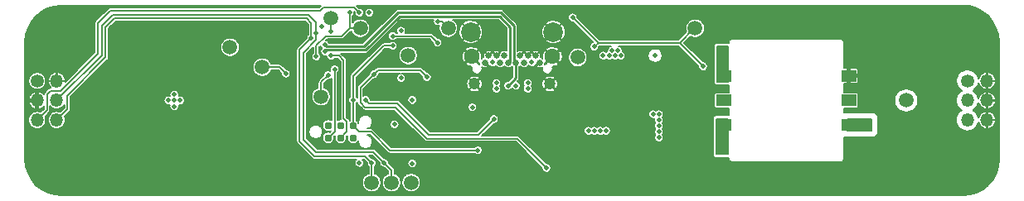
<source format=gbr>
G04 #@! TF.GenerationSoftware,KiCad,Pcbnew,(5.0.0)*
G04 #@! TF.CreationDate,2018-09-28T20:30:43-07:00*
G04 #@! TF.ProjectId,nixie_bottom_board,6E697869655F626F74746F6D5F626F61,rev?*
G04 #@! TF.SameCoordinates,Original*
G04 #@! TF.FileFunction,Copper,L4,Bot,Signal*
G04 #@! TF.FilePolarity,Positive*
%FSLAX46Y46*%
G04 Gerber Fmt 4.6, Leading zero omitted, Abs format (unit mm)*
G04 Created by KiCad (PCBNEW (5.0.0)) date 09/28/18 20:30:43*
%MOMM*%
%LPD*%
G01*
G04 APERTURE LIST*
G04 #@! TA.AperFunction,BGAPad,CuDef*
%ADD10C,1.500000*%
G04 #@! TD*
G04 #@! TA.AperFunction,ComponentPad*
%ADD11C,1.200000*%
G04 #@! TD*
G04 #@! TA.AperFunction,ComponentPad*
%ADD12C,0.650000*%
G04 #@! TD*
G04 #@! TA.AperFunction,ComponentPad*
%ADD13C,2.000000*%
G04 #@! TD*
G04 #@! TA.AperFunction,ComponentPad*
%ADD14C,1.600000*%
G04 #@! TD*
G04 #@! TA.AperFunction,BGAPad,CuDef*
%ADD15C,0.787400*%
G04 #@! TD*
G04 #@! TA.AperFunction,SMDPad,CuDef*
%ADD16R,1.500000X1.170000*%
G04 #@! TD*
G04 #@! TA.AperFunction,ComponentPad*
%ADD17C,1.350000*%
G04 #@! TD*
G04 #@! TA.AperFunction,ComponentPad*
%ADD18O,1.350000X1.350000*%
G04 #@! TD*
G04 #@! TA.AperFunction,ComponentPad*
%ADD19C,0.800000*%
G04 #@! TD*
G04 #@! TA.AperFunction,ComponentPad*
%ADD20C,4.500000*%
G04 #@! TD*
G04 #@! TA.AperFunction,ComponentPad*
%ADD21C,5.000000*%
G04 #@! TD*
G04 #@! TA.AperFunction,ViaPad*
%ADD22C,0.508000*%
G04 #@! TD*
G04 #@! TA.AperFunction,Conductor*
%ADD23C,0.200000*%
G04 #@! TD*
G04 #@! TA.AperFunction,Conductor*
%ADD24C,0.250000*%
G04 #@! TD*
G04 #@! TA.AperFunction,Conductor*
%ADD25C,0.150000*%
G04 #@! TD*
G04 APERTURE END LIST*
D10*
G04 #@! TO.P,J17,1*
G04 #@! TO.N,/SWO*
X130500000Y-99600000D03*
G04 #@! TD*
D11*
G04 #@! TO.P,J1,S1*
G04 #@! TO.N,/GND*
X146155000Y-98310000D03*
X153845000Y-98310000D03*
D12*
G04 #@! TO.P,J1,B11*
X152400000Y-95410000D03*
G04 #@! TO.P,J1,B10*
X151600000Y-95410000D03*
G04 #@! TO.P,J1,B8*
X150800000Y-95410000D03*
G04 #@! TO.P,J1,B5*
G04 #@! TO.N,/CC2*
X149200000Y-95410000D03*
G04 #@! TO.P,J1,B3*
G04 #@! TO.N,/GND*
X148400000Y-95410000D03*
G04 #@! TO.P,J1,B2*
X147600000Y-95410000D03*
G04 #@! TO.P,J1,B12*
X152800000Y-96110000D03*
G04 #@! TO.P,J1,B9*
G04 #@! TO.N,/VBUS*
X151200000Y-96110000D03*
G04 #@! TO.P,J1,B7*
G04 #@! TO.N,/USB_N*
X150400000Y-96110000D03*
G04 #@! TO.P,J1,B6*
G04 #@! TO.N,/USB_P*
X149600000Y-96110000D03*
G04 #@! TO.P,J1,B4*
G04 #@! TO.N,/VBUS*
X148800000Y-96110000D03*
G04 #@! TO.P,J1,B1*
G04 #@! TO.N,/GND*
X147200000Y-96110000D03*
D13*
G04 #@! TO.P,J1,S1*
X154220000Y-92995000D03*
X145780000Y-92995000D03*
D14*
X145870000Y-95510000D03*
X154130000Y-95510000D03*
G04 #@! TD*
D15*
G04 #@! TO.P,J2,6*
G04 #@! TO.N,/SWO*
X133770000Y-103835000D03*
G04 #@! TO.P,J2,5*
G04 #@! TO.N,/NRST*
X133770000Y-102565000D03*
G04 #@! TO.P,J2,4*
G04 #@! TO.N,/SWDIO*
X132500000Y-103835000D03*
G04 #@! TO.P,J2,3*
G04 #@! TO.N,/GND*
X132500000Y-102565000D03*
G04 #@! TO.P,J2,2*
G04 #@! TO.N,/SWCLK*
X131230000Y-103835000D03*
G04 #@! TO.P,J2,1*
G04 #@! TO.N,/VDD*
X131230000Y-102565000D03*
G04 #@! TD*
D10*
G04 #@! TO.P,J16,1*
G04 #@! TO.N,/VBUS*
X156700000Y-95600000D03*
G04 #@! TD*
G04 #@! TO.P,J15,1*
G04 #@! TO.N,/VNIXIE*
X121200000Y-94550000D03*
G04 #@! TD*
G04 #@! TO.P,J12,1*
G04 #@! TO.N,/SDA*
X135675000Y-108400000D03*
G04 #@! TD*
G04 #@! TO.P,J11,1*
G04 #@! TO.N,/SCL*
X137700000Y-108400000D03*
G04 #@! TD*
G04 #@! TO.P,J13,1*
G04 #@! TO.N,/DAC*
X124500000Y-96600000D03*
G04 #@! TD*
G04 #@! TO.P,J14,1*
G04 #@! TO.N,/VDD*
X139700000Y-108400000D03*
G04 #@! TD*
G04 #@! TO.P,J10,1*
G04 #@! TO.N,/32kHz*
X139400000Y-95400000D03*
G04 #@! TD*
G04 #@! TO.P,J9,1*
G04 #@! TO.N,/AMP_EN*
X134500000Y-92600000D03*
G04 #@! TD*
G04 #@! TO.P,J8,1*
G04 #@! TO.N,/HV_OUT*
X190250000Y-100000000D03*
G04 #@! TD*
G04 #@! TO.P,J7,1*
G04 #@! TO.N,/HV_EN*
X168700000Y-92600000D03*
G04 #@! TD*
G04 #@! TO.P,J6,1*
G04 #@! TO.N,/ILM*
X143500000Y-92600000D03*
G04 #@! TD*
D16*
G04 #@! TO.P,T1,1*
G04 #@! TO.N,/GND*
X184400000Y-97500000D03*
G04 #@! TO.P,T1,2*
G04 #@! TO.N,Net-(T1-Pad2)*
X184400000Y-100000000D03*
G04 #@! TO.P,T1,3*
G04 #@! TO.N,Net-(D4-Pad2)*
X184400000Y-102500000D03*
G04 #@! TO.P,T1,4*
G04 #@! TO.N,Net-(Q1-Pad1)*
X171600000Y-102500000D03*
G04 #@! TO.P,T1,6*
G04 #@! TO.N,/HV_IN*
X171600000Y-97500000D03*
G04 #@! TO.P,T1,5*
G04 #@! TO.N,N/C*
X171600000Y-100000000D03*
G04 #@! TD*
D17*
G04 #@! TO.P,J4,1*
G04 #@! TO.N,/VNIXIE*
X101500000Y-98000000D03*
D18*
G04 #@! TO.P,J4,2*
G04 #@! TO.N,/GND*
X103500000Y-98000000D03*
G04 #@! TO.P,J4,3*
X101500000Y-100000000D03*
G04 #@! TO.P,J4,4*
G04 #@! TO.N,/SCL*
X103500000Y-100000000D03*
G04 #@! TO.P,J4,5*
G04 #@! TO.N,/NIXIE_EN*
X101500000Y-102000000D03*
G04 #@! TO.P,J4,6*
G04 #@! TO.N,/SDA*
X103500000Y-102000000D03*
G04 #@! TD*
D17*
G04 #@! TO.P,J3,1*
G04 #@! TO.N,/HV_OUT*
X196500000Y-98000000D03*
D18*
G04 #@! TO.P,J3,2*
G04 #@! TO.N,/GND*
X198500000Y-98000000D03*
G04 #@! TO.P,J3,3*
G04 #@! TO.N,/HV_OUT*
X196500000Y-100000000D03*
G04 #@! TO.P,J3,4*
G04 #@! TO.N,/GND*
X198500000Y-100000000D03*
G04 #@! TO.P,J3,5*
G04 #@! TO.N,/HV_OUT*
X196500000Y-102000000D03*
G04 #@! TO.P,J3,6*
G04 #@! TO.N,/GND*
X198500000Y-102000000D03*
G04 #@! TD*
D10*
G04 #@! TO.P,J5,1*
G04 #@! TO.N,/MCO*
X131500000Y-91600000D03*
G04 #@! TD*
D19*
G04 #@! TO.P,MH1,1*
G04 #@! TO.N,/GND*
X104237437Y-91862563D03*
X104750000Y-93100000D03*
X104237437Y-94337437D03*
X103000000Y-94850000D03*
X101762563Y-94337437D03*
X101250000Y-93100000D03*
X101762563Y-91862563D03*
X103000000Y-91350000D03*
D20*
X103000000Y-93100000D03*
G04 #@! TD*
G04 #@! TO.P,MH2,1*
G04 #@! TO.N,/GND*
X103000000Y-107000000D03*
D19*
X103000000Y-105250000D03*
X101762563Y-105762563D03*
X101250000Y-107000000D03*
X101762563Y-108237437D03*
X103000000Y-108750000D03*
X104237437Y-108237437D03*
X104750000Y-107000000D03*
X104237437Y-105762563D03*
G04 #@! TD*
G04 #@! TO.P,MH3,1*
G04 #@! TO.N,/GND*
X198237437Y-91762563D03*
X198750000Y-93000000D03*
X198237437Y-94237437D03*
X197000000Y-94750000D03*
X195762563Y-94237437D03*
X195250000Y-93000000D03*
X195762563Y-91762563D03*
X197000000Y-91250000D03*
D20*
X197000000Y-93000000D03*
G04 #@! TD*
G04 #@! TO.P,MH4,1*
G04 #@! TO.N,/GND*
X197000000Y-107200000D03*
D19*
X197000000Y-105450000D03*
X195762563Y-105962563D03*
X195250000Y-107200000D03*
X195762563Y-108437437D03*
X197000000Y-108950000D03*
X198237437Y-108437437D03*
X198750000Y-107200000D03*
X198237437Y-105962563D03*
G04 #@! TD*
D21*
G04 #@! TO.P,MH6,1*
G04 #@! TO.N,/GND*
X157000000Y-100000000D03*
D19*
X158875000Y-100000000D03*
X158325825Y-101325825D03*
X157000000Y-101875000D03*
X155674175Y-101325825D03*
X155125000Y-100000000D03*
X155674175Y-98674175D03*
X157000000Y-98125000D03*
X158325825Y-98674175D03*
G04 #@! TD*
G04 #@! TO.P,MH5,1*
G04 #@! TO.N,/GND*
X144325825Y-98674175D03*
X143000000Y-98125000D03*
X141674175Y-98674175D03*
X141125000Y-100000000D03*
X141674175Y-101325825D03*
X143000000Y-101875000D03*
X144325825Y-101325825D03*
X144875000Y-100000000D03*
D21*
X143000000Y-100000000D03*
G04 #@! TD*
D22*
G04 #@! TO.N,Net-(Q1-Pad1)*
X171200000Y-105200000D03*
X171800000Y-105200000D03*
X171200000Y-104600000D03*
X171800000Y-104600000D03*
X171200000Y-104000000D03*
X171800000Y-104000000D03*
X171200000Y-103400000D03*
X171800000Y-103400000D03*
X171200000Y-102800000D03*
X171800000Y-102800000D03*
X171200000Y-102200000D03*
X171800000Y-102200000D03*
G04 #@! TO.N,/HV_OUT*
X164600000Y-95400000D03*
X190250000Y-100000000D03*
G04 #@! TO.N,/VBUS*
X165000000Y-101400000D03*
X164400000Y-101400000D03*
X165000000Y-102000000D03*
X165000000Y-102600000D03*
X165000000Y-103200000D03*
X160200000Y-94900000D03*
X159300000Y-95400000D03*
X159900000Y-95400000D03*
X160500000Y-95400000D03*
X161100000Y-95400000D03*
X160800000Y-94900000D03*
X151600000Y-98200000D03*
X151600000Y-98800000D03*
X148400000Y-98200000D03*
X148400000Y-98800000D03*
X152000000Y-96100000D03*
X148000000Y-96100000D03*
X165000000Y-103800000D03*
X156700000Y-95600000D03*
G04 #@! TO.N,/VDD*
X159600000Y-103100000D03*
X159000000Y-103100000D03*
X158400000Y-103100000D03*
X157800000Y-103100000D03*
X130600000Y-92400000D03*
X139800000Y-106450000D03*
X145950000Y-100700000D03*
X139700000Y-108400000D03*
X138000000Y-102450000D03*
X138650000Y-92850000D03*
X139800000Y-99950000D03*
X138650000Y-97700000D03*
X131230000Y-102565000D03*
G04 #@! TO.N,/VNIXIE*
X121200000Y-94550000D03*
G04 #@! TO.N,/SCL*
X130000000Y-93100000D03*
X136950000Y-106400000D03*
G04 #@! TO.N,/SDA*
X129500000Y-93600000D03*
X135675000Y-106400000D03*
G04 #@! TO.N,/HV_EN*
X169500000Y-96500000D03*
X158400000Y-94500000D03*
X156200000Y-91500000D03*
G04 #@! TO.N,/SWO*
X133770000Y-103835000D03*
X131225000Y-97400000D03*
G04 #@! TO.N,/NRST*
X137800000Y-94400000D03*
X146500000Y-105100000D03*
X133770000Y-99950000D03*
G04 #@! TO.N,/DAC*
X135400000Y-91000000D03*
X126900000Y-97250000D03*
G04 #@! TO.N,/USB_N*
X149600000Y-98500000D03*
X130900000Y-94325000D03*
G04 #@! TO.N,/USB_P*
X130900000Y-94975000D03*
X150400000Y-98500000D03*
G04 #@! TO.N,Net-(D4-Pad2)*
X184000000Y-102800000D03*
X184600000Y-102800000D03*
X185800000Y-102800000D03*
X186400000Y-102800000D03*
X186400000Y-102200000D03*
X185800000Y-102200000D03*
X184600000Y-102200000D03*
X184000000Y-102200000D03*
X185200000Y-102200000D03*
X185200000Y-102800000D03*
G04 #@! TO.N,/SWDIO*
X131500000Y-95400000D03*
G04 #@! TO.N,/SWCLK*
X131875000Y-96800000D03*
G04 #@! TO.N,/GND*
X171800000Y-93200000D03*
X171200000Y-93200000D03*
X171200000Y-93800000D03*
X171800000Y-93800000D03*
X171900000Y-101300000D03*
X171300000Y-101300000D03*
X163000000Y-105200000D03*
X163000000Y-105800000D03*
X163000000Y-106400000D03*
X163000000Y-107000000D03*
X167687500Y-99668750D03*
X168512500Y-99668750D03*
X168512500Y-98956250D03*
X167687500Y-98956250D03*
X167687500Y-98243750D03*
X168512500Y-98243750D03*
X168512500Y-97531250D03*
X167687500Y-97531250D03*
X150000000Y-100700000D03*
X128000000Y-92250000D03*
X157900000Y-106300000D03*
X158500000Y-106300000D03*
X159100000Y-106300000D03*
X159700000Y-106300000D03*
X166350000Y-100800000D03*
X165750000Y-100800000D03*
X164600000Y-99750000D03*
X164500000Y-93600000D03*
X164500000Y-93000000D03*
X165100000Y-93000000D03*
X165100000Y-93600000D03*
X162100000Y-95200000D03*
X162700000Y-95200000D03*
X163300000Y-95200000D03*
X132500000Y-102565000D03*
G04 #@! TO.N,/HV_IN*
X171800000Y-94800000D03*
X171200000Y-94800000D03*
X171200000Y-95400000D03*
X171800000Y-95400000D03*
X171800000Y-97200000D03*
X171800000Y-97800000D03*
X171200000Y-97200000D03*
X171200000Y-97800000D03*
X171800000Y-96600000D03*
X171200000Y-96600000D03*
X171200000Y-96000000D03*
X171800000Y-96000000D03*
G04 #@! TO.N,/USB*
X135050000Y-99950000D03*
X148150000Y-101900000D03*
G04 #@! TO.N,/ILM*
X142400000Y-91900000D03*
G04 #@! TO.N,/32kHz*
X139400000Y-95400000D03*
G04 #@! TO.N,/AMP_EN*
X130000000Y-95500000D03*
X133400000Y-91000000D03*
G04 #@! TO.N,Net-(BT1-Pad1)*
X114900000Y-100000000D03*
X115500000Y-100600000D03*
X115500000Y-99400000D03*
X134400000Y-106400000D03*
X116100000Y-100000000D03*
X115500000Y-100000000D03*
G04 #@! TO.N,Net-(R2-Pad2)*
X135900000Y-97300000D03*
X153500000Y-106900000D03*
X141300000Y-97600000D03*
G04 #@! TO.N,/NIXIE_EN*
X134400000Y-91000000D03*
G04 #@! TO.N,/MCO*
X131500000Y-92900000D03*
G04 #@! TO.N,/LED*
X137800000Y-93400000D03*
X142400000Y-94100000D03*
G04 #@! TD*
D23*
G04 #@! TO.N,/SCL*
X136950000Y-106400000D02*
X137700000Y-107150000D01*
X137700000Y-107150000D02*
X137700000Y-108400000D01*
X130000000Y-92000000D02*
X130000000Y-93100000D01*
X129200000Y-91200000D02*
X130000000Y-92000000D01*
X109200000Y-91200000D02*
X129200000Y-91200000D01*
X108100000Y-92300000D02*
X109200000Y-91200000D01*
X103500000Y-100000000D02*
X108100000Y-95400000D01*
X108100000Y-95400000D02*
X108100000Y-92300000D01*
X135850000Y-105300000D02*
X136950000Y-106400000D01*
X130000000Y-105300000D02*
X135850000Y-105300000D01*
X128700000Y-104000000D02*
X130000000Y-105300000D01*
X128700000Y-95100000D02*
X128700000Y-104000000D01*
X130000000Y-93100000D02*
X130000000Y-93800000D01*
X130000000Y-93800000D02*
X128700000Y-95100000D01*
G04 #@! TO.N,/SDA*
X135675000Y-106400000D02*
X135675000Y-108400000D01*
X129000000Y-91600000D02*
X129500000Y-92100000D01*
X104600000Y-100900000D02*
X104600000Y-99500000D01*
X103500000Y-102000000D02*
X104600000Y-100900000D01*
X104600000Y-99500000D02*
X108500000Y-95600000D01*
X129500000Y-92100000D02*
X129500000Y-93600000D01*
X108500000Y-95600000D02*
X108500000Y-92500000D01*
X108500000Y-92500000D02*
X109400000Y-91600000D01*
X109400000Y-91600000D02*
X129000000Y-91600000D01*
X134975000Y-105700000D02*
X135675000Y-106400000D01*
X129800000Y-105700000D02*
X134975000Y-105700000D01*
X128300000Y-104200000D02*
X129800000Y-105700000D01*
X129500000Y-93600000D02*
X128300000Y-94800000D01*
X128300000Y-94800000D02*
X128300000Y-104200000D01*
G04 #@! TO.N,/HV_EN*
X168200000Y-92600000D02*
X168100000Y-92600000D01*
X156200000Y-91500000D02*
X158800000Y-94100000D01*
X158400000Y-94500000D02*
X158800000Y-94100000D01*
X167100000Y-94100000D02*
X169500000Y-96500000D01*
X158800000Y-94100000D02*
X167100000Y-94100000D01*
X168600000Y-92600000D02*
X168700000Y-92600000D01*
X167100000Y-94100000D02*
X168600000Y-92600000D01*
G04 #@! TO.N,/SWO*
X130500000Y-98125000D02*
X130500000Y-99600000D01*
X131225000Y-97400000D02*
X130500000Y-98125000D01*
G04 #@! TO.N,/NRST*
X137800000Y-94400000D02*
X136900000Y-94400000D01*
X133770000Y-97530000D02*
X136900000Y-94400000D01*
X133770000Y-102565000D02*
X133770000Y-99950000D01*
X133770000Y-99950000D02*
X133770000Y-97530000D01*
X137500000Y-105100000D02*
X146500000Y-105100000D01*
X135600000Y-103200000D02*
X137500000Y-105100000D01*
X133770000Y-102565000D02*
X134405000Y-103200000D01*
X134405000Y-103200000D02*
X135600000Y-103200000D01*
G04 #@! TO.N,/DAC*
X124650000Y-96450000D02*
X124500000Y-96600000D01*
X126250000Y-96600000D02*
X124500000Y-96600000D01*
X126900000Y-97250000D02*
X126250000Y-96600000D01*
D24*
G04 #@! TO.N,/USB_N*
X131036500Y-94461500D02*
X130900000Y-94325000D01*
X150188500Y-92321920D02*
X148878080Y-91011500D01*
X138321920Y-91011500D02*
X134871920Y-94461500D01*
X148878080Y-91011500D02*
X138321920Y-91011500D01*
X134871920Y-94461500D02*
X131036500Y-94461500D01*
X150400000Y-97700000D02*
X150400000Y-96110000D01*
X149600000Y-98500000D02*
X150400000Y-97700000D01*
X150400000Y-96110000D02*
X150188500Y-95898500D01*
X150188500Y-95898500D02*
X150188500Y-92321920D01*
G04 #@! TO.N,/USB_P*
X149811500Y-92478080D02*
X148721920Y-91388500D01*
X131036500Y-94838500D02*
X130900000Y-94975000D01*
X148721920Y-91388500D02*
X138478080Y-91388500D01*
X138478080Y-91388500D02*
X135028080Y-94838500D01*
X135028080Y-94838500D02*
X131036500Y-94838500D01*
X149600000Y-96110000D02*
X149811500Y-95898500D01*
X149811500Y-95898500D02*
X149811500Y-92478080D01*
D23*
G04 #@! TO.N,/SWDIO*
X133125000Y-103210000D02*
X132500000Y-103835000D01*
X133125000Y-102175000D02*
X133125000Y-103210000D01*
X132800000Y-101850000D02*
X133125000Y-102175000D01*
X131500000Y-95400000D02*
X132300000Y-95400000D01*
X132800000Y-95900000D02*
X132800000Y-101850000D01*
X132300000Y-95400000D02*
X132800000Y-95900000D01*
G04 #@! TO.N,/SWCLK*
X131875000Y-103190000D02*
X131230000Y-103835000D01*
X131875000Y-96800000D02*
X131875000Y-103190000D01*
G04 #@! TO.N,/USB*
X146550000Y-103500000D02*
X148150000Y-101900000D01*
X141500000Y-103500000D02*
X146550000Y-103500000D01*
X138300000Y-100300000D02*
X141500000Y-103500000D01*
X135050000Y-99950000D02*
X135400000Y-100300000D01*
X135400000Y-100300000D02*
X138300000Y-100300000D01*
G04 #@! TO.N,/ILM*
X142800000Y-91900000D02*
X143500000Y-92600000D01*
X142400000Y-91900000D02*
X142800000Y-91900000D01*
G04 #@! TO.N,/AMP_EN*
X133400000Y-92600000D02*
X133400000Y-91000000D01*
X134500000Y-92600000D02*
X133400000Y-92600000D01*
X132600000Y-93400000D02*
X133400000Y-92600000D01*
X131000000Y-93400000D02*
X132600000Y-93400000D01*
X130000000Y-95500000D02*
X130000000Y-94400000D01*
X130000000Y-94400000D02*
X131000000Y-93400000D01*
G04 #@! TO.N,Net-(R2-Pad2)*
X140600000Y-96900000D02*
X136300000Y-96900000D01*
X141300000Y-97600000D02*
X140600000Y-96900000D01*
X136300000Y-96900000D02*
X135900000Y-97300000D01*
X150500000Y-103900000D02*
X153500000Y-106900000D01*
X134500000Y-98700000D02*
X134500000Y-100200000D01*
X135900000Y-97300000D02*
X134500000Y-98700000D01*
X134500000Y-100200000D02*
X135000000Y-100700000D01*
X138100000Y-100700000D02*
X141300000Y-103900000D01*
X135000000Y-100700000D02*
X138100000Y-100700000D01*
X141300000Y-103900000D02*
X150500000Y-103900000D01*
G04 #@! TO.N,/NIXIE_EN*
X130700000Y-90500000D02*
X133900000Y-90500000D01*
X130400000Y-90800000D02*
X130700000Y-90500000D01*
X109000000Y-90800000D02*
X130400000Y-90800000D01*
X102500000Y-101000000D02*
X102500000Y-99400000D01*
X107700000Y-92100000D02*
X109000000Y-90800000D01*
X101500000Y-102000000D02*
X102500000Y-101000000D01*
X102500000Y-99400000D02*
X102900000Y-99000000D01*
X133900000Y-90500000D02*
X134400000Y-91000000D01*
X102900000Y-99000000D02*
X103900000Y-99000000D01*
X103900000Y-99000000D02*
X107700000Y-95200000D01*
X107700000Y-95200000D02*
X107700000Y-92100000D01*
G04 #@! TO.N,/MCO*
X131500000Y-92900000D02*
X131500000Y-91600000D01*
G04 #@! TO.N,/LED*
X137800000Y-93400000D02*
X141700000Y-93400000D01*
X142400000Y-94100000D02*
X141700000Y-93400000D01*
G04 #@! TD*
D25*
G04 #@! TO.N,/GND*
G36*
X130458903Y-90281478D02*
X130265382Y-90475000D01*
X109015953Y-90475000D01*
X109000000Y-90473429D01*
X108984047Y-90475000D01*
X108984039Y-90475000D01*
X108936289Y-90479703D01*
X108875026Y-90498287D01*
X108818566Y-90528465D01*
X108801099Y-90542800D01*
X108781476Y-90558904D01*
X108781472Y-90558908D01*
X108769079Y-90569079D01*
X108758908Y-90581472D01*
X107481478Y-91858904D01*
X107469080Y-91869079D01*
X107428466Y-91918566D01*
X107413173Y-91947177D01*
X107398287Y-91975027D01*
X107379703Y-92036289D01*
X107373429Y-92100000D01*
X107375001Y-92115963D01*
X107375000Y-95065380D01*
X104359739Y-98080643D01*
X104343380Y-98025000D01*
X103525000Y-98025000D01*
X103525000Y-98045000D01*
X103475000Y-98045000D01*
X103475000Y-98025000D01*
X102656620Y-98025000D01*
X102615334Y-98165429D01*
X102619368Y-98185711D01*
X102672519Y-98353945D01*
X102757470Y-98508578D01*
X102870956Y-98643666D01*
X102909216Y-98674337D01*
X102899999Y-98673429D01*
X102884046Y-98675000D01*
X102884039Y-98675000D01*
X102843427Y-98679000D01*
X102836288Y-98679703D01*
X102822030Y-98684029D01*
X102775026Y-98698287D01*
X102718566Y-98728465D01*
X102669079Y-98769079D01*
X102658904Y-98781477D01*
X102281478Y-99158904D01*
X102269080Y-99169079D01*
X102228466Y-99218566D01*
X102216424Y-99241095D01*
X102198287Y-99275027D01*
X102179703Y-99336289D01*
X102173429Y-99400000D01*
X102174184Y-99407662D01*
X102072275Y-99305367D01*
X101925763Y-99207069D01*
X101762889Y-99139243D01*
X101625000Y-99164965D01*
X101625000Y-99875000D01*
X101645000Y-99875000D01*
X101645000Y-100125000D01*
X101625000Y-100125000D01*
X101625000Y-100835035D01*
X101762889Y-100860757D01*
X101925763Y-100792931D01*
X102072275Y-100694633D01*
X102175000Y-100591518D01*
X102175000Y-100865380D01*
X101865510Y-101174871D01*
X101846081Y-101164486D01*
X101676431Y-101113023D01*
X101544207Y-101100000D01*
X101455793Y-101100000D01*
X101323569Y-101113023D01*
X101153919Y-101164486D01*
X100997568Y-101248057D01*
X100860525Y-101360525D01*
X100748057Y-101497568D01*
X100664486Y-101653919D01*
X100613023Y-101823569D01*
X100595646Y-102000000D01*
X100613023Y-102176431D01*
X100664486Y-102346081D01*
X100748057Y-102502432D01*
X100860525Y-102639475D01*
X100997568Y-102751943D01*
X101153919Y-102835514D01*
X101323569Y-102886977D01*
X101455793Y-102900000D01*
X101544207Y-102900000D01*
X101676431Y-102886977D01*
X101846081Y-102835514D01*
X102002432Y-102751943D01*
X102139475Y-102639475D01*
X102251943Y-102502432D01*
X102335514Y-102346081D01*
X102386977Y-102176431D01*
X102404354Y-102000000D01*
X102386977Y-101823569D01*
X102335514Y-101653919D01*
X102325129Y-101634490D01*
X102718529Y-101241091D01*
X102730921Y-101230921D01*
X102741092Y-101218528D01*
X102741096Y-101218524D01*
X102754892Y-101201713D01*
X102771535Y-101181434D01*
X102801713Y-101124974D01*
X102820297Y-101063711D01*
X102825000Y-101015961D01*
X102825000Y-101015953D01*
X102826571Y-101000000D01*
X102825000Y-100984047D01*
X102825000Y-100596188D01*
X102860525Y-100639475D01*
X102997568Y-100751943D01*
X103153919Y-100835514D01*
X103323569Y-100886977D01*
X103455793Y-100900000D01*
X103544207Y-100900000D01*
X103676431Y-100886977D01*
X103846081Y-100835514D01*
X104002432Y-100751943D01*
X104139475Y-100639475D01*
X104251943Y-100502432D01*
X104275000Y-100459295D01*
X104275000Y-100765381D01*
X103865510Y-101174871D01*
X103846081Y-101164486D01*
X103676431Y-101113023D01*
X103544207Y-101100000D01*
X103455793Y-101100000D01*
X103323569Y-101113023D01*
X103153919Y-101164486D01*
X102997568Y-101248057D01*
X102860525Y-101360525D01*
X102748057Y-101497568D01*
X102664486Y-101653919D01*
X102613023Y-101823569D01*
X102595646Y-102000000D01*
X102613023Y-102176431D01*
X102664486Y-102346081D01*
X102748057Y-102502432D01*
X102860525Y-102639475D01*
X102997568Y-102751943D01*
X103153919Y-102835514D01*
X103323569Y-102886977D01*
X103455793Y-102900000D01*
X103544207Y-102900000D01*
X103676431Y-102886977D01*
X103846081Y-102835514D01*
X104002432Y-102751943D01*
X104139475Y-102639475D01*
X104251943Y-102502432D01*
X104335514Y-102346081D01*
X104386977Y-102176431D01*
X104404354Y-102000000D01*
X104386977Y-101823569D01*
X104335514Y-101653919D01*
X104325129Y-101634490D01*
X104818524Y-101141095D01*
X104830921Y-101130921D01*
X104871535Y-101081434D01*
X104901713Y-101024974D01*
X104920297Y-100963711D01*
X104925000Y-100915961D01*
X104925000Y-100915953D01*
X104926571Y-100900000D01*
X104925000Y-100884047D01*
X104925000Y-99952823D01*
X114421000Y-99952823D01*
X114421000Y-100047177D01*
X114439407Y-100139719D01*
X114475515Y-100226892D01*
X114527936Y-100305345D01*
X114594655Y-100372064D01*
X114673108Y-100424485D01*
X114760281Y-100460593D01*
X114852823Y-100479000D01*
X114947177Y-100479000D01*
X115039330Y-100460670D01*
X115021000Y-100552823D01*
X115021000Y-100647177D01*
X115039407Y-100739719D01*
X115075515Y-100826892D01*
X115127936Y-100905345D01*
X115194655Y-100972064D01*
X115273108Y-101024485D01*
X115360281Y-101060593D01*
X115452823Y-101079000D01*
X115547177Y-101079000D01*
X115639719Y-101060593D01*
X115726892Y-101024485D01*
X115805345Y-100972064D01*
X115872064Y-100905345D01*
X115924485Y-100826892D01*
X115960593Y-100739719D01*
X115979000Y-100647177D01*
X115979000Y-100552823D01*
X115960670Y-100460670D01*
X116052823Y-100479000D01*
X116147177Y-100479000D01*
X116239719Y-100460593D01*
X116326892Y-100424485D01*
X116405345Y-100372064D01*
X116472064Y-100305345D01*
X116524485Y-100226892D01*
X116560593Y-100139719D01*
X116579000Y-100047177D01*
X116579000Y-99952823D01*
X116560593Y-99860281D01*
X116524485Y-99773108D01*
X116472064Y-99694655D01*
X116405345Y-99627936D01*
X116326892Y-99575515D01*
X116239719Y-99539407D01*
X116147177Y-99521000D01*
X116052823Y-99521000D01*
X115960670Y-99539330D01*
X115979000Y-99447177D01*
X115979000Y-99352823D01*
X115960593Y-99260281D01*
X115924485Y-99173108D01*
X115872064Y-99094655D01*
X115805345Y-99027936D01*
X115726892Y-98975515D01*
X115639719Y-98939407D01*
X115547177Y-98921000D01*
X115452823Y-98921000D01*
X115360281Y-98939407D01*
X115273108Y-98975515D01*
X115194655Y-99027936D01*
X115127936Y-99094655D01*
X115075515Y-99173108D01*
X115039407Y-99260281D01*
X115021000Y-99352823D01*
X115021000Y-99447177D01*
X115039330Y-99539330D01*
X114947177Y-99521000D01*
X114852823Y-99521000D01*
X114760281Y-99539407D01*
X114673108Y-99575515D01*
X114594655Y-99627936D01*
X114527936Y-99694655D01*
X114475515Y-99773108D01*
X114439407Y-99860281D01*
X114421000Y-99952823D01*
X104925000Y-99952823D01*
X104925000Y-99634618D01*
X108055647Y-96503971D01*
X123525000Y-96503971D01*
X123525000Y-96696029D01*
X123562468Y-96884397D01*
X123635966Y-97061836D01*
X123742668Y-97221527D01*
X123878473Y-97357332D01*
X124038164Y-97464034D01*
X124215603Y-97537532D01*
X124403971Y-97575000D01*
X124596029Y-97575000D01*
X124784397Y-97537532D01*
X124961836Y-97464034D01*
X125121527Y-97357332D01*
X125257332Y-97221527D01*
X125364034Y-97061836D01*
X125420714Y-96925000D01*
X126115382Y-96925000D01*
X126421000Y-97230619D01*
X126421000Y-97297177D01*
X126439407Y-97389719D01*
X126475515Y-97476892D01*
X126527936Y-97555345D01*
X126594655Y-97622064D01*
X126673108Y-97674485D01*
X126760281Y-97710593D01*
X126852823Y-97729000D01*
X126947177Y-97729000D01*
X127039719Y-97710593D01*
X127126892Y-97674485D01*
X127205345Y-97622064D01*
X127272064Y-97555345D01*
X127324485Y-97476892D01*
X127360593Y-97389719D01*
X127379000Y-97297177D01*
X127379000Y-97202823D01*
X127360593Y-97110281D01*
X127324485Y-97023108D01*
X127272064Y-96944655D01*
X127205345Y-96877936D01*
X127126892Y-96825515D01*
X127039719Y-96789407D01*
X126947177Y-96771000D01*
X126880619Y-96771000D01*
X126491101Y-96381483D01*
X126480921Y-96369079D01*
X126431434Y-96328465D01*
X126374974Y-96298287D01*
X126313711Y-96279703D01*
X126265961Y-96275000D01*
X126265953Y-96275000D01*
X126250000Y-96273429D01*
X126234047Y-96275000D01*
X125420714Y-96275000D01*
X125364034Y-96138164D01*
X125257332Y-95978473D01*
X125121527Y-95842668D01*
X124961836Y-95735966D01*
X124784397Y-95662468D01*
X124596029Y-95625000D01*
X124403971Y-95625000D01*
X124215603Y-95662468D01*
X124038164Y-95735966D01*
X123878473Y-95842668D01*
X123742668Y-95978473D01*
X123635966Y-96138164D01*
X123562468Y-96315603D01*
X123525000Y-96503971D01*
X108055647Y-96503971D01*
X108718524Y-95841095D01*
X108730921Y-95830921D01*
X108771535Y-95781434D01*
X108801713Y-95724974D01*
X108820297Y-95663711D01*
X108825000Y-95615961D01*
X108825000Y-95615953D01*
X108826571Y-95600000D01*
X108825000Y-95584047D01*
X108825000Y-94453971D01*
X120225000Y-94453971D01*
X120225000Y-94646029D01*
X120262468Y-94834397D01*
X120335966Y-95011836D01*
X120442668Y-95171527D01*
X120578473Y-95307332D01*
X120738164Y-95414034D01*
X120915603Y-95487532D01*
X121103971Y-95525000D01*
X121296029Y-95525000D01*
X121484397Y-95487532D01*
X121661836Y-95414034D01*
X121821527Y-95307332D01*
X121957332Y-95171527D01*
X122064034Y-95011836D01*
X122137532Y-94834397D01*
X122175000Y-94646029D01*
X122175000Y-94453971D01*
X122137532Y-94265603D01*
X122064034Y-94088164D01*
X121957332Y-93928473D01*
X121821527Y-93792668D01*
X121661836Y-93685966D01*
X121484397Y-93612468D01*
X121296029Y-93575000D01*
X121103971Y-93575000D01*
X120915603Y-93612468D01*
X120738164Y-93685966D01*
X120578473Y-93792668D01*
X120442668Y-93928473D01*
X120335966Y-94088164D01*
X120262468Y-94265603D01*
X120225000Y-94453971D01*
X108825000Y-94453971D01*
X108825000Y-92634618D01*
X109534619Y-91925000D01*
X128865382Y-91925000D01*
X129175000Y-92234619D01*
X129175001Y-93247590D01*
X129127936Y-93294655D01*
X129075515Y-93373108D01*
X129039407Y-93460281D01*
X129021000Y-93552823D01*
X129021000Y-93619381D01*
X128081483Y-94558899D01*
X128069079Y-94569079D01*
X128028465Y-94618567D01*
X127999313Y-94673108D01*
X127998287Y-94675027D01*
X127981332Y-94730921D01*
X127979703Y-94736290D01*
X127975000Y-94784040D01*
X127975000Y-94784047D01*
X127973429Y-94800000D01*
X127975000Y-94815953D01*
X127975001Y-104184037D01*
X127973429Y-104200000D01*
X127979703Y-104263711D01*
X127998287Y-104324973D01*
X127998288Y-104324974D01*
X128028466Y-104381434D01*
X128069080Y-104430921D01*
X128081478Y-104441096D01*
X129558904Y-105918523D01*
X129569079Y-105930921D01*
X129618566Y-105971535D01*
X129670287Y-105999180D01*
X129675026Y-106001713D01*
X129736288Y-106020297D01*
X129742362Y-106020895D01*
X129784039Y-106025000D01*
X129784046Y-106025000D01*
X129799999Y-106026571D01*
X129815952Y-106025000D01*
X134099049Y-106025000D01*
X134094655Y-106027936D01*
X134027936Y-106094655D01*
X133975515Y-106173108D01*
X133939407Y-106260281D01*
X133921000Y-106352823D01*
X133921000Y-106447177D01*
X133939407Y-106539719D01*
X133975515Y-106626892D01*
X134027936Y-106705345D01*
X134094655Y-106772064D01*
X134173108Y-106824485D01*
X134260281Y-106860593D01*
X134352823Y-106879000D01*
X134447177Y-106879000D01*
X134539719Y-106860593D01*
X134626892Y-106824485D01*
X134705345Y-106772064D01*
X134772064Y-106705345D01*
X134824485Y-106626892D01*
X134860593Y-106539719D01*
X134879000Y-106447177D01*
X134879000Y-106352823D01*
X134860593Y-106260281D01*
X134824485Y-106173108D01*
X134772064Y-106094655D01*
X134705345Y-106027936D01*
X134700951Y-106025000D01*
X134840382Y-106025000D01*
X135196000Y-106380619D01*
X135196000Y-106447177D01*
X135214407Y-106539719D01*
X135250515Y-106626892D01*
X135302936Y-106705345D01*
X135350000Y-106752409D01*
X135350001Y-107479286D01*
X135213164Y-107535966D01*
X135053473Y-107642668D01*
X134917668Y-107778473D01*
X134810966Y-107938164D01*
X134737468Y-108115603D01*
X134700000Y-108303971D01*
X134700000Y-108496029D01*
X134737468Y-108684397D01*
X134810966Y-108861836D01*
X134917668Y-109021527D01*
X135053473Y-109157332D01*
X135213164Y-109264034D01*
X135390603Y-109337532D01*
X135578971Y-109375000D01*
X135771029Y-109375000D01*
X135959397Y-109337532D01*
X136136836Y-109264034D01*
X136296527Y-109157332D01*
X136432332Y-109021527D01*
X136539034Y-108861836D01*
X136612532Y-108684397D01*
X136650000Y-108496029D01*
X136650000Y-108303971D01*
X136612532Y-108115603D01*
X136539034Y-107938164D01*
X136432332Y-107778473D01*
X136296527Y-107642668D01*
X136136836Y-107535966D01*
X136000000Y-107479286D01*
X136000000Y-106752409D01*
X136047064Y-106705345D01*
X136099485Y-106626892D01*
X136135593Y-106539719D01*
X136154000Y-106447177D01*
X136154000Y-106352823D01*
X136135593Y-106260281D01*
X136099485Y-106173108D01*
X136047064Y-106094655D01*
X135980345Y-106027936D01*
X135901892Y-105975515D01*
X135814719Y-105939407D01*
X135722177Y-105921000D01*
X135655619Y-105921000D01*
X135359618Y-105625000D01*
X135715382Y-105625000D01*
X136471000Y-106380619D01*
X136471000Y-106447177D01*
X136489407Y-106539719D01*
X136525515Y-106626892D01*
X136577936Y-106705345D01*
X136644655Y-106772064D01*
X136723108Y-106824485D01*
X136810281Y-106860593D01*
X136902823Y-106879000D01*
X136969382Y-106879000D01*
X137375000Y-107284619D01*
X137375000Y-107479286D01*
X137238164Y-107535966D01*
X137078473Y-107642668D01*
X136942668Y-107778473D01*
X136835966Y-107938164D01*
X136762468Y-108115603D01*
X136725000Y-108303971D01*
X136725000Y-108496029D01*
X136762468Y-108684397D01*
X136835966Y-108861836D01*
X136942668Y-109021527D01*
X137078473Y-109157332D01*
X137238164Y-109264034D01*
X137415603Y-109337532D01*
X137603971Y-109375000D01*
X137796029Y-109375000D01*
X137984397Y-109337532D01*
X138161836Y-109264034D01*
X138321527Y-109157332D01*
X138457332Y-109021527D01*
X138564034Y-108861836D01*
X138637532Y-108684397D01*
X138675000Y-108496029D01*
X138675000Y-108303971D01*
X138725000Y-108303971D01*
X138725000Y-108496029D01*
X138762468Y-108684397D01*
X138835966Y-108861836D01*
X138942668Y-109021527D01*
X139078473Y-109157332D01*
X139238164Y-109264034D01*
X139415603Y-109337532D01*
X139603971Y-109375000D01*
X139796029Y-109375000D01*
X139984397Y-109337532D01*
X140161836Y-109264034D01*
X140321527Y-109157332D01*
X140457332Y-109021527D01*
X140564034Y-108861836D01*
X140637532Y-108684397D01*
X140675000Y-108496029D01*
X140675000Y-108303971D01*
X140637532Y-108115603D01*
X140564034Y-107938164D01*
X140457332Y-107778473D01*
X140321527Y-107642668D01*
X140161836Y-107535966D01*
X139984397Y-107462468D01*
X139796029Y-107425000D01*
X139603971Y-107425000D01*
X139415603Y-107462468D01*
X139238164Y-107535966D01*
X139078473Y-107642668D01*
X138942668Y-107778473D01*
X138835966Y-107938164D01*
X138762468Y-108115603D01*
X138725000Y-108303971D01*
X138675000Y-108303971D01*
X138637532Y-108115603D01*
X138564034Y-107938164D01*
X138457332Y-107778473D01*
X138321527Y-107642668D01*
X138161836Y-107535966D01*
X138025000Y-107479286D01*
X138025000Y-107165952D01*
X138026571Y-107149999D01*
X138025000Y-107134046D01*
X138025000Y-107134039D01*
X138020297Y-107086289D01*
X138001713Y-107025026D01*
X137971535Y-106968566D01*
X137930921Y-106919079D01*
X137918524Y-106908905D01*
X137429000Y-106419382D01*
X137429000Y-106402823D01*
X139321000Y-106402823D01*
X139321000Y-106497177D01*
X139339407Y-106589719D01*
X139375515Y-106676892D01*
X139427936Y-106755345D01*
X139494655Y-106822064D01*
X139573108Y-106874485D01*
X139660281Y-106910593D01*
X139752823Y-106929000D01*
X139847177Y-106929000D01*
X139939719Y-106910593D01*
X140026892Y-106874485D01*
X140105345Y-106822064D01*
X140172064Y-106755345D01*
X140224485Y-106676892D01*
X140260593Y-106589719D01*
X140279000Y-106497177D01*
X140279000Y-106402823D01*
X140260593Y-106310281D01*
X140224485Y-106223108D01*
X140172064Y-106144655D01*
X140105345Y-106077936D01*
X140026892Y-106025515D01*
X139939719Y-105989407D01*
X139847177Y-105971000D01*
X139752823Y-105971000D01*
X139660281Y-105989407D01*
X139573108Y-106025515D01*
X139494655Y-106077936D01*
X139427936Y-106144655D01*
X139375515Y-106223108D01*
X139339407Y-106310281D01*
X139321000Y-106402823D01*
X137429000Y-106402823D01*
X137429000Y-106352823D01*
X137410593Y-106260281D01*
X137374485Y-106173108D01*
X137322064Y-106094655D01*
X137255345Y-106027936D01*
X137176892Y-105975515D01*
X137089719Y-105939407D01*
X136997177Y-105921000D01*
X136930619Y-105921000D01*
X136091101Y-105081483D01*
X136080921Y-105069079D01*
X136031434Y-105028465D01*
X135974974Y-104998287D01*
X135913711Y-104979703D01*
X135865961Y-104975000D01*
X135865953Y-104975000D01*
X135850000Y-104973429D01*
X135834047Y-104975000D01*
X130134620Y-104975000D01*
X129025000Y-103865382D01*
X129025000Y-103129057D01*
X129239700Y-103129057D01*
X129239700Y-103270943D01*
X129267381Y-103410104D01*
X129321679Y-103541190D01*
X129400507Y-103659164D01*
X129500836Y-103759493D01*
X129618810Y-103838321D01*
X129749896Y-103892619D01*
X129889057Y-103920300D01*
X130030943Y-103920300D01*
X130170104Y-103892619D01*
X130301190Y-103838321D01*
X130419164Y-103759493D01*
X130519493Y-103659164D01*
X130598321Y-103541190D01*
X130652619Y-103410104D01*
X130680300Y-103270943D01*
X130680300Y-103129057D01*
X130652619Y-102989896D01*
X130598321Y-102858810D01*
X130519493Y-102740836D01*
X130419164Y-102640507D01*
X130301190Y-102561679D01*
X130170104Y-102507381D01*
X130030943Y-102479700D01*
X129889057Y-102479700D01*
X129749896Y-102507381D01*
X129618810Y-102561679D01*
X129500836Y-102640507D01*
X129400507Y-102740836D01*
X129321679Y-102858810D01*
X129267381Y-102989896D01*
X129239700Y-103129057D01*
X129025000Y-103129057D01*
X129025000Y-95234618D01*
X129675001Y-94584618D01*
X129675000Y-95147591D01*
X129627936Y-95194655D01*
X129575515Y-95273108D01*
X129539407Y-95360281D01*
X129521000Y-95452823D01*
X129521000Y-95547177D01*
X129539407Y-95639719D01*
X129575515Y-95726892D01*
X129627936Y-95805345D01*
X129694655Y-95872064D01*
X129773108Y-95924485D01*
X129860281Y-95960593D01*
X129952823Y-95979000D01*
X130047177Y-95979000D01*
X130139719Y-95960593D01*
X130226892Y-95924485D01*
X130305345Y-95872064D01*
X130372064Y-95805345D01*
X130424485Y-95726892D01*
X130460593Y-95639719D01*
X130479000Y-95547177D01*
X130479000Y-95452823D01*
X130460593Y-95360281D01*
X130424485Y-95273108D01*
X130372064Y-95194655D01*
X130325000Y-95147591D01*
X130325000Y-94534618D01*
X130432023Y-94427595D01*
X130439407Y-94464719D01*
X130475515Y-94551892D01*
X130527936Y-94630345D01*
X130547591Y-94650000D01*
X130527936Y-94669655D01*
X130475515Y-94748108D01*
X130439407Y-94835281D01*
X130421000Y-94927823D01*
X130421000Y-95022177D01*
X130439407Y-95114719D01*
X130475515Y-95201892D01*
X130527936Y-95280345D01*
X130594655Y-95347064D01*
X130673108Y-95399485D01*
X130760281Y-95435593D01*
X130852823Y-95454000D01*
X130947177Y-95454000D01*
X131021000Y-95439316D01*
X131021000Y-95447177D01*
X131039407Y-95539719D01*
X131075515Y-95626892D01*
X131127936Y-95705345D01*
X131194655Y-95772064D01*
X131273108Y-95824485D01*
X131360281Y-95860593D01*
X131452823Y-95879000D01*
X131547177Y-95879000D01*
X131639719Y-95860593D01*
X131726892Y-95824485D01*
X131805345Y-95772064D01*
X131852409Y-95725000D01*
X132165382Y-95725000D01*
X132475000Y-96034619D01*
X132475001Y-101834037D01*
X132473429Y-101850000D01*
X132479703Y-101913711D01*
X132488995Y-101944341D01*
X132378131Y-101955367D01*
X132261539Y-101990857D01*
X132200000Y-102023751D01*
X132200000Y-97152409D01*
X132247064Y-97105345D01*
X132299485Y-97026892D01*
X132335593Y-96939719D01*
X132354000Y-96847177D01*
X132354000Y-96752823D01*
X132335593Y-96660281D01*
X132299485Y-96573108D01*
X132247064Y-96494655D01*
X132180345Y-96427936D01*
X132101892Y-96375515D01*
X132014719Y-96339407D01*
X131922177Y-96321000D01*
X131827823Y-96321000D01*
X131735281Y-96339407D01*
X131648108Y-96375515D01*
X131569655Y-96427936D01*
X131502936Y-96494655D01*
X131450515Y-96573108D01*
X131414407Y-96660281D01*
X131396000Y-96752823D01*
X131396000Y-96847177D01*
X131414407Y-96939719D01*
X131424542Y-96964186D01*
X131364719Y-96939407D01*
X131272177Y-96921000D01*
X131177823Y-96921000D01*
X131085281Y-96939407D01*
X130998108Y-96975515D01*
X130919655Y-97027936D01*
X130852936Y-97094655D01*
X130800515Y-97173108D01*
X130764407Y-97260281D01*
X130746000Y-97352823D01*
X130746000Y-97419381D01*
X130281483Y-97883899D01*
X130269079Y-97894079D01*
X130228465Y-97943567D01*
X130211664Y-97975000D01*
X130198287Y-98000027D01*
X130190138Y-98026892D01*
X130179703Y-98061290D01*
X130175000Y-98109040D01*
X130175000Y-98109047D01*
X130173429Y-98125000D01*
X130175000Y-98140953D01*
X130175000Y-98679286D01*
X130038164Y-98735966D01*
X129878473Y-98842668D01*
X129742668Y-98978473D01*
X129635966Y-99138164D01*
X129562468Y-99315603D01*
X129525000Y-99503971D01*
X129525000Y-99696029D01*
X129562468Y-99884397D01*
X129635966Y-100061836D01*
X129742668Y-100221527D01*
X129878473Y-100357332D01*
X130038164Y-100464034D01*
X130215603Y-100537532D01*
X130403971Y-100575000D01*
X130596029Y-100575000D01*
X130784397Y-100537532D01*
X130961836Y-100464034D01*
X131121527Y-100357332D01*
X131257332Y-100221527D01*
X131364034Y-100061836D01*
X131437532Y-99884397D01*
X131475000Y-99696029D01*
X131475000Y-99503971D01*
X131437532Y-99315603D01*
X131364034Y-99138164D01*
X131257332Y-98978473D01*
X131121527Y-98842668D01*
X130961836Y-98735966D01*
X130825000Y-98679286D01*
X130825000Y-98259618D01*
X131205619Y-97879000D01*
X131272177Y-97879000D01*
X131364719Y-97860593D01*
X131451892Y-97824485D01*
X131530345Y-97772064D01*
X131550000Y-97752409D01*
X131550001Y-102034713D01*
X131523065Y-102016715D01*
X131410468Y-101970076D01*
X131290937Y-101946300D01*
X131169063Y-101946300D01*
X131049532Y-101970076D01*
X130936935Y-102016715D01*
X130835602Y-102084424D01*
X130749424Y-102170602D01*
X130681715Y-102271935D01*
X130635076Y-102384532D01*
X130611300Y-102504063D01*
X130611300Y-102625937D01*
X130635076Y-102745468D01*
X130681715Y-102858065D01*
X130749424Y-102959398D01*
X130835602Y-103045576D01*
X130936935Y-103113285D01*
X131049532Y-103159924D01*
X131169063Y-103183700D01*
X131290937Y-103183700D01*
X131410468Y-103159924D01*
X131470197Y-103135184D01*
X131372798Y-103232583D01*
X131290937Y-103216300D01*
X131169063Y-103216300D01*
X131049532Y-103240076D01*
X130936935Y-103286715D01*
X130835602Y-103354424D01*
X130749424Y-103440602D01*
X130681715Y-103541935D01*
X130635076Y-103654532D01*
X130611300Y-103774063D01*
X130611300Y-103895937D01*
X130635076Y-104015468D01*
X130681715Y-104128065D01*
X130749424Y-104229398D01*
X130835602Y-104315576D01*
X130936935Y-104383285D01*
X131049532Y-104429924D01*
X131169063Y-104453700D01*
X131290937Y-104453700D01*
X131410468Y-104429924D01*
X131523065Y-104383285D01*
X131624398Y-104315576D01*
X131710576Y-104229398D01*
X131778285Y-104128065D01*
X131824924Y-104015468D01*
X131848700Y-103895937D01*
X131848700Y-103774063D01*
X131832417Y-103692202D01*
X131929816Y-103594803D01*
X131905076Y-103654532D01*
X131881300Y-103774063D01*
X131881300Y-103895937D01*
X131905076Y-104015468D01*
X131951715Y-104128065D01*
X132019424Y-104229398D01*
X132105602Y-104315576D01*
X132206935Y-104383285D01*
X132319532Y-104429924D01*
X132439063Y-104453700D01*
X132560937Y-104453700D01*
X132680468Y-104429924D01*
X132793065Y-104383285D01*
X132894398Y-104315576D01*
X132980576Y-104229398D01*
X133048285Y-104128065D01*
X133094924Y-104015468D01*
X133118700Y-103895937D01*
X133118700Y-103774063D01*
X133102417Y-103692202D01*
X133199817Y-103594802D01*
X133175076Y-103654532D01*
X133151300Y-103774063D01*
X133151300Y-103895937D01*
X133175076Y-104015468D01*
X133221715Y-104128065D01*
X133289424Y-104229398D01*
X133375602Y-104315576D01*
X133476935Y-104383285D01*
X133589532Y-104429924D01*
X133709063Y-104453700D01*
X133830937Y-104453700D01*
X133950468Y-104429924D01*
X134063065Y-104383285D01*
X134164398Y-104315576D01*
X134250576Y-104229398D01*
X134318285Y-104128065D01*
X134327510Y-104105794D01*
X134319700Y-104145057D01*
X134319700Y-104286943D01*
X134347381Y-104426104D01*
X134401679Y-104557190D01*
X134480507Y-104675164D01*
X134580836Y-104775493D01*
X134698810Y-104854321D01*
X134829896Y-104908619D01*
X134969057Y-104936300D01*
X135110943Y-104936300D01*
X135250104Y-104908619D01*
X135381190Y-104854321D01*
X135499164Y-104775493D01*
X135599493Y-104675164D01*
X135678321Y-104557190D01*
X135732619Y-104426104D01*
X135760300Y-104286943D01*
X135760300Y-104145057D01*
X135732619Y-104005896D01*
X135678321Y-103874810D01*
X135599493Y-103756836D01*
X135499164Y-103656507D01*
X135381190Y-103577679D01*
X135254013Y-103525000D01*
X135465382Y-103525000D01*
X137258904Y-105318523D01*
X137269079Y-105330921D01*
X137318566Y-105371535D01*
X137375026Y-105401713D01*
X137436289Y-105420297D01*
X137484039Y-105425000D01*
X137484047Y-105425000D01*
X137500000Y-105426571D01*
X137515953Y-105425000D01*
X146147591Y-105425000D01*
X146194655Y-105472064D01*
X146273108Y-105524485D01*
X146360281Y-105560593D01*
X146452823Y-105579000D01*
X146547177Y-105579000D01*
X146639719Y-105560593D01*
X146726892Y-105524485D01*
X146805345Y-105472064D01*
X146872064Y-105405345D01*
X146924485Y-105326892D01*
X146960593Y-105239719D01*
X146979000Y-105147177D01*
X146979000Y-105052823D01*
X146960593Y-104960281D01*
X146924485Y-104873108D01*
X146872064Y-104794655D01*
X146805345Y-104727936D01*
X146726892Y-104675515D01*
X146639719Y-104639407D01*
X146547177Y-104621000D01*
X146452823Y-104621000D01*
X146360281Y-104639407D01*
X146273108Y-104675515D01*
X146194655Y-104727936D01*
X146147591Y-104775000D01*
X137634619Y-104775000D01*
X135841101Y-102981483D01*
X135830921Y-102969079D01*
X135781434Y-102928465D01*
X135724974Y-102898287D01*
X135663711Y-102879703D01*
X135615961Y-102875000D01*
X135615953Y-102875000D01*
X135600000Y-102873429D01*
X135584047Y-102875000D01*
X135254013Y-102875000D01*
X135381190Y-102822321D01*
X135499164Y-102743493D01*
X135599493Y-102643164D01*
X135678321Y-102525190D01*
X135729007Y-102402823D01*
X137521000Y-102402823D01*
X137521000Y-102497177D01*
X137539407Y-102589719D01*
X137575515Y-102676892D01*
X137627936Y-102755345D01*
X137694655Y-102822064D01*
X137773108Y-102874485D01*
X137860281Y-102910593D01*
X137952823Y-102929000D01*
X138047177Y-102929000D01*
X138139719Y-102910593D01*
X138226892Y-102874485D01*
X138305345Y-102822064D01*
X138372064Y-102755345D01*
X138424485Y-102676892D01*
X138460593Y-102589719D01*
X138479000Y-102497177D01*
X138479000Y-102402823D01*
X138460593Y-102310281D01*
X138424485Y-102223108D01*
X138372064Y-102144655D01*
X138305345Y-102077936D01*
X138226892Y-102025515D01*
X138139719Y-101989407D01*
X138047177Y-101971000D01*
X137952823Y-101971000D01*
X137860281Y-101989407D01*
X137773108Y-102025515D01*
X137694655Y-102077936D01*
X137627936Y-102144655D01*
X137575515Y-102223108D01*
X137539407Y-102310281D01*
X137521000Y-102402823D01*
X135729007Y-102402823D01*
X135732619Y-102394104D01*
X135760300Y-102254943D01*
X135760300Y-102113057D01*
X135732619Y-101973896D01*
X135678321Y-101842810D01*
X135599493Y-101724836D01*
X135499164Y-101624507D01*
X135381190Y-101545679D01*
X135250104Y-101491381D01*
X135110943Y-101463700D01*
X134969057Y-101463700D01*
X134829896Y-101491381D01*
X134698810Y-101545679D01*
X134580836Y-101624507D01*
X134480507Y-101724836D01*
X134401679Y-101842810D01*
X134347381Y-101973896D01*
X134319700Y-102113057D01*
X134319700Y-102254943D01*
X134327510Y-102294206D01*
X134318285Y-102271935D01*
X134250576Y-102170602D01*
X134164398Y-102084424D01*
X134095000Y-102038053D01*
X134095000Y-100302409D01*
X134142064Y-100255345D01*
X134174150Y-100207325D01*
X134179703Y-100263711D01*
X134198287Y-100324973D01*
X134199871Y-100327936D01*
X134228466Y-100381434D01*
X134269080Y-100430921D01*
X134281478Y-100441096D01*
X134758904Y-100918523D01*
X134769079Y-100930921D01*
X134818566Y-100971535D01*
X134875026Y-101001713D01*
X134936289Y-101020297D01*
X134984039Y-101025000D01*
X134984047Y-101025000D01*
X135000000Y-101026571D01*
X135015953Y-101025000D01*
X137965382Y-101025000D01*
X141058904Y-104118523D01*
X141069079Y-104130921D01*
X141118566Y-104171535D01*
X141175026Y-104201713D01*
X141221995Y-104215961D01*
X141236288Y-104220297D01*
X141242362Y-104220895D01*
X141284039Y-104225000D01*
X141284046Y-104225000D01*
X141299999Y-104226571D01*
X141315952Y-104225000D01*
X150365382Y-104225000D01*
X153021000Y-106880620D01*
X153021000Y-106947177D01*
X153039407Y-107039719D01*
X153075515Y-107126892D01*
X153127936Y-107205345D01*
X153194655Y-107272064D01*
X153273108Y-107324485D01*
X153360281Y-107360593D01*
X153452823Y-107379000D01*
X153547177Y-107379000D01*
X153639719Y-107360593D01*
X153726892Y-107324485D01*
X153805345Y-107272064D01*
X153872064Y-107205345D01*
X153924485Y-107126892D01*
X153960593Y-107039719D01*
X153979000Y-106947177D01*
X153979000Y-106852823D01*
X153960593Y-106760281D01*
X153924485Y-106673108D01*
X153872064Y-106594655D01*
X153805345Y-106527936D01*
X153726892Y-106475515D01*
X153639719Y-106439407D01*
X153547177Y-106421000D01*
X153480620Y-106421000D01*
X150741101Y-103681483D01*
X150730921Y-103669079D01*
X150681434Y-103628465D01*
X150624974Y-103598287D01*
X150563711Y-103579703D01*
X150515961Y-103575000D01*
X150515953Y-103575000D01*
X150500000Y-103573429D01*
X150484047Y-103575000D01*
X146934618Y-103575000D01*
X147456795Y-103052823D01*
X157321000Y-103052823D01*
X157321000Y-103147177D01*
X157339407Y-103239719D01*
X157375515Y-103326892D01*
X157427936Y-103405345D01*
X157494655Y-103472064D01*
X157573108Y-103524485D01*
X157660281Y-103560593D01*
X157752823Y-103579000D01*
X157847177Y-103579000D01*
X157939719Y-103560593D01*
X158026892Y-103524485D01*
X158100000Y-103475635D01*
X158173108Y-103524485D01*
X158260281Y-103560593D01*
X158352823Y-103579000D01*
X158447177Y-103579000D01*
X158539719Y-103560593D01*
X158626892Y-103524485D01*
X158700000Y-103475635D01*
X158773108Y-103524485D01*
X158860281Y-103560593D01*
X158952823Y-103579000D01*
X159047177Y-103579000D01*
X159139719Y-103560593D01*
X159226892Y-103524485D01*
X159300000Y-103475635D01*
X159373108Y-103524485D01*
X159460281Y-103560593D01*
X159552823Y-103579000D01*
X159647177Y-103579000D01*
X159739719Y-103560593D01*
X159826892Y-103524485D01*
X159905345Y-103472064D01*
X159972064Y-103405345D01*
X160024485Y-103326892D01*
X160060593Y-103239719D01*
X160079000Y-103147177D01*
X160079000Y-103052823D01*
X160060593Y-102960281D01*
X160024485Y-102873108D01*
X159972064Y-102794655D01*
X159905345Y-102727936D01*
X159826892Y-102675515D01*
X159739719Y-102639407D01*
X159647177Y-102621000D01*
X159552823Y-102621000D01*
X159460281Y-102639407D01*
X159373108Y-102675515D01*
X159300000Y-102724365D01*
X159226892Y-102675515D01*
X159139719Y-102639407D01*
X159047177Y-102621000D01*
X158952823Y-102621000D01*
X158860281Y-102639407D01*
X158773108Y-102675515D01*
X158700000Y-102724365D01*
X158626892Y-102675515D01*
X158539719Y-102639407D01*
X158447177Y-102621000D01*
X158352823Y-102621000D01*
X158260281Y-102639407D01*
X158173108Y-102675515D01*
X158100000Y-102724365D01*
X158026892Y-102675515D01*
X157939719Y-102639407D01*
X157847177Y-102621000D01*
X157752823Y-102621000D01*
X157660281Y-102639407D01*
X157573108Y-102675515D01*
X157494655Y-102727936D01*
X157427936Y-102794655D01*
X157375515Y-102873108D01*
X157339407Y-102960281D01*
X157321000Y-103052823D01*
X147456795Y-103052823D01*
X148130620Y-102379000D01*
X148197177Y-102379000D01*
X148289719Y-102360593D01*
X148376892Y-102324485D01*
X148455345Y-102272064D01*
X148522064Y-102205345D01*
X148574485Y-102126892D01*
X148610593Y-102039719D01*
X148629000Y-101947177D01*
X148629000Y-101852823D01*
X148610593Y-101760281D01*
X148574485Y-101673108D01*
X148522064Y-101594655D01*
X148455345Y-101527936D01*
X148376892Y-101475515D01*
X148289719Y-101439407D01*
X148197177Y-101421000D01*
X148102823Y-101421000D01*
X148010281Y-101439407D01*
X147923108Y-101475515D01*
X147844655Y-101527936D01*
X147777936Y-101594655D01*
X147725515Y-101673108D01*
X147689407Y-101760281D01*
X147671000Y-101852823D01*
X147671000Y-101919380D01*
X146415382Y-103175000D01*
X141634619Y-103175000D01*
X139812442Y-101352823D01*
X163921000Y-101352823D01*
X163921000Y-101447177D01*
X163939407Y-101539719D01*
X163975515Y-101626892D01*
X164027936Y-101705345D01*
X164094655Y-101772064D01*
X164173108Y-101824485D01*
X164260281Y-101860593D01*
X164352823Y-101879000D01*
X164447177Y-101879000D01*
X164539330Y-101860670D01*
X164521000Y-101952823D01*
X164521000Y-102047177D01*
X164539407Y-102139719D01*
X164575515Y-102226892D01*
X164624365Y-102300000D01*
X164575515Y-102373108D01*
X164539407Y-102460281D01*
X164521000Y-102552823D01*
X164521000Y-102647177D01*
X164539407Y-102739719D01*
X164575515Y-102826892D01*
X164624365Y-102900000D01*
X164575515Y-102973108D01*
X164539407Y-103060281D01*
X164521000Y-103152823D01*
X164521000Y-103247177D01*
X164539407Y-103339719D01*
X164575515Y-103426892D01*
X164624365Y-103500000D01*
X164575515Y-103573108D01*
X164539407Y-103660281D01*
X164521000Y-103752823D01*
X164521000Y-103847177D01*
X164539407Y-103939719D01*
X164575515Y-104026892D01*
X164627936Y-104105345D01*
X164694655Y-104172064D01*
X164773108Y-104224485D01*
X164860281Y-104260593D01*
X164952823Y-104279000D01*
X165047177Y-104279000D01*
X165139719Y-104260593D01*
X165226892Y-104224485D01*
X165305345Y-104172064D01*
X165372064Y-104105345D01*
X165424485Y-104026892D01*
X165460593Y-103939719D01*
X165479000Y-103847177D01*
X165479000Y-103752823D01*
X165460593Y-103660281D01*
X165424485Y-103573108D01*
X165375635Y-103500000D01*
X165424485Y-103426892D01*
X165460593Y-103339719D01*
X165479000Y-103247177D01*
X165479000Y-103152823D01*
X165460593Y-103060281D01*
X165424485Y-102973108D01*
X165375635Y-102900000D01*
X165424485Y-102826892D01*
X165460593Y-102739719D01*
X165479000Y-102647177D01*
X165479000Y-102552823D01*
X165460593Y-102460281D01*
X165424485Y-102373108D01*
X165375635Y-102300000D01*
X165424485Y-102226892D01*
X165460593Y-102139719D01*
X165479000Y-102047177D01*
X165479000Y-101952823D01*
X165460593Y-101860281D01*
X165435624Y-101800000D01*
X170525000Y-101800000D01*
X170525000Y-105600000D01*
X170545933Y-105705238D01*
X170605546Y-105794454D01*
X170694762Y-105854067D01*
X170800000Y-105875000D01*
X172125000Y-105875000D01*
X172125000Y-105986497D01*
X172123670Y-106000000D01*
X172128980Y-106053909D01*
X172144704Y-106105747D01*
X172165501Y-106144655D01*
X172170240Y-106153521D01*
X172204605Y-106195395D01*
X172246479Y-106229760D01*
X172294253Y-106255296D01*
X172346091Y-106271020D01*
X172400000Y-106276330D01*
X172413502Y-106275000D01*
X183586498Y-106275000D01*
X183600000Y-106276330D01*
X183653909Y-106271020D01*
X183705747Y-106255296D01*
X183753521Y-106229760D01*
X183795395Y-106195395D01*
X183829760Y-106153521D01*
X183855296Y-106105747D01*
X183871020Y-106053909D01*
X183875000Y-106013503D01*
X183875000Y-106013502D01*
X183876330Y-106000000D01*
X183875000Y-105986497D01*
X183875000Y-103775000D01*
X186800000Y-103775000D01*
X187020043Y-103731231D01*
X187206586Y-103606586D01*
X187331231Y-103420043D01*
X187375000Y-103200000D01*
X187375000Y-101800000D01*
X187331231Y-101579957D01*
X187206586Y-101393414D01*
X187020043Y-101268769D01*
X186800000Y-101225000D01*
X183875000Y-101225000D01*
X183875000Y-100811088D01*
X185150000Y-100811088D01*
X185194108Y-100806744D01*
X185236520Y-100793878D01*
X185275608Y-100772985D01*
X185309868Y-100744868D01*
X185337985Y-100710608D01*
X185358878Y-100671520D01*
X185371744Y-100629108D01*
X185376088Y-100585000D01*
X185376088Y-99879348D01*
X189025000Y-99879348D01*
X189025000Y-100120652D01*
X189072076Y-100357319D01*
X189164419Y-100580255D01*
X189298481Y-100780892D01*
X189469108Y-100951519D01*
X189669745Y-101085581D01*
X189892681Y-101177924D01*
X190129348Y-101225000D01*
X190370652Y-101225000D01*
X190607319Y-101177924D01*
X190830255Y-101085581D01*
X191030892Y-100951519D01*
X191201519Y-100780892D01*
X191335581Y-100580255D01*
X191427924Y-100357319D01*
X191475000Y-100120652D01*
X191475000Y-100000000D01*
X195344436Y-100000000D01*
X195366640Y-100225439D01*
X195432398Y-100442215D01*
X195539184Y-100641997D01*
X195682893Y-100817107D01*
X195858003Y-100960816D01*
X195931311Y-101000000D01*
X195858003Y-101039184D01*
X195682893Y-101182893D01*
X195539184Y-101358003D01*
X195432398Y-101557785D01*
X195366640Y-101774561D01*
X195344436Y-102000000D01*
X195366640Y-102225439D01*
X195432398Y-102442215D01*
X195539184Y-102641997D01*
X195682893Y-102817107D01*
X195858003Y-102960816D01*
X196057785Y-103067602D01*
X196274561Y-103133360D01*
X196443508Y-103150000D01*
X196556492Y-103150000D01*
X196725439Y-103133360D01*
X196942215Y-103067602D01*
X197141997Y-102960816D01*
X197317107Y-102817107D01*
X197460816Y-102641997D01*
X197567602Y-102442215D01*
X197632654Y-102227765D01*
X197672519Y-102353945D01*
X197757470Y-102508578D01*
X197870956Y-102643666D01*
X198008616Y-102754019D01*
X198165160Y-102835395D01*
X198334571Y-102884667D01*
X198475000Y-102843404D01*
X198475000Y-102025000D01*
X198525000Y-102025000D01*
X198525000Y-102843404D01*
X198665429Y-102884667D01*
X198834840Y-102835395D01*
X198991384Y-102754019D01*
X199129044Y-102643666D01*
X199242530Y-102508578D01*
X199327481Y-102353945D01*
X199380632Y-102185711D01*
X199384666Y-102165429D01*
X199343380Y-102025000D01*
X198525000Y-102025000D01*
X198475000Y-102025000D01*
X198455000Y-102025000D01*
X198455000Y-101975000D01*
X198475000Y-101975000D01*
X198475000Y-101156596D01*
X198525000Y-101156596D01*
X198525000Y-101975000D01*
X199343380Y-101975000D01*
X199384666Y-101834571D01*
X199380632Y-101814289D01*
X199327481Y-101646055D01*
X199242530Y-101491422D01*
X199129044Y-101356334D01*
X198991384Y-101245981D01*
X198834840Y-101164605D01*
X198665429Y-101115333D01*
X198525000Y-101156596D01*
X198475000Y-101156596D01*
X198334571Y-101115333D01*
X198165160Y-101164605D01*
X198008616Y-101245981D01*
X197870956Y-101356334D01*
X197757470Y-101491422D01*
X197672519Y-101646055D01*
X197632654Y-101772235D01*
X197567602Y-101557785D01*
X197460816Y-101358003D01*
X197317107Y-101182893D01*
X197141997Y-101039184D01*
X197068689Y-101000000D01*
X197141997Y-100960816D01*
X197317107Y-100817107D01*
X197460816Y-100641997D01*
X197567602Y-100442215D01*
X197632654Y-100227765D01*
X197672519Y-100353945D01*
X197757470Y-100508578D01*
X197870956Y-100643666D01*
X198008616Y-100754019D01*
X198165160Y-100835395D01*
X198334571Y-100884667D01*
X198475000Y-100843404D01*
X198475000Y-100025000D01*
X198525000Y-100025000D01*
X198525000Y-100843404D01*
X198665429Y-100884667D01*
X198834840Y-100835395D01*
X198991384Y-100754019D01*
X199129044Y-100643666D01*
X199242530Y-100508578D01*
X199327481Y-100353945D01*
X199380632Y-100185711D01*
X199384666Y-100165429D01*
X199343380Y-100025000D01*
X198525000Y-100025000D01*
X198475000Y-100025000D01*
X198455000Y-100025000D01*
X198455000Y-99975000D01*
X198475000Y-99975000D01*
X198475000Y-99156596D01*
X198525000Y-99156596D01*
X198525000Y-99975000D01*
X199343380Y-99975000D01*
X199384666Y-99834571D01*
X199380632Y-99814289D01*
X199327481Y-99646055D01*
X199242530Y-99491422D01*
X199129044Y-99356334D01*
X198991384Y-99245981D01*
X198834840Y-99164605D01*
X198665429Y-99115333D01*
X198525000Y-99156596D01*
X198475000Y-99156596D01*
X198334571Y-99115333D01*
X198165160Y-99164605D01*
X198008616Y-99245981D01*
X197870956Y-99356334D01*
X197757470Y-99491422D01*
X197672519Y-99646055D01*
X197632654Y-99772235D01*
X197567602Y-99557785D01*
X197460816Y-99358003D01*
X197317107Y-99182893D01*
X197141997Y-99039184D01*
X197071272Y-99001381D01*
X197233082Y-98893263D01*
X197393263Y-98733082D01*
X197519116Y-98544729D01*
X197605806Y-98335443D01*
X197629322Y-98217219D01*
X197672519Y-98353945D01*
X197757470Y-98508578D01*
X197870956Y-98643666D01*
X198008616Y-98754019D01*
X198165160Y-98835395D01*
X198334571Y-98884667D01*
X198475000Y-98843404D01*
X198475000Y-98025000D01*
X198525000Y-98025000D01*
X198525000Y-98843404D01*
X198665429Y-98884667D01*
X198834840Y-98835395D01*
X198991384Y-98754019D01*
X199129044Y-98643666D01*
X199242530Y-98508578D01*
X199327481Y-98353945D01*
X199380632Y-98185711D01*
X199384666Y-98165429D01*
X199343380Y-98025000D01*
X198525000Y-98025000D01*
X198475000Y-98025000D01*
X198455000Y-98025000D01*
X198455000Y-97975000D01*
X198475000Y-97975000D01*
X198475000Y-97156596D01*
X198525000Y-97156596D01*
X198525000Y-97975000D01*
X199343380Y-97975000D01*
X199384666Y-97834571D01*
X199380632Y-97814289D01*
X199327481Y-97646055D01*
X199242530Y-97491422D01*
X199129044Y-97356334D01*
X198991384Y-97245981D01*
X198834840Y-97164605D01*
X198665429Y-97115333D01*
X198525000Y-97156596D01*
X198475000Y-97156596D01*
X198334571Y-97115333D01*
X198165160Y-97164605D01*
X198008616Y-97245981D01*
X197870956Y-97356334D01*
X197757470Y-97491422D01*
X197672519Y-97646055D01*
X197629322Y-97782781D01*
X197605806Y-97664557D01*
X197519116Y-97455271D01*
X197393263Y-97266918D01*
X197233082Y-97106737D01*
X197044729Y-96980884D01*
X196835443Y-96894194D01*
X196613265Y-96850000D01*
X196386735Y-96850000D01*
X196164557Y-96894194D01*
X195955271Y-96980884D01*
X195766918Y-97106737D01*
X195606737Y-97266918D01*
X195480884Y-97455271D01*
X195394194Y-97664557D01*
X195350000Y-97886735D01*
X195350000Y-98113265D01*
X195394194Y-98335443D01*
X195480884Y-98544729D01*
X195606737Y-98733082D01*
X195766918Y-98893263D01*
X195928728Y-99001381D01*
X195858003Y-99039184D01*
X195682893Y-99182893D01*
X195539184Y-99358003D01*
X195432398Y-99557785D01*
X195366640Y-99774561D01*
X195344436Y-100000000D01*
X191475000Y-100000000D01*
X191475000Y-99879348D01*
X191427924Y-99642681D01*
X191335581Y-99419745D01*
X191201519Y-99219108D01*
X191030892Y-99048481D01*
X190830255Y-98914419D01*
X190607319Y-98822076D01*
X190370652Y-98775000D01*
X190129348Y-98775000D01*
X189892681Y-98822076D01*
X189669745Y-98914419D01*
X189469108Y-99048481D01*
X189298481Y-99219108D01*
X189164419Y-99419745D01*
X189072076Y-99642681D01*
X189025000Y-99879348D01*
X185376088Y-99879348D01*
X185376088Y-99415000D01*
X185371744Y-99370892D01*
X185358878Y-99328480D01*
X185337985Y-99289392D01*
X185309868Y-99255132D01*
X185275608Y-99227015D01*
X185236520Y-99206122D01*
X185194108Y-99193256D01*
X185150000Y-99188912D01*
X183875000Y-99188912D01*
X183875000Y-98310000D01*
X184218750Y-98310000D01*
X184275000Y-98253750D01*
X184275000Y-97625000D01*
X184525000Y-97625000D01*
X184525000Y-98253750D01*
X184581250Y-98310000D01*
X185172161Y-98310000D01*
X185215631Y-98301353D01*
X185256578Y-98284392D01*
X185293430Y-98259769D01*
X185324769Y-98228429D01*
X185349393Y-98191577D01*
X185366354Y-98150630D01*
X185375000Y-98107160D01*
X185375000Y-97681250D01*
X185318750Y-97625000D01*
X184525000Y-97625000D01*
X184275000Y-97625000D01*
X184255000Y-97625000D01*
X184255000Y-97375000D01*
X184275000Y-97375000D01*
X184275000Y-96746250D01*
X184525000Y-96746250D01*
X184525000Y-97375000D01*
X185318750Y-97375000D01*
X185375000Y-97318750D01*
X185375000Y-96892840D01*
X185366354Y-96849370D01*
X185349393Y-96808423D01*
X185324769Y-96771571D01*
X185293430Y-96740231D01*
X185256578Y-96715608D01*
X185215631Y-96698647D01*
X185172161Y-96690000D01*
X184581250Y-96690000D01*
X184525000Y-96746250D01*
X184275000Y-96746250D01*
X184218750Y-96690000D01*
X183875000Y-96690000D01*
X183875000Y-94013503D01*
X183876330Y-94000000D01*
X183871020Y-93946091D01*
X183855296Y-93894253D01*
X183829760Y-93846479D01*
X183795395Y-93804605D01*
X183753521Y-93770240D01*
X183705747Y-93744704D01*
X183653909Y-93728980D01*
X183613503Y-93725000D01*
X183613502Y-93725000D01*
X183600000Y-93723670D01*
X183586497Y-93725000D01*
X172413503Y-93725000D01*
X172400000Y-93723670D01*
X172386498Y-93725000D01*
X172386497Y-93725000D01*
X172346091Y-93728980D01*
X172294253Y-93744704D01*
X172246479Y-93770240D01*
X172204605Y-93804605D01*
X172170240Y-93846479D01*
X172144704Y-93894253D01*
X172128980Y-93946091D01*
X172123670Y-94000000D01*
X172125001Y-94013513D01*
X172125001Y-94125000D01*
X170850000Y-94125000D01*
X170744762Y-94145933D01*
X170655546Y-94205546D01*
X170595933Y-94294762D01*
X170575000Y-94400000D01*
X170575000Y-98200000D01*
X170595933Y-98305238D01*
X170655546Y-98394454D01*
X170744762Y-98454067D01*
X170850000Y-98475000D01*
X172125001Y-98475000D01*
X172125001Y-99188912D01*
X170850000Y-99188912D01*
X170805892Y-99193256D01*
X170763480Y-99206122D01*
X170724392Y-99227015D01*
X170690132Y-99255132D01*
X170662015Y-99289392D01*
X170641122Y-99328480D01*
X170628256Y-99370892D01*
X170623912Y-99415000D01*
X170623912Y-100585000D01*
X170628256Y-100629108D01*
X170641122Y-100671520D01*
X170662015Y-100710608D01*
X170690132Y-100744868D01*
X170724392Y-100772985D01*
X170763480Y-100793878D01*
X170805892Y-100806744D01*
X170850000Y-100811088D01*
X172125000Y-100811088D01*
X172125000Y-101525000D01*
X170800000Y-101525000D01*
X170694762Y-101545933D01*
X170605546Y-101605546D01*
X170545933Y-101694762D01*
X170525000Y-101800000D01*
X165435624Y-101800000D01*
X165424485Y-101773108D01*
X165375635Y-101700000D01*
X165424485Y-101626892D01*
X165460593Y-101539719D01*
X165479000Y-101447177D01*
X165479000Y-101352823D01*
X165460593Y-101260281D01*
X165424485Y-101173108D01*
X165372064Y-101094655D01*
X165305345Y-101027936D01*
X165226892Y-100975515D01*
X165139719Y-100939407D01*
X165047177Y-100921000D01*
X164952823Y-100921000D01*
X164860281Y-100939407D01*
X164773108Y-100975515D01*
X164700000Y-101024365D01*
X164626892Y-100975515D01*
X164539719Y-100939407D01*
X164447177Y-100921000D01*
X164352823Y-100921000D01*
X164260281Y-100939407D01*
X164173108Y-100975515D01*
X164094655Y-101027936D01*
X164027936Y-101094655D01*
X163975515Y-101173108D01*
X163939407Y-101260281D01*
X163921000Y-101352823D01*
X139812442Y-101352823D01*
X139112442Y-100652823D01*
X145471000Y-100652823D01*
X145471000Y-100747177D01*
X145489407Y-100839719D01*
X145525515Y-100926892D01*
X145577936Y-101005345D01*
X145644655Y-101072064D01*
X145723108Y-101124485D01*
X145810281Y-101160593D01*
X145902823Y-101179000D01*
X145997177Y-101179000D01*
X146089719Y-101160593D01*
X146176892Y-101124485D01*
X146255345Y-101072064D01*
X146322064Y-101005345D01*
X146374485Y-100926892D01*
X146410593Y-100839719D01*
X146429000Y-100747177D01*
X146429000Y-100652823D01*
X146410593Y-100560281D01*
X146374485Y-100473108D01*
X146322064Y-100394655D01*
X146255345Y-100327936D01*
X146176892Y-100275515D01*
X146089719Y-100239407D01*
X145997177Y-100221000D01*
X145902823Y-100221000D01*
X145810281Y-100239407D01*
X145723108Y-100275515D01*
X145644655Y-100327936D01*
X145577936Y-100394655D01*
X145525515Y-100473108D01*
X145489407Y-100560281D01*
X145471000Y-100652823D01*
X139112442Y-100652823D01*
X138541101Y-100081483D01*
X138530921Y-100069079D01*
X138481434Y-100028465D01*
X138424974Y-99998287D01*
X138363711Y-99979703D01*
X138315961Y-99975000D01*
X138315953Y-99975000D01*
X138300000Y-99973429D01*
X138284047Y-99975000D01*
X135534619Y-99975000D01*
X135529000Y-99969381D01*
X135529000Y-99902823D01*
X139321000Y-99902823D01*
X139321000Y-99997177D01*
X139339407Y-100089719D01*
X139375515Y-100176892D01*
X139427936Y-100255345D01*
X139494655Y-100322064D01*
X139573108Y-100374485D01*
X139660281Y-100410593D01*
X139752823Y-100429000D01*
X139847177Y-100429000D01*
X139939719Y-100410593D01*
X140026892Y-100374485D01*
X140105345Y-100322064D01*
X140172064Y-100255345D01*
X140224485Y-100176892D01*
X140260593Y-100089719D01*
X140279000Y-99997177D01*
X140279000Y-99902823D01*
X140260593Y-99810281D01*
X140224485Y-99723108D01*
X140172064Y-99644655D01*
X140105345Y-99577936D01*
X140026892Y-99525515D01*
X139939719Y-99489407D01*
X139847177Y-99471000D01*
X139752823Y-99471000D01*
X139660281Y-99489407D01*
X139573108Y-99525515D01*
X139494655Y-99577936D01*
X139427936Y-99644655D01*
X139375515Y-99723108D01*
X139339407Y-99810281D01*
X139321000Y-99902823D01*
X135529000Y-99902823D01*
X135510593Y-99810281D01*
X135474485Y-99723108D01*
X135422064Y-99644655D01*
X135355345Y-99577936D01*
X135276892Y-99525515D01*
X135189719Y-99489407D01*
X135097177Y-99471000D01*
X135002823Y-99471000D01*
X134910281Y-99489407D01*
X134825000Y-99524731D01*
X134825000Y-98873802D01*
X145626553Y-98873802D01*
X145688177Y-98995058D01*
X145830796Y-99072968D01*
X145985873Y-99121557D01*
X146147450Y-99138958D01*
X146309317Y-99124503D01*
X146465253Y-99078747D01*
X146609267Y-99003448D01*
X146621823Y-98995058D01*
X146683447Y-98873802D01*
X146155000Y-98345355D01*
X145626553Y-98873802D01*
X134825000Y-98873802D01*
X134825000Y-98834618D01*
X135357168Y-98302450D01*
X145326042Y-98302450D01*
X145340497Y-98464317D01*
X145386253Y-98620253D01*
X145461552Y-98764267D01*
X145469942Y-98776823D01*
X145591198Y-98838447D01*
X146119645Y-98310000D01*
X146190355Y-98310000D01*
X146718802Y-98838447D01*
X146840058Y-98776823D01*
X146917968Y-98634204D01*
X146966557Y-98479127D01*
X146983958Y-98317550D01*
X146969503Y-98155683D01*
X146968664Y-98152823D01*
X147921000Y-98152823D01*
X147921000Y-98247177D01*
X147939407Y-98339719D01*
X147975515Y-98426892D01*
X148024365Y-98500000D01*
X147975515Y-98573108D01*
X147939407Y-98660281D01*
X147921000Y-98752823D01*
X147921000Y-98847177D01*
X147939407Y-98939719D01*
X147975515Y-99026892D01*
X148027936Y-99105345D01*
X148094655Y-99172064D01*
X148173108Y-99224485D01*
X148260281Y-99260593D01*
X148352823Y-99279000D01*
X148447177Y-99279000D01*
X148539719Y-99260593D01*
X148626892Y-99224485D01*
X148705345Y-99172064D01*
X148772064Y-99105345D01*
X148824485Y-99026892D01*
X148860593Y-98939719D01*
X148879000Y-98847177D01*
X148879000Y-98752823D01*
X148860593Y-98660281D01*
X148824485Y-98573108D01*
X148775635Y-98500000D01*
X148824485Y-98426892D01*
X148860593Y-98339719D01*
X148879000Y-98247177D01*
X148879000Y-98152823D01*
X148860593Y-98060281D01*
X148824485Y-97973108D01*
X148772064Y-97894655D01*
X148705345Y-97827936D01*
X148626892Y-97775515D01*
X148539719Y-97739407D01*
X148447177Y-97721000D01*
X148352823Y-97721000D01*
X148260281Y-97739407D01*
X148173108Y-97775515D01*
X148094655Y-97827936D01*
X148027936Y-97894655D01*
X147975515Y-97973108D01*
X147939407Y-98060281D01*
X147921000Y-98152823D01*
X146968664Y-98152823D01*
X146923747Y-97999747D01*
X146848448Y-97855733D01*
X146840058Y-97843177D01*
X146718802Y-97781553D01*
X146190355Y-98310000D01*
X146119645Y-98310000D01*
X145591198Y-97781553D01*
X145469942Y-97843177D01*
X145392032Y-97985796D01*
X145343443Y-98140873D01*
X145326042Y-98302450D01*
X135357168Y-98302450D01*
X135880619Y-97779000D01*
X135947177Y-97779000D01*
X136039719Y-97760593D01*
X136126892Y-97724485D01*
X136205345Y-97672064D01*
X136272064Y-97605345D01*
X136324485Y-97526892D01*
X136360593Y-97439719D01*
X136379000Y-97347177D01*
X136379000Y-97280619D01*
X136434619Y-97225000D01*
X138582713Y-97225000D01*
X138510281Y-97239407D01*
X138423108Y-97275515D01*
X138344655Y-97327936D01*
X138277936Y-97394655D01*
X138225515Y-97473108D01*
X138189407Y-97560281D01*
X138171000Y-97652823D01*
X138171000Y-97747177D01*
X138189407Y-97839719D01*
X138225515Y-97926892D01*
X138277936Y-98005345D01*
X138344655Y-98072064D01*
X138423108Y-98124485D01*
X138510281Y-98160593D01*
X138602823Y-98179000D01*
X138697177Y-98179000D01*
X138789719Y-98160593D01*
X138876892Y-98124485D01*
X138955345Y-98072064D01*
X139022064Y-98005345D01*
X139074485Y-97926892D01*
X139110593Y-97839719D01*
X139129000Y-97747177D01*
X139129000Y-97652823D01*
X139110593Y-97560281D01*
X139074485Y-97473108D01*
X139022064Y-97394655D01*
X138955345Y-97327936D01*
X138876892Y-97275515D01*
X138789719Y-97239407D01*
X138717287Y-97225000D01*
X140465382Y-97225000D01*
X140821000Y-97580619D01*
X140821000Y-97647177D01*
X140839407Y-97739719D01*
X140875515Y-97826892D01*
X140927936Y-97905345D01*
X140994655Y-97972064D01*
X141073108Y-98024485D01*
X141160281Y-98060593D01*
X141252823Y-98079000D01*
X141347177Y-98079000D01*
X141439719Y-98060593D01*
X141526892Y-98024485D01*
X141605345Y-97972064D01*
X141672064Y-97905345D01*
X141724485Y-97826892D01*
X141757909Y-97746198D01*
X145626553Y-97746198D01*
X146155000Y-98274645D01*
X146683447Y-97746198D01*
X146621823Y-97624942D01*
X146479204Y-97547032D01*
X146324127Y-97498443D01*
X146162550Y-97481042D01*
X146000683Y-97495497D01*
X145844747Y-97541253D01*
X145700733Y-97616552D01*
X145688177Y-97624942D01*
X145626553Y-97746198D01*
X141757909Y-97746198D01*
X141760593Y-97739719D01*
X141779000Y-97647177D01*
X141779000Y-97552823D01*
X141760593Y-97460281D01*
X141724485Y-97373108D01*
X141672064Y-97294655D01*
X141605345Y-97227936D01*
X141526892Y-97175515D01*
X141439719Y-97139407D01*
X141347177Y-97121000D01*
X141280619Y-97121000D01*
X140841101Y-96681483D01*
X140830921Y-96669079D01*
X140781434Y-96628465D01*
X140724974Y-96598287D01*
X140663711Y-96579703D01*
X140615961Y-96575000D01*
X140615953Y-96575000D01*
X140600000Y-96573429D01*
X140584047Y-96575000D01*
X136315952Y-96575000D01*
X136299999Y-96573429D01*
X136284046Y-96575000D01*
X136284039Y-96575000D01*
X136243427Y-96579000D01*
X136236288Y-96579703D01*
X136222030Y-96584029D01*
X136175026Y-96598287D01*
X136118566Y-96628465D01*
X136069079Y-96669079D01*
X136058904Y-96681478D01*
X135919381Y-96821000D01*
X135852823Y-96821000D01*
X135760281Y-96839407D01*
X135673108Y-96875515D01*
X135594655Y-96927936D01*
X135527936Y-96994655D01*
X135475515Y-97073108D01*
X135439407Y-97160281D01*
X135421000Y-97252823D01*
X135421000Y-97319381D01*
X134281483Y-98458899D01*
X134269079Y-98469079D01*
X134228465Y-98518567D01*
X134213173Y-98547177D01*
X134198287Y-98575027D01*
X134180220Y-98634587D01*
X134179703Y-98636290D01*
X134175000Y-98684040D01*
X134175000Y-98684047D01*
X134173429Y-98700000D01*
X134175000Y-98715953D01*
X134175001Y-99693948D01*
X134142064Y-99644655D01*
X134095000Y-99597591D01*
X134095000Y-97664618D01*
X136455647Y-95303971D01*
X138425000Y-95303971D01*
X138425000Y-95496029D01*
X138462468Y-95684397D01*
X138535966Y-95861836D01*
X138642668Y-96021527D01*
X138778473Y-96157332D01*
X138938164Y-96264034D01*
X139115603Y-96337532D01*
X139303971Y-96375000D01*
X139496029Y-96375000D01*
X139684397Y-96337532D01*
X139861836Y-96264034D01*
X140021527Y-96157332D01*
X140157332Y-96021527D01*
X140264034Y-95861836D01*
X140337532Y-95684397D01*
X140375000Y-95496029D01*
X140375000Y-95494557D01*
X144840155Y-95494557D01*
X144856930Y-95695768D01*
X144912638Y-95889839D01*
X145005136Y-96069312D01*
X145022296Y-96094992D01*
X145164032Y-96180612D01*
X145834645Y-95510000D01*
X145164032Y-94839388D01*
X145022296Y-94925008D01*
X144924458Y-95101628D01*
X144862956Y-95293941D01*
X144840155Y-95494557D01*
X140375000Y-95494557D01*
X140375000Y-95303971D01*
X140337532Y-95115603D01*
X140264034Y-94938164D01*
X140174410Y-94804032D01*
X145199388Y-94804032D01*
X145870000Y-95474645D01*
X146540612Y-94804032D01*
X146454992Y-94662296D01*
X146278372Y-94564458D01*
X146086059Y-94502956D01*
X145885443Y-94480155D01*
X145684232Y-94496930D01*
X145490161Y-94552638D01*
X145310688Y-94645136D01*
X145285008Y-94662296D01*
X145199388Y-94804032D01*
X140174410Y-94804032D01*
X140157332Y-94778473D01*
X140021527Y-94642668D01*
X139861836Y-94535966D01*
X139684397Y-94462468D01*
X139496029Y-94425000D01*
X139303971Y-94425000D01*
X139115603Y-94462468D01*
X138938164Y-94535966D01*
X138778473Y-94642668D01*
X138642668Y-94778473D01*
X138535966Y-94938164D01*
X138462468Y-95115603D01*
X138425000Y-95303971D01*
X136455647Y-95303971D01*
X137034619Y-94725000D01*
X137447591Y-94725000D01*
X137494655Y-94772064D01*
X137573108Y-94824485D01*
X137660281Y-94860593D01*
X137752823Y-94879000D01*
X137847177Y-94879000D01*
X137939719Y-94860593D01*
X138026892Y-94824485D01*
X138105345Y-94772064D01*
X138172064Y-94705345D01*
X138224485Y-94626892D01*
X138260593Y-94539719D01*
X138279000Y-94447177D01*
X138279000Y-94352823D01*
X138260593Y-94260281D01*
X138224485Y-94173108D01*
X138172064Y-94094655D01*
X138105345Y-94027936D01*
X138026892Y-93975515D01*
X137939719Y-93939407D01*
X137847177Y-93921000D01*
X137752823Y-93921000D01*
X137660281Y-93939407D01*
X137573108Y-93975515D01*
X137494655Y-94027936D01*
X137447591Y-94075000D01*
X136915952Y-94075000D01*
X136899999Y-94073429D01*
X136884046Y-94075000D01*
X136884039Y-94075000D01*
X136843427Y-94079000D01*
X136836288Y-94079703D01*
X136824919Y-94083152D01*
X136775026Y-94098287D01*
X136718566Y-94128465D01*
X136669079Y-94169079D01*
X136658904Y-94181477D01*
X133551478Y-97288904D01*
X133539080Y-97299079D01*
X133498466Y-97348566D01*
X133485348Y-97373108D01*
X133468287Y-97405027D01*
X133449703Y-97466289D01*
X133443429Y-97530000D01*
X133445001Y-97545963D01*
X133445000Y-99597591D01*
X133397936Y-99644655D01*
X133345515Y-99723108D01*
X133309407Y-99810281D01*
X133291000Y-99902823D01*
X133291000Y-99997177D01*
X133309407Y-100089719D01*
X133345515Y-100176892D01*
X133397936Y-100255345D01*
X133445001Y-100302410D01*
X133445000Y-102038053D01*
X133426775Y-102050231D01*
X133426713Y-102050026D01*
X133396535Y-101993566D01*
X133355921Y-101944079D01*
X133343524Y-101933905D01*
X133125000Y-101715382D01*
X133125000Y-95915953D01*
X133126571Y-95900000D01*
X133125000Y-95884047D01*
X133125000Y-95884039D01*
X133120297Y-95836289D01*
X133101713Y-95775026D01*
X133071535Y-95718566D01*
X133030921Y-95669079D01*
X133018524Y-95658905D01*
X132548118Y-95188500D01*
X135010892Y-95188500D01*
X135028080Y-95190193D01*
X135045268Y-95188500D01*
X135045269Y-95188500D01*
X135096692Y-95183435D01*
X135162667Y-95163422D01*
X135223470Y-95130922D01*
X135276765Y-95087185D01*
X135287734Y-95073819D01*
X137008730Y-93352823D01*
X137321000Y-93352823D01*
X137321000Y-93447177D01*
X137339407Y-93539719D01*
X137375515Y-93626892D01*
X137427936Y-93705345D01*
X137494655Y-93772064D01*
X137573108Y-93824485D01*
X137660281Y-93860593D01*
X137752823Y-93879000D01*
X137847177Y-93879000D01*
X137939719Y-93860593D01*
X138026892Y-93824485D01*
X138105345Y-93772064D01*
X138152409Y-93725000D01*
X141565382Y-93725000D01*
X141921000Y-94080619D01*
X141921000Y-94147177D01*
X141939407Y-94239719D01*
X141975515Y-94326892D01*
X142027936Y-94405345D01*
X142094655Y-94472064D01*
X142173108Y-94524485D01*
X142260281Y-94560593D01*
X142352823Y-94579000D01*
X142447177Y-94579000D01*
X142539719Y-94560593D01*
X142626892Y-94524485D01*
X142705345Y-94472064D01*
X142772064Y-94405345D01*
X142824485Y-94326892D01*
X142860593Y-94239719D01*
X142879000Y-94147177D01*
X142879000Y-94052823D01*
X142860593Y-93960281D01*
X142824485Y-93873108D01*
X142804443Y-93843112D01*
X144967244Y-93843112D01*
X145076854Y-94005330D01*
X145287470Y-94123094D01*
X145517014Y-94197506D01*
X145756665Y-94225706D01*
X145997212Y-94206610D01*
X146229412Y-94140954D01*
X146444341Y-94031259D01*
X146483146Y-94005330D01*
X146592756Y-93843112D01*
X145780000Y-93030355D01*
X144967244Y-93843112D01*
X142804443Y-93843112D01*
X142772064Y-93794655D01*
X142705345Y-93727936D01*
X142626892Y-93675515D01*
X142539719Y-93639407D01*
X142447177Y-93621000D01*
X142380619Y-93621000D01*
X141941101Y-93181483D01*
X141930921Y-93169079D01*
X141881434Y-93128465D01*
X141824974Y-93098287D01*
X141763711Y-93079703D01*
X141715961Y-93075000D01*
X141715953Y-93075000D01*
X141700000Y-93073429D01*
X141684047Y-93075000D01*
X139075269Y-93075000D01*
X139110593Y-92989719D01*
X139129000Y-92897177D01*
X139129000Y-92802823D01*
X139110593Y-92710281D01*
X139074485Y-92623108D01*
X139022064Y-92544655D01*
X138955345Y-92477936D01*
X138876892Y-92425515D01*
X138789719Y-92389407D01*
X138697177Y-92371000D01*
X138602823Y-92371000D01*
X138510281Y-92389407D01*
X138423108Y-92425515D01*
X138344655Y-92477936D01*
X138277936Y-92544655D01*
X138225515Y-92623108D01*
X138189407Y-92710281D01*
X138171000Y-92802823D01*
X138171000Y-92897177D01*
X138189407Y-92989719D01*
X138224731Y-93075000D01*
X138152409Y-93075000D01*
X138105345Y-93027936D01*
X138026892Y-92975515D01*
X137939719Y-92939407D01*
X137847177Y-92921000D01*
X137752823Y-92921000D01*
X137660281Y-92939407D01*
X137573108Y-92975515D01*
X137494655Y-93027936D01*
X137427936Y-93094655D01*
X137375515Y-93173108D01*
X137339407Y-93260281D01*
X137321000Y-93352823D01*
X137008730Y-93352823D01*
X138623054Y-91738500D01*
X141948429Y-91738500D01*
X141939407Y-91760281D01*
X141921000Y-91852823D01*
X141921000Y-91947177D01*
X141939407Y-92039719D01*
X141975515Y-92126892D01*
X142027936Y-92205345D01*
X142094655Y-92272064D01*
X142173108Y-92324485D01*
X142260281Y-92360593D01*
X142352823Y-92379000D01*
X142447177Y-92379000D01*
X142539719Y-92360593D01*
X142554758Y-92354364D01*
X142525000Y-92503971D01*
X142525000Y-92696029D01*
X142562468Y-92884397D01*
X142635966Y-93061836D01*
X142742668Y-93221527D01*
X142878473Y-93357332D01*
X143038164Y-93464034D01*
X143215603Y-93537532D01*
X143403971Y-93575000D01*
X143596029Y-93575000D01*
X143784397Y-93537532D01*
X143961836Y-93464034D01*
X144121527Y-93357332D01*
X144257332Y-93221527D01*
X144364034Y-93061836D01*
X144401384Y-92971665D01*
X144549294Y-92971665D01*
X144568390Y-93212212D01*
X144634046Y-93444412D01*
X144743741Y-93659341D01*
X144769670Y-93698146D01*
X144931888Y-93807756D01*
X145744645Y-92995000D01*
X145815355Y-92995000D01*
X146628112Y-93807756D01*
X146790330Y-93698146D01*
X146908094Y-93487530D01*
X146982506Y-93257986D01*
X147010706Y-93018335D01*
X146991610Y-92777788D01*
X146925954Y-92545588D01*
X146816259Y-92330659D01*
X146790330Y-92291854D01*
X146628112Y-92182244D01*
X145815355Y-92995000D01*
X145744645Y-92995000D01*
X144931888Y-92182244D01*
X144769670Y-92291854D01*
X144651906Y-92502470D01*
X144577494Y-92732014D01*
X144549294Y-92971665D01*
X144401384Y-92971665D01*
X144437532Y-92884397D01*
X144475000Y-92696029D01*
X144475000Y-92503971D01*
X144437532Y-92315603D01*
X144367648Y-92146888D01*
X144967244Y-92146888D01*
X145780000Y-92959645D01*
X146592756Y-92146888D01*
X146483146Y-91984670D01*
X146272530Y-91866906D01*
X146042986Y-91792494D01*
X145803335Y-91764294D01*
X145562788Y-91783390D01*
X145330588Y-91849046D01*
X145115659Y-91958741D01*
X145076854Y-91984670D01*
X144967244Y-92146888D01*
X144367648Y-92146888D01*
X144364034Y-92138164D01*
X144257332Y-91978473D01*
X144121527Y-91842668D01*
X143965628Y-91738500D01*
X148576947Y-91738500D01*
X149461501Y-92623055D01*
X149461500Y-94923250D01*
X149460523Y-94922597D01*
X149360429Y-94881136D01*
X149254170Y-94860000D01*
X149145830Y-94860000D01*
X149039571Y-94881136D01*
X148939477Y-94922597D01*
X148849396Y-94982787D01*
X148772787Y-95059396D01*
X148746261Y-95099095D01*
X148435355Y-95410000D01*
X148449498Y-95424143D01*
X148414142Y-95459498D01*
X148400000Y-95445355D01*
X148385858Y-95459498D01*
X148350502Y-95424142D01*
X148364645Y-95410000D01*
X148062489Y-95107845D01*
X148061349Y-95105712D01*
X148059916Y-95105272D01*
X148031752Y-95077108D01*
X148000000Y-95086863D01*
X147968248Y-95077108D01*
X147940084Y-95105272D01*
X147938651Y-95105712D01*
X147937545Y-95107811D01*
X147635355Y-95410000D01*
X147649498Y-95424142D01*
X147614142Y-95459498D01*
X147600000Y-95445355D01*
X147585858Y-95459498D01*
X147550502Y-95424142D01*
X147564645Y-95410000D01*
X147231752Y-95077108D01*
X147138651Y-95105712D01*
X147088152Y-95201563D01*
X147057323Y-95305425D01*
X147047349Y-95413306D01*
X147058613Y-95521059D01*
X147074715Y-95573021D01*
X146985455Y-95600682D01*
X146895712Y-95648651D01*
X146880047Y-95699638D01*
X146899845Y-95525443D01*
X146883070Y-95324232D01*
X146827362Y-95130161D01*
X146781798Y-95041752D01*
X147267108Y-95041752D01*
X147600000Y-95374645D01*
X147932892Y-95041752D01*
X148067108Y-95041752D01*
X148400000Y-95374645D01*
X148732892Y-95041752D01*
X148704288Y-94948651D01*
X148608437Y-94898152D01*
X148504575Y-94867323D01*
X148396694Y-94857349D01*
X148288941Y-94868613D01*
X148185455Y-94900682D01*
X148095712Y-94948651D01*
X148067108Y-95041752D01*
X147932892Y-95041752D01*
X147904288Y-94948651D01*
X147808437Y-94898152D01*
X147704575Y-94867323D01*
X147596694Y-94857349D01*
X147488941Y-94868613D01*
X147385455Y-94900682D01*
X147295712Y-94948651D01*
X147267108Y-95041752D01*
X146781798Y-95041752D01*
X146734864Y-94950688D01*
X146717704Y-94925008D01*
X146575968Y-94839388D01*
X145905355Y-95510000D01*
X146575968Y-96180612D01*
X146649727Y-96136056D01*
X146658613Y-96221059D01*
X146678256Y-96284446D01*
X146660523Y-96272597D01*
X146560429Y-96231136D01*
X146534558Y-96225990D01*
X146540612Y-96215968D01*
X145870000Y-95545355D01*
X145199388Y-96215968D01*
X145285008Y-96357704D01*
X145461628Y-96455542D01*
X145653941Y-96517044D01*
X145854557Y-96539845D01*
X145897354Y-96536277D01*
X145871136Y-96599571D01*
X145850000Y-96705830D01*
X145850000Y-96814170D01*
X145871136Y-96920429D01*
X145912597Y-97020523D01*
X145972787Y-97110604D01*
X146049396Y-97187213D01*
X146139477Y-97247403D01*
X146239571Y-97288864D01*
X146345830Y-97310000D01*
X146454170Y-97310000D01*
X146560429Y-97288864D01*
X146660523Y-97247403D01*
X146750604Y-97187213D01*
X146827213Y-97110604D01*
X146887403Y-97020523D01*
X146928864Y-96920429D01*
X146950000Y-96814170D01*
X146950000Y-96705830D01*
X146928864Y-96599571D01*
X146923165Y-96585813D01*
X146991563Y-96621848D01*
X147095425Y-96652677D01*
X147203306Y-96662651D01*
X147311059Y-96651387D01*
X147414545Y-96619318D01*
X147504288Y-96571349D01*
X147532892Y-96478248D01*
X147200000Y-96145355D01*
X147185858Y-96159498D01*
X147150502Y-96124142D01*
X147164645Y-96110000D01*
X147150502Y-96095858D01*
X147185858Y-96060502D01*
X147200000Y-96074645D01*
X147214142Y-96060502D01*
X147249498Y-96095858D01*
X147235355Y-96110000D01*
X147568248Y-96442892D01*
X147642630Y-96420039D01*
X147694655Y-96472064D01*
X147773108Y-96524485D01*
X147860281Y-96560593D01*
X147952823Y-96579000D01*
X148047177Y-96579000D01*
X148139719Y-96560593D01*
X148226892Y-96524485D01*
X148305345Y-96472064D01*
X148350364Y-96427045D01*
X148372787Y-96460604D01*
X148449396Y-96537213D01*
X148539477Y-96597403D01*
X148639571Y-96638864D01*
X148745830Y-96660000D01*
X148854170Y-96660000D01*
X148960429Y-96638864D01*
X149060523Y-96597403D01*
X149150604Y-96537213D01*
X149200000Y-96487817D01*
X149249396Y-96537213D01*
X149339477Y-96597403D01*
X149439571Y-96638864D01*
X149545830Y-96660000D01*
X149654170Y-96660000D01*
X149760429Y-96638864D01*
X149860523Y-96597403D01*
X149950604Y-96537213D01*
X150000000Y-96487817D01*
X150049396Y-96537213D01*
X150050001Y-96537617D01*
X150050000Y-97555026D01*
X149584027Y-98021000D01*
X149552823Y-98021000D01*
X149460281Y-98039407D01*
X149373108Y-98075515D01*
X149294655Y-98127936D01*
X149227936Y-98194655D01*
X149175515Y-98273108D01*
X149139407Y-98360281D01*
X149121000Y-98452823D01*
X149121000Y-98547177D01*
X149139407Y-98639719D01*
X149175515Y-98726892D01*
X149227936Y-98805345D01*
X149294655Y-98872064D01*
X149373108Y-98924485D01*
X149460281Y-98960593D01*
X149552823Y-98979000D01*
X149647177Y-98979000D01*
X149739719Y-98960593D01*
X149826892Y-98924485D01*
X149905345Y-98872064D01*
X149972064Y-98805345D01*
X150000000Y-98763536D01*
X150027936Y-98805345D01*
X150094655Y-98872064D01*
X150173108Y-98924485D01*
X150260281Y-98960593D01*
X150352823Y-98979000D01*
X150447177Y-98979000D01*
X150539719Y-98960593D01*
X150626892Y-98924485D01*
X150705345Y-98872064D01*
X150772064Y-98805345D01*
X150824485Y-98726892D01*
X150860593Y-98639719D01*
X150879000Y-98547177D01*
X150879000Y-98452823D01*
X150860593Y-98360281D01*
X150824485Y-98273108D01*
X150772064Y-98194655D01*
X150730232Y-98152823D01*
X151121000Y-98152823D01*
X151121000Y-98247177D01*
X151139407Y-98339719D01*
X151175515Y-98426892D01*
X151224365Y-98500000D01*
X151175515Y-98573108D01*
X151139407Y-98660281D01*
X151121000Y-98752823D01*
X151121000Y-98847177D01*
X151139407Y-98939719D01*
X151175515Y-99026892D01*
X151227936Y-99105345D01*
X151294655Y-99172064D01*
X151373108Y-99224485D01*
X151460281Y-99260593D01*
X151552823Y-99279000D01*
X151647177Y-99279000D01*
X151739719Y-99260593D01*
X151826892Y-99224485D01*
X151905345Y-99172064D01*
X151972064Y-99105345D01*
X152024485Y-99026892D01*
X152060593Y-98939719D01*
X152073704Y-98873802D01*
X153316553Y-98873802D01*
X153378177Y-98995058D01*
X153520796Y-99072968D01*
X153675873Y-99121557D01*
X153837450Y-99138958D01*
X153999317Y-99124503D01*
X154155253Y-99078747D01*
X154299267Y-99003448D01*
X154311823Y-98995058D01*
X154373447Y-98873802D01*
X153845000Y-98345355D01*
X153316553Y-98873802D01*
X152073704Y-98873802D01*
X152079000Y-98847177D01*
X152079000Y-98752823D01*
X152060593Y-98660281D01*
X152024485Y-98573108D01*
X151975635Y-98500000D01*
X152024485Y-98426892D01*
X152060593Y-98339719D01*
X152068005Y-98302450D01*
X153016042Y-98302450D01*
X153030497Y-98464317D01*
X153076253Y-98620253D01*
X153151552Y-98764267D01*
X153159942Y-98776823D01*
X153281198Y-98838447D01*
X153809645Y-98310000D01*
X153880355Y-98310000D01*
X154408802Y-98838447D01*
X154530058Y-98776823D01*
X154607968Y-98634204D01*
X154656557Y-98479127D01*
X154673958Y-98317550D01*
X154659503Y-98155683D01*
X154613747Y-97999747D01*
X154538448Y-97855733D01*
X154530058Y-97843177D01*
X154408802Y-97781553D01*
X153880355Y-98310000D01*
X153809645Y-98310000D01*
X153281198Y-97781553D01*
X153159942Y-97843177D01*
X153082032Y-97985796D01*
X153033443Y-98140873D01*
X153016042Y-98302450D01*
X152068005Y-98302450D01*
X152079000Y-98247177D01*
X152079000Y-98152823D01*
X152060593Y-98060281D01*
X152024485Y-97973108D01*
X151972064Y-97894655D01*
X151905345Y-97827936D01*
X151826892Y-97775515D01*
X151756115Y-97746198D01*
X153316553Y-97746198D01*
X153845000Y-98274645D01*
X154373447Y-97746198D01*
X154311823Y-97624942D01*
X154169204Y-97547032D01*
X154014127Y-97498443D01*
X153852550Y-97481042D01*
X153690683Y-97495497D01*
X153534747Y-97541253D01*
X153390733Y-97616552D01*
X153378177Y-97624942D01*
X153316553Y-97746198D01*
X151756115Y-97746198D01*
X151739719Y-97739407D01*
X151647177Y-97721000D01*
X151552823Y-97721000D01*
X151460281Y-97739407D01*
X151373108Y-97775515D01*
X151294655Y-97827936D01*
X151227936Y-97894655D01*
X151175515Y-97973108D01*
X151139407Y-98060281D01*
X151121000Y-98152823D01*
X150730232Y-98152823D01*
X150705345Y-98127936D01*
X150626892Y-98075515D01*
X150550925Y-98044049D01*
X150635329Y-97959645D01*
X150648684Y-97948685D01*
X150692422Y-97895390D01*
X150713619Y-97855733D01*
X150724922Y-97834588D01*
X150744935Y-97768612D01*
X150751693Y-97700000D01*
X150750000Y-97682811D01*
X150750000Y-96537617D01*
X150750604Y-96537213D01*
X150800000Y-96487817D01*
X150849396Y-96537213D01*
X150939477Y-96597403D01*
X151039571Y-96638864D01*
X151145830Y-96660000D01*
X151254170Y-96660000D01*
X151360429Y-96638864D01*
X151460523Y-96597403D01*
X151550604Y-96537213D01*
X151627213Y-96460604D01*
X151649636Y-96427045D01*
X151694655Y-96472064D01*
X151773108Y-96524485D01*
X151860281Y-96560593D01*
X151952823Y-96579000D01*
X152047177Y-96579000D01*
X152139719Y-96560593D01*
X152226892Y-96524485D01*
X152305345Y-96472064D01*
X152357370Y-96420039D01*
X152431752Y-96442892D01*
X152764645Y-96110000D01*
X152750502Y-96095858D01*
X152785858Y-96060502D01*
X152800000Y-96074645D01*
X152814142Y-96060502D01*
X152849498Y-96095858D01*
X152835355Y-96110000D01*
X152849498Y-96124142D01*
X152814142Y-96159498D01*
X152800000Y-96145355D01*
X152467108Y-96478248D01*
X152495712Y-96571349D01*
X152591563Y-96621848D01*
X152695425Y-96652677D01*
X152803306Y-96662651D01*
X152911059Y-96651387D01*
X153014545Y-96619318D01*
X153076723Y-96586083D01*
X153071136Y-96599571D01*
X153050000Y-96705830D01*
X153050000Y-96814170D01*
X153071136Y-96920429D01*
X153112597Y-97020523D01*
X153172787Y-97110604D01*
X153249396Y-97187213D01*
X153339477Y-97247403D01*
X153439571Y-97288864D01*
X153545830Y-97310000D01*
X153654170Y-97310000D01*
X153760429Y-97288864D01*
X153860523Y-97247403D01*
X153950604Y-97187213D01*
X154027213Y-97110604D01*
X154087403Y-97020523D01*
X154128864Y-96920429D01*
X154150000Y-96814170D01*
X154150000Y-96705830D01*
X154128864Y-96599571D01*
X154103609Y-96538601D01*
X154114557Y-96539845D01*
X154315768Y-96523070D01*
X154509839Y-96467362D01*
X154689312Y-96374864D01*
X154714992Y-96357704D01*
X154800612Y-96215968D01*
X154130000Y-95545355D01*
X153459388Y-96215968D01*
X153465442Y-96225990D01*
X153439571Y-96231136D01*
X153339477Y-96272597D01*
X153321985Y-96284284D01*
X153342677Y-96214575D01*
X153349954Y-96135863D01*
X153424032Y-96180612D01*
X154094645Y-95510000D01*
X154165355Y-95510000D01*
X154835968Y-96180612D01*
X154977704Y-96094992D01*
X155075542Y-95918372D01*
X155137044Y-95726059D01*
X155159845Y-95525443D01*
X155158055Y-95503971D01*
X155725000Y-95503971D01*
X155725000Y-95696029D01*
X155762468Y-95884397D01*
X155835966Y-96061836D01*
X155942668Y-96221527D01*
X156078473Y-96357332D01*
X156238164Y-96464034D01*
X156415603Y-96537532D01*
X156603971Y-96575000D01*
X156796029Y-96575000D01*
X156984397Y-96537532D01*
X157161836Y-96464034D01*
X157321527Y-96357332D01*
X157457332Y-96221527D01*
X157564034Y-96061836D01*
X157637532Y-95884397D01*
X157675000Y-95696029D01*
X157675000Y-95503971D01*
X157637532Y-95315603D01*
X157564034Y-95138164D01*
X157457332Y-94978473D01*
X157321527Y-94842668D01*
X157161836Y-94735966D01*
X156984397Y-94662468D01*
X156796029Y-94625000D01*
X156603971Y-94625000D01*
X156415603Y-94662468D01*
X156238164Y-94735966D01*
X156078473Y-94842668D01*
X155942668Y-94978473D01*
X155835966Y-95138164D01*
X155762468Y-95315603D01*
X155725000Y-95503971D01*
X155158055Y-95503971D01*
X155143070Y-95324232D01*
X155087362Y-95130161D01*
X154994864Y-94950688D01*
X154977704Y-94925008D01*
X154835968Y-94839388D01*
X154165355Y-95510000D01*
X154094645Y-95510000D01*
X153424032Y-94839388D01*
X153282296Y-94925008D01*
X153184458Y-95101628D01*
X153122956Y-95293941D01*
X153100155Y-95494557D01*
X153116247Y-95687575D01*
X153104288Y-95648651D01*
X153008437Y-95598152D01*
X152925203Y-95573446D01*
X152942677Y-95514575D01*
X152952651Y-95406694D01*
X152941387Y-95298941D01*
X152909318Y-95195455D01*
X152861349Y-95105712D01*
X152768248Y-95077108D01*
X152435355Y-95410000D01*
X152449498Y-95424142D01*
X152414142Y-95459498D01*
X152400000Y-95445355D01*
X152385858Y-95459498D01*
X152350502Y-95424142D01*
X152364645Y-95410000D01*
X152062489Y-95107845D01*
X152061349Y-95105712D01*
X152059916Y-95105272D01*
X152031752Y-95077108D01*
X152000000Y-95086863D01*
X151968248Y-95077108D01*
X151940084Y-95105272D01*
X151938651Y-95105712D01*
X151937545Y-95107811D01*
X151635355Y-95410000D01*
X151649498Y-95424142D01*
X151614142Y-95459498D01*
X151600000Y-95445355D01*
X151585858Y-95459498D01*
X151550503Y-95424143D01*
X151564645Y-95410000D01*
X151262489Y-95107845D01*
X151261349Y-95105712D01*
X151259916Y-95105272D01*
X151231752Y-95077108D01*
X151200000Y-95086863D01*
X151168248Y-95077108D01*
X151140084Y-95105272D01*
X151138651Y-95105712D01*
X151137545Y-95107811D01*
X150835355Y-95410000D01*
X150849498Y-95424143D01*
X150814142Y-95459498D01*
X150800000Y-95445355D01*
X150785858Y-95459498D01*
X150750503Y-95424143D01*
X150764645Y-95410000D01*
X150750502Y-95395858D01*
X150785858Y-95360502D01*
X150800000Y-95374645D01*
X151132892Y-95041752D01*
X151267108Y-95041752D01*
X151600000Y-95374645D01*
X151932892Y-95041752D01*
X152067108Y-95041752D01*
X152400000Y-95374645D01*
X152732892Y-95041752D01*
X152704288Y-94948651D01*
X152608437Y-94898152D01*
X152504575Y-94867323D01*
X152396694Y-94857349D01*
X152288941Y-94868613D01*
X152185455Y-94900682D01*
X152095712Y-94948651D01*
X152067108Y-95041752D01*
X151932892Y-95041752D01*
X151904288Y-94948651D01*
X151808437Y-94898152D01*
X151704575Y-94867323D01*
X151596694Y-94857349D01*
X151488941Y-94868613D01*
X151385455Y-94900682D01*
X151295712Y-94948651D01*
X151267108Y-95041752D01*
X151132892Y-95041752D01*
X151104288Y-94948651D01*
X151008437Y-94898152D01*
X150904575Y-94867323D01*
X150796694Y-94857349D01*
X150688941Y-94868613D01*
X150585455Y-94900682D01*
X150538500Y-94925780D01*
X150538500Y-94804032D01*
X153459388Y-94804032D01*
X154130000Y-95474645D01*
X154800612Y-94804032D01*
X154714992Y-94662296D01*
X154538372Y-94564458D01*
X154346059Y-94502956D01*
X154145443Y-94480155D01*
X153944232Y-94496930D01*
X153750161Y-94552638D01*
X153570688Y-94645136D01*
X153545008Y-94662296D01*
X153459388Y-94804032D01*
X150538500Y-94804032D01*
X150538500Y-93843112D01*
X153407244Y-93843112D01*
X153516854Y-94005330D01*
X153727470Y-94123094D01*
X153957014Y-94197506D01*
X154196665Y-94225706D01*
X154437212Y-94206610D01*
X154669412Y-94140954D01*
X154884341Y-94031259D01*
X154923146Y-94005330D01*
X155032756Y-93843112D01*
X154220000Y-93030355D01*
X153407244Y-93843112D01*
X150538500Y-93843112D01*
X150538500Y-92971665D01*
X152989294Y-92971665D01*
X153008390Y-93212212D01*
X153074046Y-93444412D01*
X153183741Y-93659341D01*
X153209670Y-93698146D01*
X153371888Y-93807756D01*
X154184645Y-92995000D01*
X154255355Y-92995000D01*
X155068112Y-93807756D01*
X155230330Y-93698146D01*
X155348094Y-93487530D01*
X155422506Y-93257986D01*
X155450706Y-93018335D01*
X155431610Y-92777788D01*
X155365954Y-92545588D01*
X155256259Y-92330659D01*
X155230330Y-92291854D01*
X155068112Y-92182244D01*
X154255355Y-92995000D01*
X154184645Y-92995000D01*
X153371888Y-92182244D01*
X153209670Y-92291854D01*
X153091906Y-92502470D01*
X153017494Y-92732014D01*
X152989294Y-92971665D01*
X150538500Y-92971665D01*
X150538500Y-92339109D01*
X150540193Y-92321920D01*
X150533435Y-92253308D01*
X150513422Y-92187333D01*
X150491804Y-92146888D01*
X153407244Y-92146888D01*
X154220000Y-92959645D01*
X155032756Y-92146888D01*
X154923146Y-91984670D01*
X154712530Y-91866906D01*
X154482986Y-91792494D01*
X154243335Y-91764294D01*
X154002788Y-91783390D01*
X153770588Y-91849046D01*
X153555659Y-91958741D01*
X153516854Y-91984670D01*
X153407244Y-92146888D01*
X150491804Y-92146888D01*
X150480922Y-92126530D01*
X150459150Y-92100000D01*
X150437185Y-92073235D01*
X150423830Y-92062275D01*
X149814378Y-91452823D01*
X155721000Y-91452823D01*
X155721000Y-91547177D01*
X155739407Y-91639719D01*
X155775515Y-91726892D01*
X155827936Y-91805345D01*
X155894655Y-91872064D01*
X155973108Y-91924485D01*
X156060281Y-91960593D01*
X156152823Y-91979000D01*
X156219382Y-91979000D01*
X158276552Y-94036171D01*
X158260281Y-94039407D01*
X158173108Y-94075515D01*
X158094655Y-94127936D01*
X158027936Y-94194655D01*
X157975515Y-94273108D01*
X157939407Y-94360281D01*
X157921000Y-94452823D01*
X157921000Y-94547177D01*
X157939407Y-94639719D01*
X157975515Y-94726892D01*
X158027936Y-94805345D01*
X158094655Y-94872064D01*
X158173108Y-94924485D01*
X158260281Y-94960593D01*
X158352823Y-94979000D01*
X158447177Y-94979000D01*
X158539719Y-94960593D01*
X158626892Y-94924485D01*
X158705345Y-94872064D01*
X158772064Y-94805345D01*
X158824485Y-94726892D01*
X158860593Y-94639719D01*
X158879000Y-94547177D01*
X158879000Y-94480619D01*
X158934619Y-94425000D01*
X160132713Y-94425000D01*
X160060281Y-94439407D01*
X159973108Y-94475515D01*
X159894655Y-94527936D01*
X159827936Y-94594655D01*
X159775515Y-94673108D01*
X159739407Y-94760281D01*
X159721000Y-94852823D01*
X159721000Y-94947177D01*
X159722562Y-94955031D01*
X159673108Y-94975515D01*
X159600000Y-95024365D01*
X159526892Y-94975515D01*
X159439719Y-94939407D01*
X159347177Y-94921000D01*
X159252823Y-94921000D01*
X159160281Y-94939407D01*
X159073108Y-94975515D01*
X158994655Y-95027936D01*
X158927936Y-95094655D01*
X158875515Y-95173108D01*
X158839407Y-95260281D01*
X158821000Y-95352823D01*
X158821000Y-95447177D01*
X158839407Y-95539719D01*
X158875515Y-95626892D01*
X158927936Y-95705345D01*
X158994655Y-95772064D01*
X159073108Y-95824485D01*
X159160281Y-95860593D01*
X159252823Y-95879000D01*
X159347177Y-95879000D01*
X159439719Y-95860593D01*
X159526892Y-95824485D01*
X159600000Y-95775635D01*
X159673108Y-95824485D01*
X159760281Y-95860593D01*
X159852823Y-95879000D01*
X159947177Y-95879000D01*
X160039719Y-95860593D01*
X160126892Y-95824485D01*
X160200000Y-95775635D01*
X160273108Y-95824485D01*
X160360281Y-95860593D01*
X160452823Y-95879000D01*
X160547177Y-95879000D01*
X160639719Y-95860593D01*
X160726892Y-95824485D01*
X160800000Y-95775635D01*
X160873108Y-95824485D01*
X160960281Y-95860593D01*
X161052823Y-95879000D01*
X161147177Y-95879000D01*
X161239719Y-95860593D01*
X161326892Y-95824485D01*
X161405345Y-95772064D01*
X161472064Y-95705345D01*
X161524485Y-95626892D01*
X161560593Y-95539719D01*
X161579000Y-95447177D01*
X161579000Y-95352823D01*
X161574103Y-95328200D01*
X163871000Y-95328200D01*
X163871000Y-95471800D01*
X163899015Y-95612641D01*
X163953969Y-95745311D01*
X164033749Y-95864710D01*
X164135290Y-95966251D01*
X164254689Y-96046031D01*
X164387359Y-96100985D01*
X164528200Y-96129000D01*
X164671800Y-96129000D01*
X164812641Y-96100985D01*
X164945311Y-96046031D01*
X165064710Y-95966251D01*
X165166251Y-95864710D01*
X165246031Y-95745311D01*
X165300985Y-95612641D01*
X165329000Y-95471800D01*
X165329000Y-95328200D01*
X165300985Y-95187359D01*
X165246031Y-95054689D01*
X165166251Y-94935290D01*
X165064710Y-94833749D01*
X164945311Y-94753969D01*
X164812641Y-94699015D01*
X164671800Y-94671000D01*
X164528200Y-94671000D01*
X164387359Y-94699015D01*
X164254689Y-94753969D01*
X164135290Y-94833749D01*
X164033749Y-94935290D01*
X163953969Y-95054689D01*
X163899015Y-95187359D01*
X163871000Y-95328200D01*
X161574103Y-95328200D01*
X161560593Y-95260281D01*
X161524485Y-95173108D01*
X161472064Y-95094655D01*
X161405345Y-95027936D01*
X161326892Y-94975515D01*
X161277438Y-94955031D01*
X161279000Y-94947177D01*
X161279000Y-94852823D01*
X161260593Y-94760281D01*
X161224485Y-94673108D01*
X161172064Y-94594655D01*
X161105345Y-94527936D01*
X161026892Y-94475515D01*
X160939719Y-94439407D01*
X160867287Y-94425000D01*
X166965382Y-94425000D01*
X169021000Y-96480620D01*
X169021000Y-96547177D01*
X169039407Y-96639719D01*
X169075515Y-96726892D01*
X169127936Y-96805345D01*
X169194655Y-96872064D01*
X169273108Y-96924485D01*
X169360281Y-96960593D01*
X169452823Y-96979000D01*
X169547177Y-96979000D01*
X169639719Y-96960593D01*
X169726892Y-96924485D01*
X169805345Y-96872064D01*
X169872064Y-96805345D01*
X169924485Y-96726892D01*
X169960593Y-96639719D01*
X169979000Y-96547177D01*
X169979000Y-96452823D01*
X169960593Y-96360281D01*
X169924485Y-96273108D01*
X169872064Y-96194655D01*
X169805345Y-96127936D01*
X169726892Y-96075515D01*
X169639719Y-96039407D01*
X169547177Y-96021000D01*
X169480620Y-96021000D01*
X167559618Y-94100000D01*
X168212639Y-93446979D01*
X168238164Y-93464034D01*
X168415603Y-93537532D01*
X168603971Y-93575000D01*
X168796029Y-93575000D01*
X168984397Y-93537532D01*
X169161836Y-93464034D01*
X169321527Y-93357332D01*
X169457332Y-93221527D01*
X169564034Y-93061836D01*
X169637532Y-92884397D01*
X169675000Y-92696029D01*
X169675000Y-92503971D01*
X169637532Y-92315603D01*
X169564034Y-92138164D01*
X169457332Y-91978473D01*
X169321527Y-91842668D01*
X169161836Y-91735966D01*
X168984397Y-91662468D01*
X168796029Y-91625000D01*
X168603971Y-91625000D01*
X168415603Y-91662468D01*
X168238164Y-91735966D01*
X168078473Y-91842668D01*
X167942668Y-91978473D01*
X167835966Y-92138164D01*
X167762468Y-92315603D01*
X167725000Y-92503971D01*
X167725000Y-92696029D01*
X167762468Y-92884397D01*
X167789858Y-92950523D01*
X166965382Y-93775000D01*
X158934619Y-93775000D01*
X156679000Y-91519382D01*
X156679000Y-91452823D01*
X156660593Y-91360281D01*
X156624485Y-91273108D01*
X156572064Y-91194655D01*
X156505345Y-91127936D01*
X156426892Y-91075515D01*
X156339719Y-91039407D01*
X156247177Y-91021000D01*
X156152823Y-91021000D01*
X156060281Y-91039407D01*
X155973108Y-91075515D01*
X155894655Y-91127936D01*
X155827936Y-91194655D01*
X155775515Y-91273108D01*
X155739407Y-91360281D01*
X155721000Y-91452823D01*
X149814378Y-91452823D01*
X149137733Y-90776180D01*
X149126765Y-90762815D01*
X149073470Y-90719078D01*
X149012667Y-90686578D01*
X148946692Y-90666565D01*
X148895269Y-90661500D01*
X148895268Y-90661500D01*
X148878080Y-90659807D01*
X148860892Y-90661500D01*
X138339109Y-90661500D01*
X138321920Y-90659807D01*
X138304731Y-90661500D01*
X138253308Y-90666565D01*
X138187332Y-90686578D01*
X138142232Y-90710685D01*
X138126530Y-90719078D01*
X138073235Y-90762815D01*
X138062271Y-90776175D01*
X134726947Y-94111500D01*
X131330032Y-94111500D01*
X131324485Y-94098108D01*
X131272064Y-94019655D01*
X131205345Y-93952936D01*
X131126892Y-93900515D01*
X131039719Y-93864407D01*
X131002596Y-93857023D01*
X131134620Y-93725000D01*
X132584047Y-93725000D01*
X132600000Y-93726571D01*
X132615953Y-93725000D01*
X132615961Y-93725000D01*
X132663711Y-93720297D01*
X132724974Y-93701713D01*
X132781434Y-93671535D01*
X132830921Y-93630921D01*
X132841101Y-93618517D01*
X133534619Y-92925000D01*
X133579286Y-92925000D01*
X133635966Y-93061836D01*
X133742668Y-93221527D01*
X133878473Y-93357332D01*
X134038164Y-93464034D01*
X134215603Y-93537532D01*
X134403971Y-93575000D01*
X134596029Y-93575000D01*
X134784397Y-93537532D01*
X134961836Y-93464034D01*
X135121527Y-93357332D01*
X135257332Y-93221527D01*
X135364034Y-93061836D01*
X135437532Y-92884397D01*
X135475000Y-92696029D01*
X135475000Y-92503971D01*
X135437532Y-92315603D01*
X135364034Y-92138164D01*
X135257332Y-91978473D01*
X135121527Y-91842668D01*
X134961836Y-91735966D01*
X134784397Y-91662468D01*
X134596029Y-91625000D01*
X134403971Y-91625000D01*
X134215603Y-91662468D01*
X134038164Y-91735966D01*
X133878473Y-91842668D01*
X133742668Y-91978473D01*
X133725000Y-92004915D01*
X133725000Y-91352409D01*
X133772064Y-91305345D01*
X133824485Y-91226892D01*
X133860593Y-91139719D01*
X133879000Y-91047177D01*
X133879000Y-90952823D01*
X133875473Y-90935092D01*
X133921000Y-90980619D01*
X133921000Y-91047177D01*
X133939407Y-91139719D01*
X133975515Y-91226892D01*
X134027936Y-91305345D01*
X134094655Y-91372064D01*
X134173108Y-91424485D01*
X134260281Y-91460593D01*
X134352823Y-91479000D01*
X134447177Y-91479000D01*
X134539719Y-91460593D01*
X134626892Y-91424485D01*
X134705345Y-91372064D01*
X134772064Y-91305345D01*
X134824485Y-91226892D01*
X134860593Y-91139719D01*
X134879000Y-91047177D01*
X134879000Y-90952823D01*
X134921000Y-90952823D01*
X134921000Y-91047177D01*
X134939407Y-91139719D01*
X134975515Y-91226892D01*
X135027936Y-91305345D01*
X135094655Y-91372064D01*
X135173108Y-91424485D01*
X135260281Y-91460593D01*
X135352823Y-91479000D01*
X135447177Y-91479000D01*
X135539719Y-91460593D01*
X135626892Y-91424485D01*
X135705345Y-91372064D01*
X135772064Y-91305345D01*
X135824485Y-91226892D01*
X135860593Y-91139719D01*
X135879000Y-91047177D01*
X135879000Y-90952823D01*
X135860593Y-90860281D01*
X135824485Y-90773108D01*
X135772064Y-90694655D01*
X135705345Y-90627936D01*
X135626892Y-90575515D01*
X135539719Y-90539407D01*
X135447177Y-90521000D01*
X135352823Y-90521000D01*
X135260281Y-90539407D01*
X135173108Y-90575515D01*
X135094655Y-90627936D01*
X135027936Y-90694655D01*
X134975515Y-90773108D01*
X134939407Y-90860281D01*
X134921000Y-90952823D01*
X134879000Y-90952823D01*
X134860593Y-90860281D01*
X134824485Y-90773108D01*
X134772064Y-90694655D01*
X134705345Y-90627936D01*
X134626892Y-90575515D01*
X134539719Y-90539407D01*
X134447177Y-90521000D01*
X134380619Y-90521000D01*
X134141101Y-90281483D01*
X134135780Y-90275000D01*
X195986546Y-90275000D01*
X196723268Y-90347236D01*
X197418984Y-90557285D01*
X198060653Y-90898467D01*
X198623831Y-91357782D01*
X199087072Y-91917745D01*
X199432723Y-92557013D01*
X199647625Y-93251249D01*
X199724953Y-93986963D01*
X199725001Y-94000667D01*
X199725000Y-105986546D01*
X199652764Y-106723268D01*
X199442714Y-107418988D01*
X199101532Y-108060655D01*
X198642213Y-108623836D01*
X198082255Y-109087072D01*
X197442983Y-109432726D01*
X196748750Y-109647626D01*
X196013029Y-109724953D01*
X195999621Y-109725000D01*
X104013454Y-109725000D01*
X103276732Y-109652764D01*
X102581012Y-109442714D01*
X101939345Y-109101532D01*
X101376164Y-108642213D01*
X100912928Y-108082255D01*
X100567274Y-107442983D01*
X100352374Y-106748750D01*
X100275047Y-106013029D01*
X100275000Y-105999621D01*
X100275000Y-100262887D01*
X100639250Y-100262887D01*
X100705462Y-100422758D01*
X100803205Y-100569641D01*
X100927725Y-100694633D01*
X101074237Y-100792931D01*
X101237111Y-100860757D01*
X101375000Y-100835035D01*
X101375000Y-100125000D01*
X100665561Y-100125000D01*
X100639250Y-100262887D01*
X100275000Y-100262887D01*
X100275000Y-99737113D01*
X100639250Y-99737113D01*
X100665561Y-99875000D01*
X101375000Y-99875000D01*
X101375000Y-99164965D01*
X101237111Y-99139243D01*
X101074237Y-99207069D01*
X100927725Y-99305367D01*
X100803205Y-99430359D01*
X100705462Y-99577242D01*
X100639250Y-99737113D01*
X100275000Y-99737113D01*
X100275000Y-97911358D01*
X100600000Y-97911358D01*
X100600000Y-98088642D01*
X100634586Y-98262520D01*
X100702430Y-98426310D01*
X100800924Y-98573717D01*
X100926283Y-98699076D01*
X101073690Y-98797570D01*
X101237480Y-98865414D01*
X101411358Y-98900000D01*
X101588642Y-98900000D01*
X101762520Y-98865414D01*
X101926310Y-98797570D01*
X102073717Y-98699076D01*
X102199076Y-98573717D01*
X102297570Y-98426310D01*
X102365414Y-98262520D01*
X102400000Y-98088642D01*
X102400000Y-97911358D01*
X102384727Y-97834571D01*
X102615334Y-97834571D01*
X102656620Y-97975000D01*
X103475000Y-97975000D01*
X103475000Y-97156596D01*
X103525000Y-97156596D01*
X103525000Y-97975000D01*
X104343380Y-97975000D01*
X104384666Y-97834571D01*
X104380632Y-97814289D01*
X104327481Y-97646055D01*
X104242530Y-97491422D01*
X104129044Y-97356334D01*
X103991384Y-97245981D01*
X103834840Y-97164605D01*
X103665429Y-97115333D01*
X103525000Y-97156596D01*
X103475000Y-97156596D01*
X103334571Y-97115333D01*
X103165160Y-97164605D01*
X103008616Y-97245981D01*
X102870956Y-97356334D01*
X102757470Y-97491422D01*
X102672519Y-97646055D01*
X102619368Y-97814289D01*
X102615334Y-97834571D01*
X102384727Y-97834571D01*
X102365414Y-97737480D01*
X102297570Y-97573690D01*
X102199076Y-97426283D01*
X102073717Y-97300924D01*
X101926310Y-97202430D01*
X101762520Y-97134586D01*
X101588642Y-97100000D01*
X101411358Y-97100000D01*
X101237480Y-97134586D01*
X101073690Y-97202430D01*
X100926283Y-97300924D01*
X100800924Y-97426283D01*
X100702430Y-97573690D01*
X100634586Y-97737480D01*
X100600000Y-97911358D01*
X100275000Y-97911358D01*
X100275000Y-94013454D01*
X100347236Y-93276732D01*
X100557285Y-92581016D01*
X100898467Y-91939347D01*
X101357782Y-91376169D01*
X101917745Y-90912928D01*
X102557013Y-90567277D01*
X103251249Y-90352375D01*
X103986963Y-90275047D01*
X104000379Y-90275000D01*
X130464220Y-90275000D01*
X130458903Y-90281478D01*
X130458903Y-90281478D01*
G37*
X130458903Y-90281478D02*
X130265382Y-90475000D01*
X109015953Y-90475000D01*
X109000000Y-90473429D01*
X108984047Y-90475000D01*
X108984039Y-90475000D01*
X108936289Y-90479703D01*
X108875026Y-90498287D01*
X108818566Y-90528465D01*
X108801099Y-90542800D01*
X108781476Y-90558904D01*
X108781472Y-90558908D01*
X108769079Y-90569079D01*
X108758908Y-90581472D01*
X107481478Y-91858904D01*
X107469080Y-91869079D01*
X107428466Y-91918566D01*
X107413173Y-91947177D01*
X107398287Y-91975027D01*
X107379703Y-92036289D01*
X107373429Y-92100000D01*
X107375001Y-92115963D01*
X107375000Y-95065380D01*
X104359739Y-98080643D01*
X104343380Y-98025000D01*
X103525000Y-98025000D01*
X103525000Y-98045000D01*
X103475000Y-98045000D01*
X103475000Y-98025000D01*
X102656620Y-98025000D01*
X102615334Y-98165429D01*
X102619368Y-98185711D01*
X102672519Y-98353945D01*
X102757470Y-98508578D01*
X102870956Y-98643666D01*
X102909216Y-98674337D01*
X102899999Y-98673429D01*
X102884046Y-98675000D01*
X102884039Y-98675000D01*
X102843427Y-98679000D01*
X102836288Y-98679703D01*
X102822030Y-98684029D01*
X102775026Y-98698287D01*
X102718566Y-98728465D01*
X102669079Y-98769079D01*
X102658904Y-98781477D01*
X102281478Y-99158904D01*
X102269080Y-99169079D01*
X102228466Y-99218566D01*
X102216424Y-99241095D01*
X102198287Y-99275027D01*
X102179703Y-99336289D01*
X102173429Y-99400000D01*
X102174184Y-99407662D01*
X102072275Y-99305367D01*
X101925763Y-99207069D01*
X101762889Y-99139243D01*
X101625000Y-99164965D01*
X101625000Y-99875000D01*
X101645000Y-99875000D01*
X101645000Y-100125000D01*
X101625000Y-100125000D01*
X101625000Y-100835035D01*
X101762889Y-100860757D01*
X101925763Y-100792931D01*
X102072275Y-100694633D01*
X102175000Y-100591518D01*
X102175000Y-100865380D01*
X101865510Y-101174871D01*
X101846081Y-101164486D01*
X101676431Y-101113023D01*
X101544207Y-101100000D01*
X101455793Y-101100000D01*
X101323569Y-101113023D01*
X101153919Y-101164486D01*
X100997568Y-101248057D01*
X100860525Y-101360525D01*
X100748057Y-101497568D01*
X100664486Y-101653919D01*
X100613023Y-101823569D01*
X100595646Y-102000000D01*
X100613023Y-102176431D01*
X100664486Y-102346081D01*
X100748057Y-102502432D01*
X100860525Y-102639475D01*
X100997568Y-102751943D01*
X101153919Y-102835514D01*
X101323569Y-102886977D01*
X101455793Y-102900000D01*
X101544207Y-102900000D01*
X101676431Y-102886977D01*
X101846081Y-102835514D01*
X102002432Y-102751943D01*
X102139475Y-102639475D01*
X102251943Y-102502432D01*
X102335514Y-102346081D01*
X102386977Y-102176431D01*
X102404354Y-102000000D01*
X102386977Y-101823569D01*
X102335514Y-101653919D01*
X102325129Y-101634490D01*
X102718529Y-101241091D01*
X102730921Y-101230921D01*
X102741092Y-101218528D01*
X102741096Y-101218524D01*
X102754892Y-101201713D01*
X102771535Y-101181434D01*
X102801713Y-101124974D01*
X102820297Y-101063711D01*
X102825000Y-101015961D01*
X102825000Y-101015953D01*
X102826571Y-101000000D01*
X102825000Y-100984047D01*
X102825000Y-100596188D01*
X102860525Y-100639475D01*
X102997568Y-100751943D01*
X103153919Y-100835514D01*
X103323569Y-100886977D01*
X103455793Y-100900000D01*
X103544207Y-100900000D01*
X103676431Y-100886977D01*
X103846081Y-100835514D01*
X104002432Y-100751943D01*
X104139475Y-100639475D01*
X104251943Y-100502432D01*
X104275000Y-100459295D01*
X104275000Y-100765381D01*
X103865510Y-101174871D01*
X103846081Y-101164486D01*
X103676431Y-101113023D01*
X103544207Y-101100000D01*
X103455793Y-101100000D01*
X103323569Y-101113023D01*
X103153919Y-101164486D01*
X102997568Y-101248057D01*
X102860525Y-101360525D01*
X102748057Y-101497568D01*
X102664486Y-101653919D01*
X102613023Y-101823569D01*
X102595646Y-102000000D01*
X102613023Y-102176431D01*
X102664486Y-102346081D01*
X102748057Y-102502432D01*
X102860525Y-102639475D01*
X102997568Y-102751943D01*
X103153919Y-102835514D01*
X103323569Y-102886977D01*
X103455793Y-102900000D01*
X103544207Y-102900000D01*
X103676431Y-102886977D01*
X103846081Y-102835514D01*
X104002432Y-102751943D01*
X104139475Y-102639475D01*
X104251943Y-102502432D01*
X104335514Y-102346081D01*
X104386977Y-102176431D01*
X104404354Y-102000000D01*
X104386977Y-101823569D01*
X104335514Y-101653919D01*
X104325129Y-101634490D01*
X104818524Y-101141095D01*
X104830921Y-101130921D01*
X104871535Y-101081434D01*
X104901713Y-101024974D01*
X104920297Y-100963711D01*
X104925000Y-100915961D01*
X104925000Y-100915953D01*
X104926571Y-100900000D01*
X104925000Y-100884047D01*
X104925000Y-99952823D01*
X114421000Y-99952823D01*
X114421000Y-100047177D01*
X114439407Y-100139719D01*
X114475515Y-100226892D01*
X114527936Y-100305345D01*
X114594655Y-100372064D01*
X114673108Y-100424485D01*
X114760281Y-100460593D01*
X114852823Y-100479000D01*
X114947177Y-100479000D01*
X115039330Y-100460670D01*
X115021000Y-100552823D01*
X115021000Y-100647177D01*
X115039407Y-100739719D01*
X115075515Y-100826892D01*
X115127936Y-100905345D01*
X115194655Y-100972064D01*
X115273108Y-101024485D01*
X115360281Y-101060593D01*
X115452823Y-101079000D01*
X115547177Y-101079000D01*
X115639719Y-101060593D01*
X115726892Y-101024485D01*
X115805345Y-100972064D01*
X115872064Y-100905345D01*
X115924485Y-100826892D01*
X115960593Y-100739719D01*
X115979000Y-100647177D01*
X115979000Y-100552823D01*
X115960670Y-100460670D01*
X116052823Y-100479000D01*
X116147177Y-100479000D01*
X116239719Y-100460593D01*
X116326892Y-100424485D01*
X116405345Y-100372064D01*
X116472064Y-100305345D01*
X116524485Y-100226892D01*
X116560593Y-100139719D01*
X116579000Y-100047177D01*
X116579000Y-99952823D01*
X116560593Y-99860281D01*
X116524485Y-99773108D01*
X116472064Y-99694655D01*
X116405345Y-99627936D01*
X116326892Y-99575515D01*
X116239719Y-99539407D01*
X116147177Y-99521000D01*
X116052823Y-99521000D01*
X115960670Y-99539330D01*
X115979000Y-99447177D01*
X115979000Y-99352823D01*
X115960593Y-99260281D01*
X115924485Y-99173108D01*
X115872064Y-99094655D01*
X115805345Y-99027936D01*
X115726892Y-98975515D01*
X115639719Y-98939407D01*
X115547177Y-98921000D01*
X115452823Y-98921000D01*
X115360281Y-98939407D01*
X115273108Y-98975515D01*
X115194655Y-99027936D01*
X115127936Y-99094655D01*
X115075515Y-99173108D01*
X115039407Y-99260281D01*
X115021000Y-99352823D01*
X115021000Y-99447177D01*
X115039330Y-99539330D01*
X114947177Y-99521000D01*
X114852823Y-99521000D01*
X114760281Y-99539407D01*
X114673108Y-99575515D01*
X114594655Y-99627936D01*
X114527936Y-99694655D01*
X114475515Y-99773108D01*
X114439407Y-99860281D01*
X114421000Y-99952823D01*
X104925000Y-99952823D01*
X104925000Y-99634618D01*
X108055647Y-96503971D01*
X123525000Y-96503971D01*
X123525000Y-96696029D01*
X123562468Y-96884397D01*
X123635966Y-97061836D01*
X123742668Y-97221527D01*
X123878473Y-97357332D01*
X124038164Y-97464034D01*
X124215603Y-97537532D01*
X124403971Y-97575000D01*
X124596029Y-97575000D01*
X124784397Y-97537532D01*
X124961836Y-97464034D01*
X125121527Y-97357332D01*
X125257332Y-97221527D01*
X125364034Y-97061836D01*
X125420714Y-96925000D01*
X126115382Y-96925000D01*
X126421000Y-97230619D01*
X126421000Y-97297177D01*
X126439407Y-97389719D01*
X126475515Y-97476892D01*
X126527936Y-97555345D01*
X126594655Y-97622064D01*
X126673108Y-97674485D01*
X126760281Y-97710593D01*
X126852823Y-97729000D01*
X126947177Y-97729000D01*
X127039719Y-97710593D01*
X127126892Y-97674485D01*
X127205345Y-97622064D01*
X127272064Y-97555345D01*
X127324485Y-97476892D01*
X127360593Y-97389719D01*
X127379000Y-97297177D01*
X127379000Y-97202823D01*
X127360593Y-97110281D01*
X127324485Y-97023108D01*
X127272064Y-96944655D01*
X127205345Y-96877936D01*
X127126892Y-96825515D01*
X127039719Y-96789407D01*
X126947177Y-96771000D01*
X126880619Y-96771000D01*
X126491101Y-96381483D01*
X126480921Y-96369079D01*
X126431434Y-96328465D01*
X126374974Y-96298287D01*
X126313711Y-96279703D01*
X126265961Y-96275000D01*
X126265953Y-96275000D01*
X126250000Y-96273429D01*
X126234047Y-96275000D01*
X125420714Y-96275000D01*
X125364034Y-96138164D01*
X125257332Y-95978473D01*
X125121527Y-95842668D01*
X124961836Y-95735966D01*
X124784397Y-95662468D01*
X124596029Y-95625000D01*
X124403971Y-95625000D01*
X124215603Y-95662468D01*
X124038164Y-95735966D01*
X123878473Y-95842668D01*
X123742668Y-95978473D01*
X123635966Y-96138164D01*
X123562468Y-96315603D01*
X123525000Y-96503971D01*
X108055647Y-96503971D01*
X108718524Y-95841095D01*
X108730921Y-95830921D01*
X108771535Y-95781434D01*
X108801713Y-95724974D01*
X108820297Y-95663711D01*
X108825000Y-95615961D01*
X108825000Y-95615953D01*
X108826571Y-95600000D01*
X108825000Y-95584047D01*
X108825000Y-94453971D01*
X120225000Y-94453971D01*
X120225000Y-94646029D01*
X120262468Y-94834397D01*
X120335966Y-95011836D01*
X120442668Y-95171527D01*
X120578473Y-95307332D01*
X120738164Y-95414034D01*
X120915603Y-95487532D01*
X121103971Y-95525000D01*
X121296029Y-95525000D01*
X121484397Y-95487532D01*
X121661836Y-95414034D01*
X121821527Y-95307332D01*
X121957332Y-95171527D01*
X122064034Y-95011836D01*
X122137532Y-94834397D01*
X122175000Y-94646029D01*
X122175000Y-94453971D01*
X122137532Y-94265603D01*
X122064034Y-94088164D01*
X121957332Y-93928473D01*
X121821527Y-93792668D01*
X121661836Y-93685966D01*
X121484397Y-93612468D01*
X121296029Y-93575000D01*
X121103971Y-93575000D01*
X120915603Y-93612468D01*
X120738164Y-93685966D01*
X120578473Y-93792668D01*
X120442668Y-93928473D01*
X120335966Y-94088164D01*
X120262468Y-94265603D01*
X120225000Y-94453971D01*
X108825000Y-94453971D01*
X108825000Y-92634618D01*
X109534619Y-91925000D01*
X128865382Y-91925000D01*
X129175000Y-92234619D01*
X129175001Y-93247590D01*
X129127936Y-93294655D01*
X129075515Y-93373108D01*
X129039407Y-93460281D01*
X129021000Y-93552823D01*
X129021000Y-93619381D01*
X128081483Y-94558899D01*
X128069079Y-94569079D01*
X128028465Y-94618567D01*
X127999313Y-94673108D01*
X127998287Y-94675027D01*
X127981332Y-94730921D01*
X127979703Y-94736290D01*
X127975000Y-94784040D01*
X127975000Y-94784047D01*
X127973429Y-94800000D01*
X127975000Y-94815953D01*
X127975001Y-104184037D01*
X127973429Y-104200000D01*
X127979703Y-104263711D01*
X127998287Y-104324973D01*
X127998288Y-104324974D01*
X128028466Y-104381434D01*
X128069080Y-104430921D01*
X128081478Y-104441096D01*
X129558904Y-105918523D01*
X129569079Y-105930921D01*
X129618566Y-105971535D01*
X129670287Y-105999180D01*
X129675026Y-106001713D01*
X129736288Y-106020297D01*
X129742362Y-106020895D01*
X129784039Y-106025000D01*
X129784046Y-106025000D01*
X129799999Y-106026571D01*
X129815952Y-106025000D01*
X134099049Y-106025000D01*
X134094655Y-106027936D01*
X134027936Y-106094655D01*
X133975515Y-106173108D01*
X133939407Y-106260281D01*
X133921000Y-106352823D01*
X133921000Y-106447177D01*
X133939407Y-106539719D01*
X133975515Y-106626892D01*
X134027936Y-106705345D01*
X134094655Y-106772064D01*
X134173108Y-106824485D01*
X134260281Y-106860593D01*
X134352823Y-106879000D01*
X134447177Y-106879000D01*
X134539719Y-106860593D01*
X134626892Y-106824485D01*
X134705345Y-106772064D01*
X134772064Y-106705345D01*
X134824485Y-106626892D01*
X134860593Y-106539719D01*
X134879000Y-106447177D01*
X134879000Y-106352823D01*
X134860593Y-106260281D01*
X134824485Y-106173108D01*
X134772064Y-106094655D01*
X134705345Y-106027936D01*
X134700951Y-106025000D01*
X134840382Y-106025000D01*
X135196000Y-106380619D01*
X135196000Y-106447177D01*
X135214407Y-106539719D01*
X135250515Y-106626892D01*
X135302936Y-106705345D01*
X135350000Y-106752409D01*
X135350001Y-107479286D01*
X135213164Y-107535966D01*
X135053473Y-107642668D01*
X134917668Y-107778473D01*
X134810966Y-107938164D01*
X134737468Y-108115603D01*
X134700000Y-108303971D01*
X134700000Y-108496029D01*
X134737468Y-108684397D01*
X134810966Y-108861836D01*
X134917668Y-109021527D01*
X135053473Y-109157332D01*
X135213164Y-109264034D01*
X135390603Y-109337532D01*
X135578971Y-109375000D01*
X135771029Y-109375000D01*
X135959397Y-109337532D01*
X136136836Y-109264034D01*
X136296527Y-109157332D01*
X136432332Y-109021527D01*
X136539034Y-108861836D01*
X136612532Y-108684397D01*
X136650000Y-108496029D01*
X136650000Y-108303971D01*
X136612532Y-108115603D01*
X136539034Y-107938164D01*
X136432332Y-107778473D01*
X136296527Y-107642668D01*
X136136836Y-107535966D01*
X136000000Y-107479286D01*
X136000000Y-106752409D01*
X136047064Y-106705345D01*
X136099485Y-106626892D01*
X136135593Y-106539719D01*
X136154000Y-106447177D01*
X136154000Y-106352823D01*
X136135593Y-106260281D01*
X136099485Y-106173108D01*
X136047064Y-106094655D01*
X135980345Y-106027936D01*
X135901892Y-105975515D01*
X135814719Y-105939407D01*
X135722177Y-105921000D01*
X135655619Y-105921000D01*
X135359618Y-105625000D01*
X135715382Y-105625000D01*
X136471000Y-106380619D01*
X136471000Y-106447177D01*
X136489407Y-106539719D01*
X136525515Y-106626892D01*
X136577936Y-106705345D01*
X136644655Y-106772064D01*
X136723108Y-106824485D01*
X136810281Y-106860593D01*
X136902823Y-106879000D01*
X136969382Y-106879000D01*
X137375000Y-107284619D01*
X137375000Y-107479286D01*
X137238164Y-107535966D01*
X137078473Y-107642668D01*
X136942668Y-107778473D01*
X136835966Y-107938164D01*
X136762468Y-108115603D01*
X136725000Y-108303971D01*
X136725000Y-108496029D01*
X136762468Y-108684397D01*
X136835966Y-108861836D01*
X136942668Y-109021527D01*
X137078473Y-109157332D01*
X137238164Y-109264034D01*
X137415603Y-109337532D01*
X137603971Y-109375000D01*
X137796029Y-109375000D01*
X137984397Y-109337532D01*
X138161836Y-109264034D01*
X138321527Y-109157332D01*
X138457332Y-109021527D01*
X138564034Y-108861836D01*
X138637532Y-108684397D01*
X138675000Y-108496029D01*
X138675000Y-108303971D01*
X138725000Y-108303971D01*
X138725000Y-108496029D01*
X138762468Y-108684397D01*
X138835966Y-108861836D01*
X138942668Y-109021527D01*
X139078473Y-109157332D01*
X139238164Y-109264034D01*
X139415603Y-109337532D01*
X139603971Y-109375000D01*
X139796029Y-109375000D01*
X139984397Y-109337532D01*
X140161836Y-109264034D01*
X140321527Y-109157332D01*
X140457332Y-109021527D01*
X140564034Y-108861836D01*
X140637532Y-108684397D01*
X140675000Y-108496029D01*
X140675000Y-108303971D01*
X140637532Y-108115603D01*
X140564034Y-107938164D01*
X140457332Y-107778473D01*
X140321527Y-107642668D01*
X140161836Y-107535966D01*
X139984397Y-107462468D01*
X139796029Y-107425000D01*
X139603971Y-107425000D01*
X139415603Y-107462468D01*
X139238164Y-107535966D01*
X139078473Y-107642668D01*
X138942668Y-107778473D01*
X138835966Y-107938164D01*
X138762468Y-108115603D01*
X138725000Y-108303971D01*
X138675000Y-108303971D01*
X138637532Y-108115603D01*
X138564034Y-107938164D01*
X138457332Y-107778473D01*
X138321527Y-107642668D01*
X138161836Y-107535966D01*
X138025000Y-107479286D01*
X138025000Y-107165952D01*
X138026571Y-107149999D01*
X138025000Y-107134046D01*
X138025000Y-107134039D01*
X138020297Y-107086289D01*
X138001713Y-107025026D01*
X137971535Y-106968566D01*
X137930921Y-106919079D01*
X137918524Y-106908905D01*
X137429000Y-106419382D01*
X137429000Y-106402823D01*
X139321000Y-106402823D01*
X139321000Y-106497177D01*
X139339407Y-106589719D01*
X139375515Y-106676892D01*
X139427936Y-106755345D01*
X139494655Y-106822064D01*
X139573108Y-106874485D01*
X139660281Y-106910593D01*
X139752823Y-106929000D01*
X139847177Y-106929000D01*
X139939719Y-106910593D01*
X140026892Y-106874485D01*
X140105345Y-106822064D01*
X140172064Y-106755345D01*
X140224485Y-106676892D01*
X140260593Y-106589719D01*
X140279000Y-106497177D01*
X140279000Y-106402823D01*
X140260593Y-106310281D01*
X140224485Y-106223108D01*
X140172064Y-106144655D01*
X140105345Y-106077936D01*
X140026892Y-106025515D01*
X139939719Y-105989407D01*
X139847177Y-105971000D01*
X139752823Y-105971000D01*
X139660281Y-105989407D01*
X139573108Y-106025515D01*
X139494655Y-106077936D01*
X139427936Y-106144655D01*
X139375515Y-106223108D01*
X139339407Y-106310281D01*
X139321000Y-106402823D01*
X137429000Y-106402823D01*
X137429000Y-106352823D01*
X137410593Y-106260281D01*
X137374485Y-106173108D01*
X137322064Y-106094655D01*
X137255345Y-106027936D01*
X137176892Y-105975515D01*
X137089719Y-105939407D01*
X136997177Y-105921000D01*
X136930619Y-105921000D01*
X136091101Y-105081483D01*
X136080921Y-105069079D01*
X136031434Y-105028465D01*
X135974974Y-104998287D01*
X135913711Y-104979703D01*
X135865961Y-104975000D01*
X135865953Y-104975000D01*
X135850000Y-104973429D01*
X135834047Y-104975000D01*
X130134620Y-104975000D01*
X129025000Y-103865382D01*
X129025000Y-103129057D01*
X129239700Y-103129057D01*
X129239700Y-103270943D01*
X129267381Y-103410104D01*
X129321679Y-103541190D01*
X129400507Y-103659164D01*
X129500836Y-103759493D01*
X129618810Y-103838321D01*
X129749896Y-103892619D01*
X129889057Y-103920300D01*
X130030943Y-103920300D01*
X130170104Y-103892619D01*
X130301190Y-103838321D01*
X130419164Y-103759493D01*
X130519493Y-103659164D01*
X130598321Y-103541190D01*
X130652619Y-103410104D01*
X130680300Y-103270943D01*
X130680300Y-103129057D01*
X130652619Y-102989896D01*
X130598321Y-102858810D01*
X130519493Y-102740836D01*
X130419164Y-102640507D01*
X130301190Y-102561679D01*
X130170104Y-102507381D01*
X130030943Y-102479700D01*
X129889057Y-102479700D01*
X129749896Y-102507381D01*
X129618810Y-102561679D01*
X129500836Y-102640507D01*
X129400507Y-102740836D01*
X129321679Y-102858810D01*
X129267381Y-102989896D01*
X129239700Y-103129057D01*
X129025000Y-103129057D01*
X129025000Y-95234618D01*
X129675001Y-94584618D01*
X129675000Y-95147591D01*
X129627936Y-95194655D01*
X129575515Y-95273108D01*
X129539407Y-95360281D01*
X129521000Y-95452823D01*
X129521000Y-95547177D01*
X129539407Y-95639719D01*
X129575515Y-95726892D01*
X129627936Y-95805345D01*
X129694655Y-95872064D01*
X129773108Y-95924485D01*
X129860281Y-95960593D01*
X129952823Y-95979000D01*
X130047177Y-95979000D01*
X130139719Y-95960593D01*
X130226892Y-95924485D01*
X130305345Y-95872064D01*
X130372064Y-95805345D01*
X130424485Y-95726892D01*
X130460593Y-95639719D01*
X130479000Y-95547177D01*
X130479000Y-95452823D01*
X130460593Y-95360281D01*
X130424485Y-95273108D01*
X130372064Y-95194655D01*
X130325000Y-95147591D01*
X130325000Y-94534618D01*
X130432023Y-94427595D01*
X130439407Y-94464719D01*
X130475515Y-94551892D01*
X130527936Y-94630345D01*
X130547591Y-94650000D01*
X130527936Y-94669655D01*
X130475515Y-94748108D01*
X130439407Y-94835281D01*
X130421000Y-94927823D01*
X130421000Y-95022177D01*
X130439407Y-95114719D01*
X130475515Y-95201892D01*
X130527936Y-95280345D01*
X130594655Y-95347064D01*
X130673108Y-95399485D01*
X130760281Y-95435593D01*
X130852823Y-95454000D01*
X130947177Y-95454000D01*
X131021000Y-95439316D01*
X131021000Y-95447177D01*
X131039407Y-95539719D01*
X131075515Y-95626892D01*
X131127936Y-95705345D01*
X131194655Y-95772064D01*
X131273108Y-95824485D01*
X131360281Y-95860593D01*
X131452823Y-95879000D01*
X131547177Y-95879000D01*
X131639719Y-95860593D01*
X131726892Y-95824485D01*
X131805345Y-95772064D01*
X131852409Y-95725000D01*
X132165382Y-95725000D01*
X132475000Y-96034619D01*
X132475001Y-101834037D01*
X132473429Y-101850000D01*
X132479703Y-101913711D01*
X132488995Y-101944341D01*
X132378131Y-101955367D01*
X132261539Y-101990857D01*
X132200000Y-102023751D01*
X132200000Y-97152409D01*
X132247064Y-97105345D01*
X132299485Y-97026892D01*
X132335593Y-96939719D01*
X132354000Y-96847177D01*
X132354000Y-96752823D01*
X132335593Y-96660281D01*
X132299485Y-96573108D01*
X132247064Y-96494655D01*
X132180345Y-96427936D01*
X132101892Y-96375515D01*
X132014719Y-96339407D01*
X131922177Y-96321000D01*
X131827823Y-96321000D01*
X131735281Y-96339407D01*
X131648108Y-96375515D01*
X131569655Y-96427936D01*
X131502936Y-96494655D01*
X131450515Y-96573108D01*
X131414407Y-96660281D01*
X131396000Y-96752823D01*
X131396000Y-96847177D01*
X131414407Y-96939719D01*
X131424542Y-96964186D01*
X131364719Y-96939407D01*
X131272177Y-96921000D01*
X131177823Y-96921000D01*
X131085281Y-96939407D01*
X130998108Y-96975515D01*
X130919655Y-97027936D01*
X130852936Y-97094655D01*
X130800515Y-97173108D01*
X130764407Y-97260281D01*
X130746000Y-97352823D01*
X130746000Y-97419381D01*
X130281483Y-97883899D01*
X130269079Y-97894079D01*
X130228465Y-97943567D01*
X130211664Y-97975000D01*
X130198287Y-98000027D01*
X130190138Y-98026892D01*
X130179703Y-98061290D01*
X130175000Y-98109040D01*
X130175000Y-98109047D01*
X130173429Y-98125000D01*
X130175000Y-98140953D01*
X130175000Y-98679286D01*
X130038164Y-98735966D01*
X129878473Y-98842668D01*
X129742668Y-98978473D01*
X129635966Y-99138164D01*
X129562468Y-99315603D01*
X129525000Y-99503971D01*
X129525000Y-99696029D01*
X129562468Y-99884397D01*
X129635966Y-100061836D01*
X129742668Y-100221527D01*
X129878473Y-100357332D01*
X130038164Y-100464034D01*
X130215603Y-100537532D01*
X130403971Y-100575000D01*
X130596029Y-100575000D01*
X130784397Y-100537532D01*
X130961836Y-100464034D01*
X131121527Y-100357332D01*
X131257332Y-100221527D01*
X131364034Y-100061836D01*
X131437532Y-99884397D01*
X131475000Y-99696029D01*
X131475000Y-99503971D01*
X131437532Y-99315603D01*
X131364034Y-99138164D01*
X131257332Y-98978473D01*
X131121527Y-98842668D01*
X130961836Y-98735966D01*
X130825000Y-98679286D01*
X130825000Y-98259618D01*
X131205619Y-97879000D01*
X131272177Y-97879000D01*
X131364719Y-97860593D01*
X131451892Y-97824485D01*
X131530345Y-97772064D01*
X131550000Y-97752409D01*
X131550001Y-102034713D01*
X131523065Y-102016715D01*
X131410468Y-101970076D01*
X131290937Y-101946300D01*
X131169063Y-101946300D01*
X131049532Y-101970076D01*
X130936935Y-102016715D01*
X130835602Y-102084424D01*
X130749424Y-102170602D01*
X130681715Y-102271935D01*
X130635076Y-102384532D01*
X130611300Y-102504063D01*
X130611300Y-102625937D01*
X130635076Y-102745468D01*
X130681715Y-102858065D01*
X130749424Y-102959398D01*
X130835602Y-103045576D01*
X130936935Y-103113285D01*
X131049532Y-103159924D01*
X131169063Y-103183700D01*
X131290937Y-103183700D01*
X131410468Y-103159924D01*
X131470197Y-103135184D01*
X131372798Y-103232583D01*
X131290937Y-103216300D01*
X131169063Y-103216300D01*
X131049532Y-103240076D01*
X130936935Y-103286715D01*
X130835602Y-103354424D01*
X130749424Y-103440602D01*
X130681715Y-103541935D01*
X130635076Y-103654532D01*
X130611300Y-103774063D01*
X130611300Y-103895937D01*
X130635076Y-104015468D01*
X130681715Y-104128065D01*
X130749424Y-104229398D01*
X130835602Y-104315576D01*
X130936935Y-104383285D01*
X131049532Y-104429924D01*
X131169063Y-104453700D01*
X131290937Y-104453700D01*
X131410468Y-104429924D01*
X131523065Y-104383285D01*
X131624398Y-104315576D01*
X131710576Y-104229398D01*
X131778285Y-104128065D01*
X131824924Y-104015468D01*
X131848700Y-103895937D01*
X131848700Y-103774063D01*
X131832417Y-103692202D01*
X131929816Y-103594803D01*
X131905076Y-103654532D01*
X131881300Y-103774063D01*
X131881300Y-103895937D01*
X131905076Y-104015468D01*
X131951715Y-104128065D01*
X132019424Y-104229398D01*
X132105602Y-104315576D01*
X132206935Y-104383285D01*
X132319532Y-104429924D01*
X132439063Y-104453700D01*
X132560937Y-104453700D01*
X132680468Y-104429924D01*
X132793065Y-104383285D01*
X132894398Y-104315576D01*
X132980576Y-104229398D01*
X133048285Y-104128065D01*
X133094924Y-104015468D01*
X133118700Y-103895937D01*
X133118700Y-103774063D01*
X133102417Y-103692202D01*
X133199817Y-103594802D01*
X133175076Y-103654532D01*
X133151300Y-103774063D01*
X133151300Y-103895937D01*
X133175076Y-104015468D01*
X133221715Y-104128065D01*
X133289424Y-104229398D01*
X133375602Y-104315576D01*
X133476935Y-104383285D01*
X133589532Y-104429924D01*
X133709063Y-104453700D01*
X133830937Y-104453700D01*
X133950468Y-104429924D01*
X134063065Y-104383285D01*
X134164398Y-104315576D01*
X134250576Y-104229398D01*
X134318285Y-104128065D01*
X134327510Y-104105794D01*
X134319700Y-104145057D01*
X134319700Y-104286943D01*
X134347381Y-104426104D01*
X134401679Y-104557190D01*
X134480507Y-104675164D01*
X134580836Y-104775493D01*
X134698810Y-104854321D01*
X134829896Y-104908619D01*
X134969057Y-104936300D01*
X135110943Y-104936300D01*
X135250104Y-104908619D01*
X135381190Y-104854321D01*
X135499164Y-104775493D01*
X135599493Y-104675164D01*
X135678321Y-104557190D01*
X135732619Y-104426104D01*
X135760300Y-104286943D01*
X135760300Y-104145057D01*
X135732619Y-104005896D01*
X135678321Y-103874810D01*
X135599493Y-103756836D01*
X135499164Y-103656507D01*
X135381190Y-103577679D01*
X135254013Y-103525000D01*
X135465382Y-103525000D01*
X137258904Y-105318523D01*
X137269079Y-105330921D01*
X137318566Y-105371535D01*
X137375026Y-105401713D01*
X137436289Y-105420297D01*
X137484039Y-105425000D01*
X137484047Y-105425000D01*
X137500000Y-105426571D01*
X137515953Y-105425000D01*
X146147591Y-105425000D01*
X146194655Y-105472064D01*
X146273108Y-105524485D01*
X146360281Y-105560593D01*
X146452823Y-105579000D01*
X146547177Y-105579000D01*
X146639719Y-105560593D01*
X146726892Y-105524485D01*
X146805345Y-105472064D01*
X146872064Y-105405345D01*
X146924485Y-105326892D01*
X146960593Y-105239719D01*
X146979000Y-105147177D01*
X146979000Y-105052823D01*
X146960593Y-104960281D01*
X146924485Y-104873108D01*
X146872064Y-104794655D01*
X146805345Y-104727936D01*
X146726892Y-104675515D01*
X146639719Y-104639407D01*
X146547177Y-104621000D01*
X146452823Y-104621000D01*
X146360281Y-104639407D01*
X146273108Y-104675515D01*
X146194655Y-104727936D01*
X146147591Y-104775000D01*
X137634619Y-104775000D01*
X135841101Y-102981483D01*
X135830921Y-102969079D01*
X135781434Y-102928465D01*
X135724974Y-102898287D01*
X135663711Y-102879703D01*
X135615961Y-102875000D01*
X135615953Y-102875000D01*
X135600000Y-102873429D01*
X135584047Y-102875000D01*
X135254013Y-102875000D01*
X135381190Y-102822321D01*
X135499164Y-102743493D01*
X135599493Y-102643164D01*
X135678321Y-102525190D01*
X135729007Y-102402823D01*
X137521000Y-102402823D01*
X137521000Y-102497177D01*
X137539407Y-102589719D01*
X137575515Y-102676892D01*
X137627936Y-102755345D01*
X137694655Y-102822064D01*
X137773108Y-102874485D01*
X137860281Y-102910593D01*
X137952823Y-102929000D01*
X138047177Y-102929000D01*
X138139719Y-102910593D01*
X138226892Y-102874485D01*
X138305345Y-102822064D01*
X138372064Y-102755345D01*
X138424485Y-102676892D01*
X138460593Y-102589719D01*
X138479000Y-102497177D01*
X138479000Y-102402823D01*
X138460593Y-102310281D01*
X138424485Y-102223108D01*
X138372064Y-102144655D01*
X138305345Y-102077936D01*
X138226892Y-102025515D01*
X138139719Y-101989407D01*
X138047177Y-101971000D01*
X137952823Y-101971000D01*
X137860281Y-101989407D01*
X137773108Y-102025515D01*
X137694655Y-102077936D01*
X137627936Y-102144655D01*
X137575515Y-102223108D01*
X137539407Y-102310281D01*
X137521000Y-102402823D01*
X135729007Y-102402823D01*
X135732619Y-102394104D01*
X135760300Y-102254943D01*
X135760300Y-102113057D01*
X135732619Y-101973896D01*
X135678321Y-101842810D01*
X135599493Y-101724836D01*
X135499164Y-101624507D01*
X135381190Y-101545679D01*
X135250104Y-101491381D01*
X135110943Y-101463700D01*
X134969057Y-101463700D01*
X134829896Y-101491381D01*
X134698810Y-101545679D01*
X134580836Y-101624507D01*
X134480507Y-101724836D01*
X134401679Y-101842810D01*
X134347381Y-101973896D01*
X134319700Y-102113057D01*
X134319700Y-102254943D01*
X134327510Y-102294206D01*
X134318285Y-102271935D01*
X134250576Y-102170602D01*
X134164398Y-102084424D01*
X134095000Y-102038053D01*
X134095000Y-100302409D01*
X134142064Y-100255345D01*
X134174150Y-100207325D01*
X134179703Y-100263711D01*
X134198287Y-100324973D01*
X134199871Y-100327936D01*
X134228466Y-100381434D01*
X134269080Y-100430921D01*
X134281478Y-100441096D01*
X134758904Y-100918523D01*
X134769079Y-100930921D01*
X134818566Y-100971535D01*
X134875026Y-101001713D01*
X134936289Y-101020297D01*
X134984039Y-101025000D01*
X134984047Y-101025000D01*
X135000000Y-101026571D01*
X135015953Y-101025000D01*
X137965382Y-101025000D01*
X141058904Y-104118523D01*
X141069079Y-104130921D01*
X141118566Y-104171535D01*
X141175026Y-104201713D01*
X141221995Y-104215961D01*
X141236288Y-104220297D01*
X141242362Y-104220895D01*
X141284039Y-104225000D01*
X141284046Y-104225000D01*
X141299999Y-104226571D01*
X141315952Y-104225000D01*
X150365382Y-104225000D01*
X153021000Y-106880620D01*
X153021000Y-106947177D01*
X153039407Y-107039719D01*
X153075515Y-107126892D01*
X153127936Y-107205345D01*
X153194655Y-107272064D01*
X153273108Y-107324485D01*
X153360281Y-107360593D01*
X153452823Y-107379000D01*
X153547177Y-107379000D01*
X153639719Y-107360593D01*
X153726892Y-107324485D01*
X153805345Y-107272064D01*
X153872064Y-107205345D01*
X153924485Y-107126892D01*
X153960593Y-107039719D01*
X153979000Y-106947177D01*
X153979000Y-106852823D01*
X153960593Y-106760281D01*
X153924485Y-106673108D01*
X153872064Y-106594655D01*
X153805345Y-106527936D01*
X153726892Y-106475515D01*
X153639719Y-106439407D01*
X153547177Y-106421000D01*
X153480620Y-106421000D01*
X150741101Y-103681483D01*
X150730921Y-103669079D01*
X150681434Y-103628465D01*
X150624974Y-103598287D01*
X150563711Y-103579703D01*
X150515961Y-103575000D01*
X150515953Y-103575000D01*
X150500000Y-103573429D01*
X150484047Y-103575000D01*
X146934618Y-103575000D01*
X147456795Y-103052823D01*
X157321000Y-103052823D01*
X157321000Y-103147177D01*
X157339407Y-103239719D01*
X157375515Y-103326892D01*
X157427936Y-103405345D01*
X157494655Y-103472064D01*
X157573108Y-103524485D01*
X157660281Y-103560593D01*
X157752823Y-103579000D01*
X157847177Y-103579000D01*
X157939719Y-103560593D01*
X158026892Y-103524485D01*
X158100000Y-103475635D01*
X158173108Y-103524485D01*
X158260281Y-103560593D01*
X158352823Y-103579000D01*
X158447177Y-103579000D01*
X158539719Y-103560593D01*
X158626892Y-103524485D01*
X158700000Y-103475635D01*
X158773108Y-103524485D01*
X158860281Y-103560593D01*
X158952823Y-103579000D01*
X159047177Y-103579000D01*
X159139719Y-103560593D01*
X159226892Y-103524485D01*
X159300000Y-103475635D01*
X159373108Y-103524485D01*
X159460281Y-103560593D01*
X159552823Y-103579000D01*
X159647177Y-103579000D01*
X159739719Y-103560593D01*
X159826892Y-103524485D01*
X159905345Y-103472064D01*
X159972064Y-103405345D01*
X160024485Y-103326892D01*
X160060593Y-103239719D01*
X160079000Y-103147177D01*
X160079000Y-103052823D01*
X160060593Y-102960281D01*
X160024485Y-102873108D01*
X159972064Y-102794655D01*
X159905345Y-102727936D01*
X159826892Y-102675515D01*
X159739719Y-102639407D01*
X159647177Y-102621000D01*
X159552823Y-102621000D01*
X159460281Y-102639407D01*
X159373108Y-102675515D01*
X159300000Y-102724365D01*
X159226892Y-102675515D01*
X159139719Y-102639407D01*
X159047177Y-102621000D01*
X158952823Y-102621000D01*
X158860281Y-102639407D01*
X158773108Y-102675515D01*
X158700000Y-102724365D01*
X158626892Y-102675515D01*
X158539719Y-102639407D01*
X158447177Y-102621000D01*
X158352823Y-102621000D01*
X158260281Y-102639407D01*
X158173108Y-102675515D01*
X158100000Y-102724365D01*
X158026892Y-102675515D01*
X157939719Y-102639407D01*
X157847177Y-102621000D01*
X157752823Y-102621000D01*
X157660281Y-102639407D01*
X157573108Y-102675515D01*
X157494655Y-102727936D01*
X157427936Y-102794655D01*
X157375515Y-102873108D01*
X157339407Y-102960281D01*
X157321000Y-103052823D01*
X147456795Y-103052823D01*
X148130620Y-102379000D01*
X148197177Y-102379000D01*
X148289719Y-102360593D01*
X148376892Y-102324485D01*
X148455345Y-102272064D01*
X148522064Y-102205345D01*
X148574485Y-102126892D01*
X148610593Y-102039719D01*
X148629000Y-101947177D01*
X148629000Y-101852823D01*
X148610593Y-101760281D01*
X148574485Y-101673108D01*
X148522064Y-101594655D01*
X148455345Y-101527936D01*
X148376892Y-101475515D01*
X148289719Y-101439407D01*
X148197177Y-101421000D01*
X148102823Y-101421000D01*
X148010281Y-101439407D01*
X147923108Y-101475515D01*
X147844655Y-101527936D01*
X147777936Y-101594655D01*
X147725515Y-101673108D01*
X147689407Y-101760281D01*
X147671000Y-101852823D01*
X147671000Y-101919380D01*
X146415382Y-103175000D01*
X141634619Y-103175000D01*
X139812442Y-101352823D01*
X163921000Y-101352823D01*
X163921000Y-101447177D01*
X163939407Y-101539719D01*
X163975515Y-101626892D01*
X164027936Y-101705345D01*
X164094655Y-101772064D01*
X164173108Y-101824485D01*
X164260281Y-101860593D01*
X164352823Y-101879000D01*
X164447177Y-101879000D01*
X164539330Y-101860670D01*
X164521000Y-101952823D01*
X164521000Y-102047177D01*
X164539407Y-102139719D01*
X164575515Y-102226892D01*
X164624365Y-102300000D01*
X164575515Y-102373108D01*
X164539407Y-102460281D01*
X164521000Y-102552823D01*
X164521000Y-102647177D01*
X164539407Y-102739719D01*
X164575515Y-102826892D01*
X164624365Y-102900000D01*
X164575515Y-102973108D01*
X164539407Y-103060281D01*
X164521000Y-103152823D01*
X164521000Y-103247177D01*
X164539407Y-103339719D01*
X164575515Y-103426892D01*
X164624365Y-103500000D01*
X164575515Y-103573108D01*
X164539407Y-103660281D01*
X164521000Y-103752823D01*
X164521000Y-103847177D01*
X164539407Y-103939719D01*
X164575515Y-104026892D01*
X164627936Y-104105345D01*
X164694655Y-104172064D01*
X164773108Y-104224485D01*
X164860281Y-104260593D01*
X164952823Y-104279000D01*
X165047177Y-104279000D01*
X165139719Y-104260593D01*
X165226892Y-104224485D01*
X165305345Y-104172064D01*
X165372064Y-104105345D01*
X165424485Y-104026892D01*
X165460593Y-103939719D01*
X165479000Y-103847177D01*
X165479000Y-103752823D01*
X165460593Y-103660281D01*
X165424485Y-103573108D01*
X165375635Y-103500000D01*
X165424485Y-103426892D01*
X165460593Y-103339719D01*
X165479000Y-103247177D01*
X165479000Y-103152823D01*
X165460593Y-103060281D01*
X165424485Y-102973108D01*
X165375635Y-102900000D01*
X165424485Y-102826892D01*
X165460593Y-102739719D01*
X165479000Y-102647177D01*
X165479000Y-102552823D01*
X165460593Y-102460281D01*
X165424485Y-102373108D01*
X165375635Y-102300000D01*
X165424485Y-102226892D01*
X165460593Y-102139719D01*
X165479000Y-102047177D01*
X165479000Y-101952823D01*
X165460593Y-101860281D01*
X165435624Y-101800000D01*
X170525000Y-101800000D01*
X170525000Y-105600000D01*
X170545933Y-105705238D01*
X170605546Y-105794454D01*
X170694762Y-105854067D01*
X170800000Y-105875000D01*
X172125000Y-105875000D01*
X172125000Y-105986497D01*
X172123670Y-106000000D01*
X172128980Y-106053909D01*
X172144704Y-106105747D01*
X172165501Y-106144655D01*
X172170240Y-106153521D01*
X172204605Y-106195395D01*
X172246479Y-106229760D01*
X172294253Y-106255296D01*
X172346091Y-106271020D01*
X172400000Y-106276330D01*
X172413502Y-106275000D01*
X183586498Y-106275000D01*
X183600000Y-106276330D01*
X183653909Y-106271020D01*
X183705747Y-106255296D01*
X183753521Y-106229760D01*
X183795395Y-106195395D01*
X183829760Y-106153521D01*
X183855296Y-106105747D01*
X183871020Y-106053909D01*
X183875000Y-106013503D01*
X183875000Y-106013502D01*
X183876330Y-106000000D01*
X183875000Y-105986497D01*
X183875000Y-103775000D01*
X186800000Y-103775000D01*
X187020043Y-103731231D01*
X187206586Y-103606586D01*
X187331231Y-103420043D01*
X187375000Y-103200000D01*
X187375000Y-101800000D01*
X187331231Y-101579957D01*
X187206586Y-101393414D01*
X187020043Y-101268769D01*
X186800000Y-101225000D01*
X183875000Y-101225000D01*
X183875000Y-100811088D01*
X185150000Y-100811088D01*
X185194108Y-100806744D01*
X185236520Y-100793878D01*
X185275608Y-100772985D01*
X185309868Y-100744868D01*
X185337985Y-100710608D01*
X185358878Y-100671520D01*
X185371744Y-100629108D01*
X185376088Y-100585000D01*
X185376088Y-99879348D01*
X189025000Y-99879348D01*
X189025000Y-100120652D01*
X189072076Y-100357319D01*
X189164419Y-100580255D01*
X189298481Y-100780892D01*
X189469108Y-100951519D01*
X189669745Y-101085581D01*
X189892681Y-101177924D01*
X190129348Y-101225000D01*
X190370652Y-101225000D01*
X190607319Y-101177924D01*
X190830255Y-101085581D01*
X191030892Y-100951519D01*
X191201519Y-100780892D01*
X191335581Y-100580255D01*
X191427924Y-100357319D01*
X191475000Y-100120652D01*
X191475000Y-100000000D01*
X195344436Y-100000000D01*
X195366640Y-100225439D01*
X195432398Y-100442215D01*
X195539184Y-100641997D01*
X195682893Y-100817107D01*
X195858003Y-100960816D01*
X195931311Y-101000000D01*
X195858003Y-101039184D01*
X195682893Y-101182893D01*
X195539184Y-101358003D01*
X195432398Y-101557785D01*
X195366640Y-101774561D01*
X195344436Y-102000000D01*
X195366640Y-102225439D01*
X195432398Y-102442215D01*
X195539184Y-102641997D01*
X195682893Y-102817107D01*
X195858003Y-102960816D01*
X196057785Y-103067602D01*
X196274561Y-103133360D01*
X196443508Y-103150000D01*
X196556492Y-103150000D01*
X196725439Y-103133360D01*
X196942215Y-103067602D01*
X197141997Y-102960816D01*
X197317107Y-102817107D01*
X197460816Y-102641997D01*
X197567602Y-102442215D01*
X197632654Y-102227765D01*
X197672519Y-102353945D01*
X197757470Y-102508578D01*
X197870956Y-102643666D01*
X198008616Y-102754019D01*
X198165160Y-102835395D01*
X198334571Y-102884667D01*
X198475000Y-102843404D01*
X198475000Y-102025000D01*
X198525000Y-102025000D01*
X198525000Y-102843404D01*
X198665429Y-102884667D01*
X198834840Y-102835395D01*
X198991384Y-102754019D01*
X199129044Y-102643666D01*
X199242530Y-102508578D01*
X199327481Y-102353945D01*
X199380632Y-102185711D01*
X199384666Y-102165429D01*
X199343380Y-102025000D01*
X198525000Y-102025000D01*
X198475000Y-102025000D01*
X198455000Y-102025000D01*
X198455000Y-101975000D01*
X198475000Y-101975000D01*
X198475000Y-101156596D01*
X198525000Y-101156596D01*
X198525000Y-101975000D01*
X199343380Y-101975000D01*
X199384666Y-101834571D01*
X199380632Y-101814289D01*
X199327481Y-101646055D01*
X199242530Y-101491422D01*
X199129044Y-101356334D01*
X198991384Y-101245981D01*
X198834840Y-101164605D01*
X198665429Y-101115333D01*
X198525000Y-101156596D01*
X198475000Y-101156596D01*
X198334571Y-101115333D01*
X198165160Y-101164605D01*
X198008616Y-101245981D01*
X197870956Y-101356334D01*
X197757470Y-101491422D01*
X197672519Y-101646055D01*
X197632654Y-101772235D01*
X197567602Y-101557785D01*
X197460816Y-101358003D01*
X197317107Y-101182893D01*
X197141997Y-101039184D01*
X197068689Y-101000000D01*
X197141997Y-100960816D01*
X197317107Y-100817107D01*
X197460816Y-100641997D01*
X197567602Y-100442215D01*
X197632654Y-100227765D01*
X197672519Y-100353945D01*
X197757470Y-100508578D01*
X197870956Y-100643666D01*
X198008616Y-100754019D01*
X198165160Y-100835395D01*
X198334571Y-100884667D01*
X198475000Y-100843404D01*
X198475000Y-100025000D01*
X198525000Y-100025000D01*
X198525000Y-100843404D01*
X198665429Y-100884667D01*
X198834840Y-100835395D01*
X198991384Y-100754019D01*
X199129044Y-100643666D01*
X199242530Y-100508578D01*
X199327481Y-100353945D01*
X199380632Y-100185711D01*
X199384666Y-100165429D01*
X199343380Y-100025000D01*
X198525000Y-100025000D01*
X198475000Y-100025000D01*
X198455000Y-100025000D01*
X198455000Y-99975000D01*
X198475000Y-99975000D01*
X198475000Y-99156596D01*
X198525000Y-99156596D01*
X198525000Y-99975000D01*
X199343380Y-99975000D01*
X199384666Y-99834571D01*
X199380632Y-99814289D01*
X199327481Y-99646055D01*
X199242530Y-99491422D01*
X199129044Y-99356334D01*
X198991384Y-99245981D01*
X198834840Y-99164605D01*
X198665429Y-99115333D01*
X198525000Y-99156596D01*
X198475000Y-99156596D01*
X198334571Y-99115333D01*
X198165160Y-99164605D01*
X198008616Y-99245981D01*
X197870956Y-99356334D01*
X197757470Y-99491422D01*
X197672519Y-99646055D01*
X197632654Y-99772235D01*
X197567602Y-99557785D01*
X197460816Y-99358003D01*
X197317107Y-99182893D01*
X197141997Y-99039184D01*
X197071272Y-99001381D01*
X197233082Y-98893263D01*
X197393263Y-98733082D01*
X197519116Y-98544729D01*
X197605806Y-98335443D01*
X197629322Y-98217219D01*
X197672519Y-98353945D01*
X197757470Y-98508578D01*
X197870956Y-98643666D01*
X198008616Y-98754019D01*
X198165160Y-98835395D01*
X198334571Y-98884667D01*
X198475000Y-98843404D01*
X198475000Y-98025000D01*
X198525000Y-98025000D01*
X198525000Y-98843404D01*
X198665429Y-98884667D01*
X198834840Y-98835395D01*
X198991384Y-98754019D01*
X199129044Y-98643666D01*
X199242530Y-98508578D01*
X199327481Y-98353945D01*
X199380632Y-98185711D01*
X199384666Y-98165429D01*
X199343380Y-98025000D01*
X198525000Y-98025000D01*
X198475000Y-98025000D01*
X198455000Y-98025000D01*
X198455000Y-97975000D01*
X198475000Y-97975000D01*
X198475000Y-97156596D01*
X198525000Y-97156596D01*
X198525000Y-97975000D01*
X199343380Y-97975000D01*
X199384666Y-97834571D01*
X199380632Y-97814289D01*
X199327481Y-97646055D01*
X199242530Y-97491422D01*
X199129044Y-97356334D01*
X198991384Y-97245981D01*
X198834840Y-97164605D01*
X198665429Y-97115333D01*
X198525000Y-97156596D01*
X198475000Y-97156596D01*
X198334571Y-97115333D01*
X198165160Y-97164605D01*
X198008616Y-97245981D01*
X197870956Y-97356334D01*
X197757470Y-97491422D01*
X197672519Y-97646055D01*
X197629322Y-97782781D01*
X197605806Y-97664557D01*
X197519116Y-97455271D01*
X197393263Y-97266918D01*
X197233082Y-97106737D01*
X197044729Y-96980884D01*
X196835443Y-96894194D01*
X196613265Y-96850000D01*
X196386735Y-96850000D01*
X196164557Y-96894194D01*
X195955271Y-96980884D01*
X195766918Y-97106737D01*
X195606737Y-97266918D01*
X195480884Y-97455271D01*
X195394194Y-97664557D01*
X195350000Y-97886735D01*
X195350000Y-98113265D01*
X195394194Y-98335443D01*
X195480884Y-98544729D01*
X195606737Y-98733082D01*
X195766918Y-98893263D01*
X195928728Y-99001381D01*
X195858003Y-99039184D01*
X195682893Y-99182893D01*
X195539184Y-99358003D01*
X195432398Y-99557785D01*
X195366640Y-99774561D01*
X195344436Y-100000000D01*
X191475000Y-100000000D01*
X191475000Y-99879348D01*
X191427924Y-99642681D01*
X191335581Y-99419745D01*
X191201519Y-99219108D01*
X191030892Y-99048481D01*
X190830255Y-98914419D01*
X190607319Y-98822076D01*
X190370652Y-98775000D01*
X190129348Y-98775000D01*
X189892681Y-98822076D01*
X189669745Y-98914419D01*
X189469108Y-99048481D01*
X189298481Y-99219108D01*
X189164419Y-99419745D01*
X189072076Y-99642681D01*
X189025000Y-99879348D01*
X185376088Y-99879348D01*
X185376088Y-99415000D01*
X185371744Y-99370892D01*
X185358878Y-99328480D01*
X185337985Y-99289392D01*
X185309868Y-99255132D01*
X185275608Y-99227015D01*
X185236520Y-99206122D01*
X185194108Y-99193256D01*
X185150000Y-99188912D01*
X183875000Y-99188912D01*
X183875000Y-98310000D01*
X184218750Y-98310000D01*
X184275000Y-98253750D01*
X184275000Y-97625000D01*
X184525000Y-97625000D01*
X184525000Y-98253750D01*
X184581250Y-98310000D01*
X185172161Y-98310000D01*
X185215631Y-98301353D01*
X185256578Y-98284392D01*
X185293430Y-98259769D01*
X185324769Y-98228429D01*
X185349393Y-98191577D01*
X185366354Y-98150630D01*
X185375000Y-98107160D01*
X185375000Y-97681250D01*
X185318750Y-97625000D01*
X184525000Y-97625000D01*
X184275000Y-97625000D01*
X184255000Y-97625000D01*
X184255000Y-97375000D01*
X184275000Y-97375000D01*
X184275000Y-96746250D01*
X184525000Y-96746250D01*
X184525000Y-97375000D01*
X185318750Y-97375000D01*
X185375000Y-97318750D01*
X185375000Y-96892840D01*
X185366354Y-96849370D01*
X185349393Y-96808423D01*
X185324769Y-96771571D01*
X185293430Y-96740231D01*
X185256578Y-96715608D01*
X185215631Y-96698647D01*
X185172161Y-96690000D01*
X184581250Y-96690000D01*
X184525000Y-96746250D01*
X184275000Y-96746250D01*
X184218750Y-96690000D01*
X183875000Y-96690000D01*
X183875000Y-94013503D01*
X183876330Y-94000000D01*
X183871020Y-93946091D01*
X183855296Y-93894253D01*
X183829760Y-93846479D01*
X183795395Y-93804605D01*
X183753521Y-93770240D01*
X183705747Y-93744704D01*
X183653909Y-93728980D01*
X183613503Y-93725000D01*
X183613502Y-93725000D01*
X183600000Y-93723670D01*
X183586497Y-93725000D01*
X172413503Y-93725000D01*
X172400000Y-93723670D01*
X172386498Y-93725000D01*
X172386497Y-93725000D01*
X172346091Y-93728980D01*
X172294253Y-93744704D01*
X172246479Y-93770240D01*
X172204605Y-93804605D01*
X172170240Y-93846479D01*
X172144704Y-93894253D01*
X172128980Y-93946091D01*
X172123670Y-94000000D01*
X172125001Y-94013513D01*
X172125001Y-94125000D01*
X170850000Y-94125000D01*
X170744762Y-94145933D01*
X170655546Y-94205546D01*
X170595933Y-94294762D01*
X170575000Y-94400000D01*
X170575000Y-98200000D01*
X170595933Y-98305238D01*
X170655546Y-98394454D01*
X170744762Y-98454067D01*
X170850000Y-98475000D01*
X172125001Y-98475000D01*
X172125001Y-99188912D01*
X170850000Y-99188912D01*
X170805892Y-99193256D01*
X170763480Y-99206122D01*
X170724392Y-99227015D01*
X170690132Y-99255132D01*
X170662015Y-99289392D01*
X170641122Y-99328480D01*
X170628256Y-99370892D01*
X170623912Y-99415000D01*
X170623912Y-100585000D01*
X170628256Y-100629108D01*
X170641122Y-100671520D01*
X170662015Y-100710608D01*
X170690132Y-100744868D01*
X170724392Y-100772985D01*
X170763480Y-100793878D01*
X170805892Y-100806744D01*
X170850000Y-100811088D01*
X172125000Y-100811088D01*
X172125000Y-101525000D01*
X170800000Y-101525000D01*
X170694762Y-101545933D01*
X170605546Y-101605546D01*
X170545933Y-101694762D01*
X170525000Y-101800000D01*
X165435624Y-101800000D01*
X165424485Y-101773108D01*
X165375635Y-101700000D01*
X165424485Y-101626892D01*
X165460593Y-101539719D01*
X165479000Y-101447177D01*
X165479000Y-101352823D01*
X165460593Y-101260281D01*
X165424485Y-101173108D01*
X165372064Y-101094655D01*
X165305345Y-101027936D01*
X165226892Y-100975515D01*
X165139719Y-100939407D01*
X165047177Y-100921000D01*
X164952823Y-100921000D01*
X164860281Y-100939407D01*
X164773108Y-100975515D01*
X164700000Y-101024365D01*
X164626892Y-100975515D01*
X164539719Y-100939407D01*
X164447177Y-100921000D01*
X164352823Y-100921000D01*
X164260281Y-100939407D01*
X164173108Y-100975515D01*
X164094655Y-101027936D01*
X164027936Y-101094655D01*
X163975515Y-101173108D01*
X163939407Y-101260281D01*
X163921000Y-101352823D01*
X139812442Y-101352823D01*
X139112442Y-100652823D01*
X145471000Y-100652823D01*
X145471000Y-100747177D01*
X145489407Y-100839719D01*
X145525515Y-100926892D01*
X145577936Y-101005345D01*
X145644655Y-101072064D01*
X145723108Y-101124485D01*
X145810281Y-101160593D01*
X145902823Y-101179000D01*
X145997177Y-101179000D01*
X146089719Y-101160593D01*
X146176892Y-101124485D01*
X146255345Y-101072064D01*
X146322064Y-101005345D01*
X146374485Y-100926892D01*
X146410593Y-100839719D01*
X146429000Y-100747177D01*
X146429000Y-100652823D01*
X146410593Y-100560281D01*
X146374485Y-100473108D01*
X146322064Y-100394655D01*
X146255345Y-100327936D01*
X146176892Y-100275515D01*
X146089719Y-100239407D01*
X145997177Y-100221000D01*
X145902823Y-100221000D01*
X145810281Y-100239407D01*
X145723108Y-100275515D01*
X145644655Y-100327936D01*
X145577936Y-100394655D01*
X145525515Y-100473108D01*
X145489407Y-100560281D01*
X145471000Y-100652823D01*
X139112442Y-100652823D01*
X138541101Y-100081483D01*
X138530921Y-100069079D01*
X138481434Y-100028465D01*
X138424974Y-99998287D01*
X138363711Y-99979703D01*
X138315961Y-99975000D01*
X138315953Y-99975000D01*
X138300000Y-99973429D01*
X138284047Y-99975000D01*
X135534619Y-99975000D01*
X135529000Y-99969381D01*
X135529000Y-99902823D01*
X139321000Y-99902823D01*
X139321000Y-99997177D01*
X139339407Y-100089719D01*
X139375515Y-100176892D01*
X139427936Y-100255345D01*
X139494655Y-100322064D01*
X139573108Y-100374485D01*
X139660281Y-100410593D01*
X139752823Y-100429000D01*
X139847177Y-100429000D01*
X139939719Y-100410593D01*
X140026892Y-100374485D01*
X140105345Y-100322064D01*
X140172064Y-100255345D01*
X140224485Y-100176892D01*
X140260593Y-100089719D01*
X140279000Y-99997177D01*
X140279000Y-99902823D01*
X140260593Y-99810281D01*
X140224485Y-99723108D01*
X140172064Y-99644655D01*
X140105345Y-99577936D01*
X140026892Y-99525515D01*
X139939719Y-99489407D01*
X139847177Y-99471000D01*
X139752823Y-99471000D01*
X139660281Y-99489407D01*
X139573108Y-99525515D01*
X139494655Y-99577936D01*
X139427936Y-99644655D01*
X139375515Y-99723108D01*
X139339407Y-99810281D01*
X139321000Y-99902823D01*
X135529000Y-99902823D01*
X135510593Y-99810281D01*
X135474485Y-99723108D01*
X135422064Y-99644655D01*
X135355345Y-99577936D01*
X135276892Y-99525515D01*
X135189719Y-99489407D01*
X135097177Y-99471000D01*
X135002823Y-99471000D01*
X134910281Y-99489407D01*
X134825000Y-99524731D01*
X134825000Y-98873802D01*
X145626553Y-98873802D01*
X145688177Y-98995058D01*
X145830796Y-99072968D01*
X145985873Y-99121557D01*
X146147450Y-99138958D01*
X146309317Y-99124503D01*
X146465253Y-99078747D01*
X146609267Y-99003448D01*
X146621823Y-98995058D01*
X146683447Y-98873802D01*
X146155000Y-98345355D01*
X145626553Y-98873802D01*
X134825000Y-98873802D01*
X134825000Y-98834618D01*
X135357168Y-98302450D01*
X145326042Y-98302450D01*
X145340497Y-98464317D01*
X145386253Y-98620253D01*
X145461552Y-98764267D01*
X145469942Y-98776823D01*
X145591198Y-98838447D01*
X146119645Y-98310000D01*
X146190355Y-98310000D01*
X146718802Y-98838447D01*
X146840058Y-98776823D01*
X146917968Y-98634204D01*
X146966557Y-98479127D01*
X146983958Y-98317550D01*
X146969503Y-98155683D01*
X146968664Y-98152823D01*
X147921000Y-98152823D01*
X147921000Y-98247177D01*
X147939407Y-98339719D01*
X147975515Y-98426892D01*
X148024365Y-98500000D01*
X147975515Y-98573108D01*
X147939407Y-98660281D01*
X147921000Y-98752823D01*
X147921000Y-98847177D01*
X147939407Y-98939719D01*
X147975515Y-99026892D01*
X148027936Y-99105345D01*
X148094655Y-99172064D01*
X148173108Y-99224485D01*
X148260281Y-99260593D01*
X148352823Y-99279000D01*
X148447177Y-99279000D01*
X148539719Y-99260593D01*
X148626892Y-99224485D01*
X148705345Y-99172064D01*
X148772064Y-99105345D01*
X148824485Y-99026892D01*
X148860593Y-98939719D01*
X148879000Y-98847177D01*
X148879000Y-98752823D01*
X148860593Y-98660281D01*
X148824485Y-98573108D01*
X148775635Y-98500000D01*
X148824485Y-98426892D01*
X148860593Y-98339719D01*
X148879000Y-98247177D01*
X148879000Y-98152823D01*
X148860593Y-98060281D01*
X148824485Y-97973108D01*
X148772064Y-97894655D01*
X148705345Y-97827936D01*
X148626892Y-97775515D01*
X148539719Y-97739407D01*
X148447177Y-97721000D01*
X148352823Y-97721000D01*
X148260281Y-97739407D01*
X148173108Y-97775515D01*
X148094655Y-97827936D01*
X148027936Y-97894655D01*
X147975515Y-97973108D01*
X147939407Y-98060281D01*
X147921000Y-98152823D01*
X146968664Y-98152823D01*
X146923747Y-97999747D01*
X146848448Y-97855733D01*
X146840058Y-97843177D01*
X146718802Y-97781553D01*
X146190355Y-98310000D01*
X146119645Y-98310000D01*
X145591198Y-97781553D01*
X145469942Y-97843177D01*
X145392032Y-97985796D01*
X145343443Y-98140873D01*
X145326042Y-98302450D01*
X135357168Y-98302450D01*
X135880619Y-97779000D01*
X135947177Y-97779000D01*
X136039719Y-97760593D01*
X136126892Y-97724485D01*
X136205345Y-97672064D01*
X136272064Y-97605345D01*
X136324485Y-97526892D01*
X136360593Y-97439719D01*
X136379000Y-97347177D01*
X136379000Y-97280619D01*
X136434619Y-97225000D01*
X138582713Y-97225000D01*
X138510281Y-97239407D01*
X138423108Y-97275515D01*
X138344655Y-97327936D01*
X138277936Y-97394655D01*
X138225515Y-97473108D01*
X138189407Y-97560281D01*
X138171000Y-97652823D01*
X138171000Y-97747177D01*
X138189407Y-97839719D01*
X138225515Y-97926892D01*
X138277936Y-98005345D01*
X138344655Y-98072064D01*
X138423108Y-98124485D01*
X138510281Y-98160593D01*
X138602823Y-98179000D01*
X138697177Y-98179000D01*
X138789719Y-98160593D01*
X138876892Y-98124485D01*
X138955345Y-98072064D01*
X139022064Y-98005345D01*
X139074485Y-97926892D01*
X139110593Y-97839719D01*
X139129000Y-97747177D01*
X139129000Y-97652823D01*
X139110593Y-97560281D01*
X139074485Y-97473108D01*
X139022064Y-97394655D01*
X138955345Y-97327936D01*
X138876892Y-97275515D01*
X138789719Y-97239407D01*
X138717287Y-97225000D01*
X140465382Y-97225000D01*
X140821000Y-97580619D01*
X140821000Y-97647177D01*
X140839407Y-97739719D01*
X140875515Y-97826892D01*
X140927936Y-97905345D01*
X140994655Y-97972064D01*
X141073108Y-98024485D01*
X141160281Y-98060593D01*
X141252823Y-98079000D01*
X141347177Y-98079000D01*
X141439719Y-98060593D01*
X141526892Y-98024485D01*
X141605345Y-97972064D01*
X141672064Y-97905345D01*
X141724485Y-97826892D01*
X141757909Y-97746198D01*
X145626553Y-97746198D01*
X146155000Y-98274645D01*
X146683447Y-97746198D01*
X146621823Y-97624942D01*
X146479204Y-97547032D01*
X146324127Y-97498443D01*
X146162550Y-97481042D01*
X146000683Y-97495497D01*
X145844747Y-97541253D01*
X145700733Y-97616552D01*
X145688177Y-97624942D01*
X145626553Y-97746198D01*
X141757909Y-97746198D01*
X141760593Y-97739719D01*
X141779000Y-97647177D01*
X141779000Y-97552823D01*
X141760593Y-97460281D01*
X141724485Y-97373108D01*
X141672064Y-97294655D01*
X141605345Y-97227936D01*
X141526892Y-97175515D01*
X141439719Y-97139407D01*
X141347177Y-97121000D01*
X141280619Y-97121000D01*
X140841101Y-96681483D01*
X140830921Y-96669079D01*
X140781434Y-96628465D01*
X140724974Y-96598287D01*
X140663711Y-96579703D01*
X140615961Y-96575000D01*
X140615953Y-96575000D01*
X140600000Y-96573429D01*
X140584047Y-96575000D01*
X136315952Y-96575000D01*
X136299999Y-96573429D01*
X136284046Y-96575000D01*
X136284039Y-96575000D01*
X136243427Y-96579000D01*
X136236288Y-96579703D01*
X136222030Y-96584029D01*
X136175026Y-96598287D01*
X136118566Y-96628465D01*
X136069079Y-96669079D01*
X136058904Y-96681478D01*
X135919381Y-96821000D01*
X135852823Y-96821000D01*
X135760281Y-96839407D01*
X135673108Y-96875515D01*
X135594655Y-96927936D01*
X135527936Y-96994655D01*
X135475515Y-97073108D01*
X135439407Y-97160281D01*
X135421000Y-97252823D01*
X135421000Y-97319381D01*
X134281483Y-98458899D01*
X134269079Y-98469079D01*
X134228465Y-98518567D01*
X134213173Y-98547177D01*
X134198287Y-98575027D01*
X134180220Y-98634587D01*
X134179703Y-98636290D01*
X134175000Y-98684040D01*
X134175000Y-98684047D01*
X134173429Y-98700000D01*
X134175000Y-98715953D01*
X134175001Y-99693948D01*
X134142064Y-99644655D01*
X134095000Y-99597591D01*
X134095000Y-97664618D01*
X136455647Y-95303971D01*
X138425000Y-95303971D01*
X138425000Y-95496029D01*
X138462468Y-95684397D01*
X138535966Y-95861836D01*
X138642668Y-96021527D01*
X138778473Y-96157332D01*
X138938164Y-96264034D01*
X139115603Y-96337532D01*
X139303971Y-96375000D01*
X139496029Y-96375000D01*
X139684397Y-96337532D01*
X139861836Y-96264034D01*
X140021527Y-96157332D01*
X140157332Y-96021527D01*
X140264034Y-95861836D01*
X140337532Y-95684397D01*
X140375000Y-95496029D01*
X140375000Y-95494557D01*
X144840155Y-95494557D01*
X144856930Y-95695768D01*
X144912638Y-95889839D01*
X145005136Y-96069312D01*
X145022296Y-96094992D01*
X145164032Y-96180612D01*
X145834645Y-95510000D01*
X145164032Y-94839388D01*
X145022296Y-94925008D01*
X144924458Y-95101628D01*
X144862956Y-95293941D01*
X144840155Y-95494557D01*
X140375000Y-95494557D01*
X140375000Y-95303971D01*
X140337532Y-95115603D01*
X140264034Y-94938164D01*
X140174410Y-94804032D01*
X145199388Y-94804032D01*
X145870000Y-95474645D01*
X146540612Y-94804032D01*
X146454992Y-94662296D01*
X146278372Y-94564458D01*
X146086059Y-94502956D01*
X145885443Y-94480155D01*
X145684232Y-94496930D01*
X145490161Y-94552638D01*
X145310688Y-94645136D01*
X145285008Y-94662296D01*
X145199388Y-94804032D01*
X140174410Y-94804032D01*
X140157332Y-94778473D01*
X140021527Y-94642668D01*
X139861836Y-94535966D01*
X139684397Y-94462468D01*
X139496029Y-94425000D01*
X139303971Y-94425000D01*
X139115603Y-94462468D01*
X138938164Y-94535966D01*
X138778473Y-94642668D01*
X138642668Y-94778473D01*
X138535966Y-94938164D01*
X138462468Y-95115603D01*
X138425000Y-95303971D01*
X136455647Y-95303971D01*
X137034619Y-94725000D01*
X137447591Y-94725000D01*
X137494655Y-94772064D01*
X137573108Y-94824485D01*
X137660281Y-94860593D01*
X137752823Y-94879000D01*
X137847177Y-94879000D01*
X137939719Y-94860593D01*
X138026892Y-94824485D01*
X138105345Y-94772064D01*
X138172064Y-94705345D01*
X138224485Y-94626892D01*
X138260593Y-94539719D01*
X138279000Y-94447177D01*
X138279000Y-94352823D01*
X138260593Y-94260281D01*
X138224485Y-94173108D01*
X138172064Y-94094655D01*
X138105345Y-94027936D01*
X138026892Y-93975515D01*
X137939719Y-93939407D01*
X137847177Y-93921000D01*
X137752823Y-93921000D01*
X137660281Y-93939407D01*
X137573108Y-93975515D01*
X137494655Y-94027936D01*
X137447591Y-94075000D01*
X136915952Y-94075000D01*
X136899999Y-94073429D01*
X136884046Y-94075000D01*
X136884039Y-94075000D01*
X136843427Y-94079000D01*
X136836288Y-94079703D01*
X136824919Y-94083152D01*
X136775026Y-94098287D01*
X136718566Y-94128465D01*
X136669079Y-94169079D01*
X136658904Y-94181477D01*
X133551478Y-97288904D01*
X133539080Y-97299079D01*
X133498466Y-97348566D01*
X133485348Y-97373108D01*
X133468287Y-97405027D01*
X133449703Y-97466289D01*
X133443429Y-97530000D01*
X133445001Y-97545963D01*
X133445000Y-99597591D01*
X133397936Y-99644655D01*
X133345515Y-99723108D01*
X133309407Y-99810281D01*
X133291000Y-99902823D01*
X133291000Y-99997177D01*
X133309407Y-100089719D01*
X133345515Y-100176892D01*
X133397936Y-100255345D01*
X133445001Y-100302410D01*
X133445000Y-102038053D01*
X133426775Y-102050231D01*
X133426713Y-102050026D01*
X133396535Y-101993566D01*
X133355921Y-101944079D01*
X133343524Y-101933905D01*
X133125000Y-101715382D01*
X133125000Y-95915953D01*
X133126571Y-95900000D01*
X133125000Y-95884047D01*
X133125000Y-95884039D01*
X133120297Y-95836289D01*
X133101713Y-95775026D01*
X133071535Y-95718566D01*
X133030921Y-95669079D01*
X133018524Y-95658905D01*
X132548118Y-95188500D01*
X135010892Y-95188500D01*
X135028080Y-95190193D01*
X135045268Y-95188500D01*
X135045269Y-95188500D01*
X135096692Y-95183435D01*
X135162667Y-95163422D01*
X135223470Y-95130922D01*
X135276765Y-95087185D01*
X135287734Y-95073819D01*
X137008730Y-93352823D01*
X137321000Y-93352823D01*
X137321000Y-93447177D01*
X137339407Y-93539719D01*
X137375515Y-93626892D01*
X137427936Y-93705345D01*
X137494655Y-93772064D01*
X137573108Y-93824485D01*
X137660281Y-93860593D01*
X137752823Y-93879000D01*
X137847177Y-93879000D01*
X137939719Y-93860593D01*
X138026892Y-93824485D01*
X138105345Y-93772064D01*
X138152409Y-93725000D01*
X141565382Y-93725000D01*
X141921000Y-94080619D01*
X141921000Y-94147177D01*
X141939407Y-94239719D01*
X141975515Y-94326892D01*
X142027936Y-94405345D01*
X142094655Y-94472064D01*
X142173108Y-94524485D01*
X142260281Y-94560593D01*
X142352823Y-94579000D01*
X142447177Y-94579000D01*
X142539719Y-94560593D01*
X142626892Y-94524485D01*
X142705345Y-94472064D01*
X142772064Y-94405345D01*
X142824485Y-94326892D01*
X142860593Y-94239719D01*
X142879000Y-94147177D01*
X142879000Y-94052823D01*
X142860593Y-93960281D01*
X142824485Y-93873108D01*
X142804443Y-93843112D01*
X144967244Y-93843112D01*
X145076854Y-94005330D01*
X145287470Y-94123094D01*
X145517014Y-94197506D01*
X145756665Y-94225706D01*
X145997212Y-94206610D01*
X146229412Y-94140954D01*
X146444341Y-94031259D01*
X146483146Y-94005330D01*
X146592756Y-93843112D01*
X145780000Y-93030355D01*
X144967244Y-93843112D01*
X142804443Y-93843112D01*
X142772064Y-93794655D01*
X142705345Y-93727936D01*
X142626892Y-93675515D01*
X142539719Y-93639407D01*
X142447177Y-93621000D01*
X142380619Y-93621000D01*
X141941101Y-93181483D01*
X141930921Y-93169079D01*
X141881434Y-93128465D01*
X141824974Y-93098287D01*
X141763711Y-93079703D01*
X141715961Y-93075000D01*
X141715953Y-93075000D01*
X141700000Y-93073429D01*
X141684047Y-93075000D01*
X139075269Y-93075000D01*
X139110593Y-92989719D01*
X139129000Y-92897177D01*
X139129000Y-92802823D01*
X139110593Y-92710281D01*
X139074485Y-92623108D01*
X139022064Y-92544655D01*
X138955345Y-92477936D01*
X138876892Y-92425515D01*
X138789719Y-92389407D01*
X138697177Y-92371000D01*
X138602823Y-92371000D01*
X138510281Y-92389407D01*
X138423108Y-92425515D01*
X138344655Y-92477936D01*
X138277936Y-92544655D01*
X138225515Y-92623108D01*
X138189407Y-92710281D01*
X138171000Y-92802823D01*
X138171000Y-92897177D01*
X138189407Y-92989719D01*
X138224731Y-93075000D01*
X138152409Y-93075000D01*
X138105345Y-93027936D01*
X138026892Y-92975515D01*
X137939719Y-92939407D01*
X137847177Y-92921000D01*
X137752823Y-92921000D01*
X137660281Y-92939407D01*
X137573108Y-92975515D01*
X137494655Y-93027936D01*
X137427936Y-93094655D01*
X137375515Y-93173108D01*
X137339407Y-93260281D01*
X137321000Y-93352823D01*
X137008730Y-93352823D01*
X138623054Y-91738500D01*
X141948429Y-91738500D01*
X141939407Y-91760281D01*
X141921000Y-91852823D01*
X141921000Y-91947177D01*
X141939407Y-92039719D01*
X141975515Y-92126892D01*
X142027936Y-92205345D01*
X142094655Y-92272064D01*
X142173108Y-92324485D01*
X142260281Y-92360593D01*
X142352823Y-92379000D01*
X142447177Y-92379000D01*
X142539719Y-92360593D01*
X142554758Y-92354364D01*
X142525000Y-92503971D01*
X142525000Y-92696029D01*
X142562468Y-92884397D01*
X142635966Y-93061836D01*
X142742668Y-93221527D01*
X142878473Y-93357332D01*
X143038164Y-93464034D01*
X143215603Y-93537532D01*
X143403971Y-93575000D01*
X143596029Y-93575000D01*
X143784397Y-93537532D01*
X143961836Y-93464034D01*
X144121527Y-93357332D01*
X144257332Y-93221527D01*
X144364034Y-93061836D01*
X144401384Y-92971665D01*
X144549294Y-92971665D01*
X144568390Y-93212212D01*
X144634046Y-93444412D01*
X144743741Y-93659341D01*
X144769670Y-93698146D01*
X144931888Y-93807756D01*
X145744645Y-92995000D01*
X145815355Y-92995000D01*
X146628112Y-93807756D01*
X146790330Y-93698146D01*
X146908094Y-93487530D01*
X146982506Y-93257986D01*
X147010706Y-93018335D01*
X146991610Y-92777788D01*
X146925954Y-92545588D01*
X146816259Y-92330659D01*
X146790330Y-92291854D01*
X146628112Y-92182244D01*
X145815355Y-92995000D01*
X145744645Y-92995000D01*
X144931888Y-92182244D01*
X144769670Y-92291854D01*
X144651906Y-92502470D01*
X144577494Y-92732014D01*
X144549294Y-92971665D01*
X144401384Y-92971665D01*
X144437532Y-92884397D01*
X144475000Y-92696029D01*
X144475000Y-92503971D01*
X144437532Y-92315603D01*
X144367648Y-92146888D01*
X144967244Y-92146888D01*
X145780000Y-92959645D01*
X146592756Y-92146888D01*
X146483146Y-91984670D01*
X146272530Y-91866906D01*
X146042986Y-91792494D01*
X145803335Y-91764294D01*
X145562788Y-91783390D01*
X145330588Y-91849046D01*
X145115659Y-91958741D01*
X145076854Y-91984670D01*
X144967244Y-92146888D01*
X144367648Y-92146888D01*
X144364034Y-92138164D01*
X144257332Y-91978473D01*
X144121527Y-91842668D01*
X143965628Y-91738500D01*
X148576947Y-91738500D01*
X149461501Y-92623055D01*
X149461500Y-94923250D01*
X149460523Y-94922597D01*
X149360429Y-94881136D01*
X149254170Y-94860000D01*
X149145830Y-94860000D01*
X149039571Y-94881136D01*
X148939477Y-94922597D01*
X148849396Y-94982787D01*
X148772787Y-95059396D01*
X148746261Y-95099095D01*
X148435355Y-95410000D01*
X148449498Y-95424143D01*
X148414142Y-95459498D01*
X148400000Y-95445355D01*
X148385858Y-95459498D01*
X148350502Y-95424142D01*
X148364645Y-95410000D01*
X148062489Y-95107845D01*
X148061349Y-95105712D01*
X148059916Y-95105272D01*
X148031752Y-95077108D01*
X148000000Y-95086863D01*
X147968248Y-95077108D01*
X147940084Y-95105272D01*
X147938651Y-95105712D01*
X147937545Y-95107811D01*
X147635355Y-95410000D01*
X147649498Y-95424142D01*
X147614142Y-95459498D01*
X147600000Y-95445355D01*
X147585858Y-95459498D01*
X147550502Y-95424142D01*
X147564645Y-95410000D01*
X147231752Y-95077108D01*
X147138651Y-95105712D01*
X147088152Y-95201563D01*
X147057323Y-95305425D01*
X147047349Y-95413306D01*
X147058613Y-95521059D01*
X147074715Y-95573021D01*
X146985455Y-95600682D01*
X146895712Y-95648651D01*
X146880047Y-95699638D01*
X146899845Y-95525443D01*
X146883070Y-95324232D01*
X146827362Y-95130161D01*
X146781798Y-95041752D01*
X147267108Y-95041752D01*
X147600000Y-95374645D01*
X147932892Y-95041752D01*
X148067108Y-95041752D01*
X148400000Y-95374645D01*
X148732892Y-95041752D01*
X148704288Y-94948651D01*
X148608437Y-94898152D01*
X148504575Y-94867323D01*
X148396694Y-94857349D01*
X148288941Y-94868613D01*
X148185455Y-94900682D01*
X148095712Y-94948651D01*
X148067108Y-95041752D01*
X147932892Y-95041752D01*
X147904288Y-94948651D01*
X147808437Y-94898152D01*
X147704575Y-94867323D01*
X147596694Y-94857349D01*
X147488941Y-94868613D01*
X147385455Y-94900682D01*
X147295712Y-94948651D01*
X147267108Y-95041752D01*
X146781798Y-95041752D01*
X146734864Y-94950688D01*
X146717704Y-94925008D01*
X146575968Y-94839388D01*
X145905355Y-95510000D01*
X146575968Y-96180612D01*
X146649727Y-96136056D01*
X146658613Y-96221059D01*
X146678256Y-96284446D01*
X146660523Y-96272597D01*
X146560429Y-96231136D01*
X146534558Y-96225990D01*
X146540612Y-96215968D01*
X145870000Y-95545355D01*
X145199388Y-96215968D01*
X145285008Y-96357704D01*
X145461628Y-96455542D01*
X145653941Y-96517044D01*
X145854557Y-96539845D01*
X145897354Y-96536277D01*
X145871136Y-96599571D01*
X145850000Y-96705830D01*
X145850000Y-96814170D01*
X145871136Y-96920429D01*
X145912597Y-97020523D01*
X145972787Y-97110604D01*
X146049396Y-97187213D01*
X146139477Y-97247403D01*
X146239571Y-97288864D01*
X146345830Y-97310000D01*
X146454170Y-97310000D01*
X146560429Y-97288864D01*
X146660523Y-97247403D01*
X146750604Y-97187213D01*
X146827213Y-97110604D01*
X146887403Y-97020523D01*
X146928864Y-96920429D01*
X146950000Y-96814170D01*
X146950000Y-96705830D01*
X146928864Y-96599571D01*
X146923165Y-96585813D01*
X146991563Y-96621848D01*
X147095425Y-96652677D01*
X147203306Y-96662651D01*
X147311059Y-96651387D01*
X147414545Y-96619318D01*
X147504288Y-96571349D01*
X147532892Y-96478248D01*
X147200000Y-96145355D01*
X147185858Y-96159498D01*
X147150502Y-96124142D01*
X147164645Y-96110000D01*
X147150502Y-96095858D01*
X147185858Y-96060502D01*
X147200000Y-96074645D01*
X147214142Y-96060502D01*
X147249498Y-96095858D01*
X147235355Y-96110000D01*
X147568248Y-96442892D01*
X147642630Y-96420039D01*
X147694655Y-96472064D01*
X147773108Y-96524485D01*
X147860281Y-96560593D01*
X147952823Y-96579000D01*
X148047177Y-96579000D01*
X148139719Y-96560593D01*
X148226892Y-96524485D01*
X148305345Y-96472064D01*
X148350364Y-96427045D01*
X148372787Y-96460604D01*
X148449396Y-96537213D01*
X148539477Y-96597403D01*
X148639571Y-96638864D01*
X148745830Y-96660000D01*
X148854170Y-96660000D01*
X148960429Y-96638864D01*
X149060523Y-96597403D01*
X149150604Y-96537213D01*
X149200000Y-96487817D01*
X149249396Y-96537213D01*
X149339477Y-96597403D01*
X149439571Y-96638864D01*
X149545830Y-96660000D01*
X149654170Y-96660000D01*
X149760429Y-96638864D01*
X149860523Y-96597403D01*
X149950604Y-96537213D01*
X150000000Y-96487817D01*
X150049396Y-96537213D01*
X150050001Y-96537617D01*
X150050000Y-97555026D01*
X149584027Y-98021000D01*
X149552823Y-98021000D01*
X149460281Y-98039407D01*
X149373108Y-98075515D01*
X149294655Y-98127936D01*
X149227936Y-98194655D01*
X149175515Y-98273108D01*
X149139407Y-98360281D01*
X149121000Y-98452823D01*
X149121000Y-98547177D01*
X149139407Y-98639719D01*
X149175515Y-98726892D01*
X149227936Y-98805345D01*
X149294655Y-98872064D01*
X149373108Y-98924485D01*
X149460281Y-98960593D01*
X149552823Y-98979000D01*
X149647177Y-98979000D01*
X149739719Y-98960593D01*
X149826892Y-98924485D01*
X149905345Y-98872064D01*
X149972064Y-98805345D01*
X150000000Y-98763536D01*
X150027936Y-98805345D01*
X150094655Y-98872064D01*
X150173108Y-98924485D01*
X150260281Y-98960593D01*
X150352823Y-98979000D01*
X150447177Y-98979000D01*
X150539719Y-98960593D01*
X150626892Y-98924485D01*
X150705345Y-98872064D01*
X150772064Y-98805345D01*
X150824485Y-98726892D01*
X150860593Y-98639719D01*
X150879000Y-98547177D01*
X150879000Y-98452823D01*
X150860593Y-98360281D01*
X150824485Y-98273108D01*
X150772064Y-98194655D01*
X150730232Y-98152823D01*
X151121000Y-98152823D01*
X151121000Y-98247177D01*
X151139407Y-98339719D01*
X151175515Y-98426892D01*
X151224365Y-98500000D01*
X151175515Y-98573108D01*
X151139407Y-98660281D01*
X151121000Y-98752823D01*
X151121000Y-98847177D01*
X151139407Y-98939719D01*
X151175515Y-99026892D01*
X151227936Y-99105345D01*
X151294655Y-99172064D01*
X151373108Y-99224485D01*
X151460281Y-99260593D01*
X151552823Y-99279000D01*
X151647177Y-99279000D01*
X151739719Y-99260593D01*
X151826892Y-99224485D01*
X151905345Y-99172064D01*
X151972064Y-99105345D01*
X152024485Y-99026892D01*
X152060593Y-98939719D01*
X152073704Y-98873802D01*
X153316553Y-98873802D01*
X153378177Y-98995058D01*
X153520796Y-99072968D01*
X153675873Y-99121557D01*
X153837450Y-99138958D01*
X153999317Y-99124503D01*
X154155253Y-99078747D01*
X154299267Y-99003448D01*
X154311823Y-98995058D01*
X154373447Y-98873802D01*
X153845000Y-98345355D01*
X153316553Y-98873802D01*
X152073704Y-98873802D01*
X152079000Y-98847177D01*
X152079000Y-98752823D01*
X152060593Y-98660281D01*
X152024485Y-98573108D01*
X151975635Y-98500000D01*
X152024485Y-98426892D01*
X152060593Y-98339719D01*
X152068005Y-98302450D01*
X153016042Y-98302450D01*
X153030497Y-98464317D01*
X153076253Y-98620253D01*
X153151552Y-98764267D01*
X153159942Y-98776823D01*
X153281198Y-98838447D01*
X153809645Y-98310000D01*
X153880355Y-98310000D01*
X154408802Y-98838447D01*
X154530058Y-98776823D01*
X154607968Y-98634204D01*
X154656557Y-98479127D01*
X154673958Y-98317550D01*
X154659503Y-98155683D01*
X154613747Y-97999747D01*
X154538448Y-97855733D01*
X154530058Y-97843177D01*
X154408802Y-97781553D01*
X153880355Y-98310000D01*
X153809645Y-98310000D01*
X153281198Y-97781553D01*
X153159942Y-97843177D01*
X153082032Y-97985796D01*
X153033443Y-98140873D01*
X153016042Y-98302450D01*
X152068005Y-98302450D01*
X152079000Y-98247177D01*
X152079000Y-98152823D01*
X152060593Y-98060281D01*
X152024485Y-97973108D01*
X151972064Y-97894655D01*
X151905345Y-97827936D01*
X151826892Y-97775515D01*
X151756115Y-97746198D01*
X153316553Y-97746198D01*
X153845000Y-98274645D01*
X154373447Y-97746198D01*
X154311823Y-97624942D01*
X154169204Y-97547032D01*
X154014127Y-97498443D01*
X153852550Y-97481042D01*
X153690683Y-97495497D01*
X153534747Y-97541253D01*
X153390733Y-97616552D01*
X153378177Y-97624942D01*
X153316553Y-97746198D01*
X151756115Y-97746198D01*
X151739719Y-97739407D01*
X151647177Y-97721000D01*
X151552823Y-97721000D01*
X151460281Y-97739407D01*
X151373108Y-97775515D01*
X151294655Y-97827936D01*
X151227936Y-97894655D01*
X151175515Y-97973108D01*
X151139407Y-98060281D01*
X151121000Y-98152823D01*
X150730232Y-98152823D01*
X150705345Y-98127936D01*
X150626892Y-98075515D01*
X150550925Y-98044049D01*
X150635329Y-97959645D01*
X150648684Y-97948685D01*
X150692422Y-97895390D01*
X150713619Y-97855733D01*
X150724922Y-97834588D01*
X150744935Y-97768612D01*
X150751693Y-97700000D01*
X150750000Y-97682811D01*
X150750000Y-96537617D01*
X150750604Y-96537213D01*
X150800000Y-96487817D01*
X150849396Y-96537213D01*
X150939477Y-96597403D01*
X151039571Y-96638864D01*
X151145830Y-96660000D01*
X151254170Y-96660000D01*
X151360429Y-96638864D01*
X151460523Y-96597403D01*
X151550604Y-96537213D01*
X151627213Y-96460604D01*
X151649636Y-96427045D01*
X151694655Y-96472064D01*
X151773108Y-96524485D01*
X151860281Y-96560593D01*
X151952823Y-96579000D01*
X152047177Y-96579000D01*
X152139719Y-96560593D01*
X152226892Y-96524485D01*
X152305345Y-96472064D01*
X152357370Y-96420039D01*
X152431752Y-96442892D01*
X152764645Y-96110000D01*
X152750502Y-96095858D01*
X152785858Y-96060502D01*
X152800000Y-96074645D01*
X152814142Y-96060502D01*
X152849498Y-96095858D01*
X152835355Y-96110000D01*
X152849498Y-96124142D01*
X152814142Y-96159498D01*
X152800000Y-96145355D01*
X152467108Y-96478248D01*
X152495712Y-96571349D01*
X152591563Y-96621848D01*
X152695425Y-96652677D01*
X152803306Y-96662651D01*
X152911059Y-96651387D01*
X153014545Y-96619318D01*
X153076723Y-96586083D01*
X153071136Y-96599571D01*
X153050000Y-96705830D01*
X153050000Y-96814170D01*
X153071136Y-96920429D01*
X153112597Y-97020523D01*
X153172787Y-97110604D01*
X153249396Y-97187213D01*
X153339477Y-97247403D01*
X153439571Y-97288864D01*
X153545830Y-97310000D01*
X153654170Y-97310000D01*
X153760429Y-97288864D01*
X153860523Y-97247403D01*
X153950604Y-97187213D01*
X154027213Y-97110604D01*
X154087403Y-97020523D01*
X154128864Y-96920429D01*
X154150000Y-96814170D01*
X154150000Y-96705830D01*
X154128864Y-96599571D01*
X154103609Y-96538601D01*
X154114557Y-96539845D01*
X154315768Y-96523070D01*
X154509839Y-96467362D01*
X154689312Y-96374864D01*
X154714992Y-96357704D01*
X154800612Y-96215968D01*
X154130000Y-95545355D01*
X153459388Y-96215968D01*
X153465442Y-96225990D01*
X153439571Y-96231136D01*
X153339477Y-96272597D01*
X153321985Y-96284284D01*
X153342677Y-96214575D01*
X153349954Y-96135863D01*
X153424032Y-96180612D01*
X154094645Y-95510000D01*
X154165355Y-95510000D01*
X154835968Y-96180612D01*
X154977704Y-96094992D01*
X155075542Y-95918372D01*
X155137044Y-95726059D01*
X155159845Y-95525443D01*
X155158055Y-95503971D01*
X155725000Y-95503971D01*
X155725000Y-95696029D01*
X155762468Y-95884397D01*
X155835966Y-96061836D01*
X155942668Y-96221527D01*
X156078473Y-96357332D01*
X156238164Y-96464034D01*
X156415603Y-96537532D01*
X156603971Y-96575000D01*
X156796029Y-96575000D01*
X156984397Y-96537532D01*
X157161836Y-96464034D01*
X157321527Y-96357332D01*
X157457332Y-96221527D01*
X157564034Y-96061836D01*
X157637532Y-95884397D01*
X157675000Y-95696029D01*
X157675000Y-95503971D01*
X157637532Y-95315603D01*
X157564034Y-95138164D01*
X157457332Y-94978473D01*
X157321527Y-94842668D01*
X157161836Y-94735966D01*
X156984397Y-94662468D01*
X156796029Y-94625000D01*
X156603971Y-94625000D01*
X156415603Y-94662468D01*
X156238164Y-94735966D01*
X156078473Y-94842668D01*
X155942668Y-94978473D01*
X155835966Y-95138164D01*
X155762468Y-95315603D01*
X155725000Y-95503971D01*
X155158055Y-95503971D01*
X155143070Y-95324232D01*
X155087362Y-95130161D01*
X154994864Y-94950688D01*
X154977704Y-94925008D01*
X154835968Y-94839388D01*
X154165355Y-95510000D01*
X154094645Y-95510000D01*
X153424032Y-94839388D01*
X153282296Y-94925008D01*
X153184458Y-95101628D01*
X153122956Y-95293941D01*
X153100155Y-95494557D01*
X153116247Y-95687575D01*
X153104288Y-95648651D01*
X153008437Y-95598152D01*
X152925203Y-95573446D01*
X152942677Y-95514575D01*
X152952651Y-95406694D01*
X152941387Y-95298941D01*
X152909318Y-95195455D01*
X152861349Y-95105712D01*
X152768248Y-95077108D01*
X152435355Y-95410000D01*
X152449498Y-95424142D01*
X152414142Y-95459498D01*
X152400000Y-95445355D01*
X152385858Y-95459498D01*
X152350502Y-95424142D01*
X152364645Y-95410000D01*
X152062489Y-95107845D01*
X152061349Y-95105712D01*
X152059916Y-95105272D01*
X152031752Y-95077108D01*
X152000000Y-95086863D01*
X151968248Y-95077108D01*
X151940084Y-95105272D01*
X151938651Y-95105712D01*
X151937545Y-95107811D01*
X151635355Y-95410000D01*
X151649498Y-95424142D01*
X151614142Y-95459498D01*
X151600000Y-95445355D01*
X151585858Y-95459498D01*
X151550503Y-95424143D01*
X151564645Y-95410000D01*
X151262489Y-95107845D01*
X151261349Y-95105712D01*
X151259916Y-95105272D01*
X151231752Y-95077108D01*
X151200000Y-95086863D01*
X151168248Y-95077108D01*
X151140084Y-95105272D01*
X151138651Y-95105712D01*
X151137545Y-95107811D01*
X150835355Y-95410000D01*
X150849498Y-95424143D01*
X150814142Y-95459498D01*
X150800000Y-95445355D01*
X150785858Y-95459498D01*
X150750503Y-95424143D01*
X150764645Y-95410000D01*
X150750502Y-95395858D01*
X150785858Y-95360502D01*
X150800000Y-95374645D01*
X151132892Y-95041752D01*
X151267108Y-95041752D01*
X151600000Y-95374645D01*
X151932892Y-95041752D01*
X152067108Y-95041752D01*
X152400000Y-95374645D01*
X152732892Y-95041752D01*
X152704288Y-94948651D01*
X152608437Y-94898152D01*
X152504575Y-94867323D01*
X152396694Y-94857349D01*
X152288941Y-94868613D01*
X152185455Y-94900682D01*
X152095712Y-94948651D01*
X152067108Y-95041752D01*
X151932892Y-95041752D01*
X151904288Y-94948651D01*
X151808437Y-94898152D01*
X151704575Y-94867323D01*
X151596694Y-94857349D01*
X151488941Y-94868613D01*
X151385455Y-94900682D01*
X151295712Y-94948651D01*
X151267108Y-95041752D01*
X151132892Y-95041752D01*
X151104288Y-94948651D01*
X151008437Y-94898152D01*
X150904575Y-94867323D01*
X150796694Y-94857349D01*
X150688941Y-94868613D01*
X150585455Y-94900682D01*
X150538500Y-94925780D01*
X150538500Y-94804032D01*
X153459388Y-94804032D01*
X154130000Y-95474645D01*
X154800612Y-94804032D01*
X154714992Y-94662296D01*
X154538372Y-94564458D01*
X154346059Y-94502956D01*
X154145443Y-94480155D01*
X153944232Y-94496930D01*
X153750161Y-94552638D01*
X153570688Y-94645136D01*
X153545008Y-94662296D01*
X153459388Y-94804032D01*
X150538500Y-94804032D01*
X150538500Y-93843112D01*
X153407244Y-93843112D01*
X153516854Y-94005330D01*
X153727470Y-94123094D01*
X153957014Y-94197506D01*
X154196665Y-94225706D01*
X154437212Y-94206610D01*
X154669412Y-94140954D01*
X154884341Y-94031259D01*
X154923146Y-94005330D01*
X155032756Y-93843112D01*
X154220000Y-93030355D01*
X153407244Y-93843112D01*
X150538500Y-93843112D01*
X150538500Y-92971665D01*
X152989294Y-92971665D01*
X153008390Y-93212212D01*
X153074046Y-93444412D01*
X153183741Y-93659341D01*
X153209670Y-93698146D01*
X153371888Y-93807756D01*
X154184645Y-92995000D01*
X154255355Y-92995000D01*
X155068112Y-93807756D01*
X155230330Y-93698146D01*
X155348094Y-93487530D01*
X155422506Y-93257986D01*
X155450706Y-93018335D01*
X155431610Y-92777788D01*
X155365954Y-92545588D01*
X155256259Y-92330659D01*
X155230330Y-92291854D01*
X155068112Y-92182244D01*
X154255355Y-92995000D01*
X154184645Y-92995000D01*
X153371888Y-92182244D01*
X153209670Y-92291854D01*
X153091906Y-92502470D01*
X153017494Y-92732014D01*
X152989294Y-92971665D01*
X150538500Y-92971665D01*
X150538500Y-92339109D01*
X150540193Y-92321920D01*
X150533435Y-92253308D01*
X150513422Y-92187333D01*
X150491804Y-92146888D01*
X153407244Y-92146888D01*
X154220000Y-92959645D01*
X155032756Y-92146888D01*
X154923146Y-91984670D01*
X154712530Y-91866906D01*
X154482986Y-91792494D01*
X154243335Y-91764294D01*
X154002788Y-91783390D01*
X153770588Y-91849046D01*
X153555659Y-91958741D01*
X153516854Y-91984670D01*
X153407244Y-92146888D01*
X150491804Y-92146888D01*
X150480922Y-92126530D01*
X150459150Y-92100000D01*
X150437185Y-92073235D01*
X150423830Y-92062275D01*
X149814378Y-91452823D01*
X155721000Y-91452823D01*
X155721000Y-91547177D01*
X155739407Y-91639719D01*
X155775515Y-91726892D01*
X155827936Y-91805345D01*
X155894655Y-91872064D01*
X155973108Y-91924485D01*
X156060281Y-91960593D01*
X156152823Y-91979000D01*
X156219382Y-91979000D01*
X158276552Y-94036171D01*
X158260281Y-94039407D01*
X158173108Y-94075515D01*
X158094655Y-94127936D01*
X158027936Y-94194655D01*
X157975515Y-94273108D01*
X157939407Y-94360281D01*
X157921000Y-94452823D01*
X157921000Y-94547177D01*
X157939407Y-94639719D01*
X157975515Y-94726892D01*
X158027936Y-94805345D01*
X158094655Y-94872064D01*
X158173108Y-94924485D01*
X158260281Y-94960593D01*
X158352823Y-94979000D01*
X158447177Y-94979000D01*
X158539719Y-94960593D01*
X158626892Y-94924485D01*
X158705345Y-94872064D01*
X158772064Y-94805345D01*
X158824485Y-94726892D01*
X158860593Y-94639719D01*
X158879000Y-94547177D01*
X158879000Y-94480619D01*
X158934619Y-94425000D01*
X160132713Y-94425000D01*
X160060281Y-94439407D01*
X159973108Y-94475515D01*
X159894655Y-94527936D01*
X159827936Y-94594655D01*
X159775515Y-94673108D01*
X159739407Y-94760281D01*
X159721000Y-94852823D01*
X159721000Y-94947177D01*
X159722562Y-94955031D01*
X159673108Y-94975515D01*
X159600000Y-95024365D01*
X159526892Y-94975515D01*
X159439719Y-94939407D01*
X159347177Y-94921000D01*
X159252823Y-94921000D01*
X159160281Y-94939407D01*
X159073108Y-94975515D01*
X158994655Y-95027936D01*
X158927936Y-95094655D01*
X158875515Y-95173108D01*
X158839407Y-95260281D01*
X158821000Y-95352823D01*
X158821000Y-95447177D01*
X158839407Y-95539719D01*
X158875515Y-95626892D01*
X158927936Y-95705345D01*
X158994655Y-95772064D01*
X159073108Y-95824485D01*
X159160281Y-95860593D01*
X159252823Y-95879000D01*
X159347177Y-95879000D01*
X159439719Y-95860593D01*
X159526892Y-95824485D01*
X159600000Y-95775635D01*
X159673108Y-95824485D01*
X159760281Y-95860593D01*
X159852823Y-95879000D01*
X159947177Y-95879000D01*
X160039719Y-95860593D01*
X160126892Y-95824485D01*
X160200000Y-95775635D01*
X160273108Y-95824485D01*
X160360281Y-95860593D01*
X160452823Y-95879000D01*
X160547177Y-95879000D01*
X160639719Y-95860593D01*
X160726892Y-95824485D01*
X160800000Y-95775635D01*
X160873108Y-95824485D01*
X160960281Y-95860593D01*
X161052823Y-95879000D01*
X161147177Y-95879000D01*
X161239719Y-95860593D01*
X161326892Y-95824485D01*
X161405345Y-95772064D01*
X161472064Y-95705345D01*
X161524485Y-95626892D01*
X161560593Y-95539719D01*
X161579000Y-95447177D01*
X161579000Y-95352823D01*
X161574103Y-95328200D01*
X163871000Y-95328200D01*
X163871000Y-95471800D01*
X163899015Y-95612641D01*
X163953969Y-95745311D01*
X164033749Y-95864710D01*
X164135290Y-95966251D01*
X164254689Y-96046031D01*
X164387359Y-96100985D01*
X164528200Y-96129000D01*
X164671800Y-96129000D01*
X164812641Y-96100985D01*
X164945311Y-96046031D01*
X165064710Y-95966251D01*
X165166251Y-95864710D01*
X165246031Y-95745311D01*
X165300985Y-95612641D01*
X165329000Y-95471800D01*
X165329000Y-95328200D01*
X165300985Y-95187359D01*
X165246031Y-95054689D01*
X165166251Y-94935290D01*
X165064710Y-94833749D01*
X164945311Y-94753969D01*
X164812641Y-94699015D01*
X164671800Y-94671000D01*
X164528200Y-94671000D01*
X164387359Y-94699015D01*
X164254689Y-94753969D01*
X164135290Y-94833749D01*
X164033749Y-94935290D01*
X163953969Y-95054689D01*
X163899015Y-95187359D01*
X163871000Y-95328200D01*
X161574103Y-95328200D01*
X161560593Y-95260281D01*
X161524485Y-95173108D01*
X161472064Y-95094655D01*
X161405345Y-95027936D01*
X161326892Y-94975515D01*
X161277438Y-94955031D01*
X161279000Y-94947177D01*
X161279000Y-94852823D01*
X161260593Y-94760281D01*
X161224485Y-94673108D01*
X161172064Y-94594655D01*
X161105345Y-94527936D01*
X161026892Y-94475515D01*
X160939719Y-94439407D01*
X160867287Y-94425000D01*
X166965382Y-94425000D01*
X169021000Y-96480620D01*
X169021000Y-96547177D01*
X169039407Y-96639719D01*
X169075515Y-96726892D01*
X169127936Y-96805345D01*
X169194655Y-96872064D01*
X169273108Y-96924485D01*
X169360281Y-96960593D01*
X169452823Y-96979000D01*
X169547177Y-96979000D01*
X169639719Y-96960593D01*
X169726892Y-96924485D01*
X169805345Y-96872064D01*
X169872064Y-96805345D01*
X169924485Y-96726892D01*
X169960593Y-96639719D01*
X169979000Y-96547177D01*
X169979000Y-96452823D01*
X169960593Y-96360281D01*
X169924485Y-96273108D01*
X169872064Y-96194655D01*
X169805345Y-96127936D01*
X169726892Y-96075515D01*
X169639719Y-96039407D01*
X169547177Y-96021000D01*
X169480620Y-96021000D01*
X167559618Y-94100000D01*
X168212639Y-93446979D01*
X168238164Y-93464034D01*
X168415603Y-93537532D01*
X168603971Y-93575000D01*
X168796029Y-93575000D01*
X168984397Y-93537532D01*
X169161836Y-93464034D01*
X169321527Y-93357332D01*
X169457332Y-93221527D01*
X169564034Y-93061836D01*
X169637532Y-92884397D01*
X169675000Y-92696029D01*
X169675000Y-92503971D01*
X169637532Y-92315603D01*
X169564034Y-92138164D01*
X169457332Y-91978473D01*
X169321527Y-91842668D01*
X169161836Y-91735966D01*
X168984397Y-91662468D01*
X168796029Y-91625000D01*
X168603971Y-91625000D01*
X168415603Y-91662468D01*
X168238164Y-91735966D01*
X168078473Y-91842668D01*
X167942668Y-91978473D01*
X167835966Y-92138164D01*
X167762468Y-92315603D01*
X167725000Y-92503971D01*
X167725000Y-92696029D01*
X167762468Y-92884397D01*
X167789858Y-92950523D01*
X166965382Y-93775000D01*
X158934619Y-93775000D01*
X156679000Y-91519382D01*
X156679000Y-91452823D01*
X156660593Y-91360281D01*
X156624485Y-91273108D01*
X156572064Y-91194655D01*
X156505345Y-91127936D01*
X156426892Y-91075515D01*
X156339719Y-91039407D01*
X156247177Y-91021000D01*
X156152823Y-91021000D01*
X156060281Y-91039407D01*
X155973108Y-91075515D01*
X155894655Y-91127936D01*
X155827936Y-91194655D01*
X155775515Y-91273108D01*
X155739407Y-91360281D01*
X155721000Y-91452823D01*
X149814378Y-91452823D01*
X149137733Y-90776180D01*
X149126765Y-90762815D01*
X149073470Y-90719078D01*
X149012667Y-90686578D01*
X148946692Y-90666565D01*
X148895269Y-90661500D01*
X148895268Y-90661500D01*
X148878080Y-90659807D01*
X148860892Y-90661500D01*
X138339109Y-90661500D01*
X138321920Y-90659807D01*
X138304731Y-90661500D01*
X138253308Y-90666565D01*
X138187332Y-90686578D01*
X138142232Y-90710685D01*
X138126530Y-90719078D01*
X138073235Y-90762815D01*
X138062271Y-90776175D01*
X134726947Y-94111500D01*
X131330032Y-94111500D01*
X131324485Y-94098108D01*
X131272064Y-94019655D01*
X131205345Y-93952936D01*
X131126892Y-93900515D01*
X131039719Y-93864407D01*
X131002596Y-93857023D01*
X131134620Y-93725000D01*
X132584047Y-93725000D01*
X132600000Y-93726571D01*
X132615953Y-93725000D01*
X132615961Y-93725000D01*
X132663711Y-93720297D01*
X132724974Y-93701713D01*
X132781434Y-93671535D01*
X132830921Y-93630921D01*
X132841101Y-93618517D01*
X133534619Y-92925000D01*
X133579286Y-92925000D01*
X133635966Y-93061836D01*
X133742668Y-93221527D01*
X133878473Y-93357332D01*
X134038164Y-93464034D01*
X134215603Y-93537532D01*
X134403971Y-93575000D01*
X134596029Y-93575000D01*
X134784397Y-93537532D01*
X134961836Y-93464034D01*
X135121527Y-93357332D01*
X135257332Y-93221527D01*
X135364034Y-93061836D01*
X135437532Y-92884397D01*
X135475000Y-92696029D01*
X135475000Y-92503971D01*
X135437532Y-92315603D01*
X135364034Y-92138164D01*
X135257332Y-91978473D01*
X135121527Y-91842668D01*
X134961836Y-91735966D01*
X134784397Y-91662468D01*
X134596029Y-91625000D01*
X134403971Y-91625000D01*
X134215603Y-91662468D01*
X134038164Y-91735966D01*
X133878473Y-91842668D01*
X133742668Y-91978473D01*
X133725000Y-92004915D01*
X133725000Y-91352409D01*
X133772064Y-91305345D01*
X133824485Y-91226892D01*
X133860593Y-91139719D01*
X133879000Y-91047177D01*
X133879000Y-90952823D01*
X133875473Y-90935092D01*
X133921000Y-90980619D01*
X133921000Y-91047177D01*
X133939407Y-91139719D01*
X133975515Y-91226892D01*
X134027936Y-91305345D01*
X134094655Y-91372064D01*
X134173108Y-91424485D01*
X134260281Y-91460593D01*
X134352823Y-91479000D01*
X134447177Y-91479000D01*
X134539719Y-91460593D01*
X134626892Y-91424485D01*
X134705345Y-91372064D01*
X134772064Y-91305345D01*
X134824485Y-91226892D01*
X134860593Y-91139719D01*
X134879000Y-91047177D01*
X134879000Y-90952823D01*
X134921000Y-90952823D01*
X134921000Y-91047177D01*
X134939407Y-91139719D01*
X134975515Y-91226892D01*
X135027936Y-91305345D01*
X135094655Y-91372064D01*
X135173108Y-91424485D01*
X135260281Y-91460593D01*
X135352823Y-91479000D01*
X135447177Y-91479000D01*
X135539719Y-91460593D01*
X135626892Y-91424485D01*
X135705345Y-91372064D01*
X135772064Y-91305345D01*
X135824485Y-91226892D01*
X135860593Y-91139719D01*
X135879000Y-91047177D01*
X135879000Y-90952823D01*
X135860593Y-90860281D01*
X135824485Y-90773108D01*
X135772064Y-90694655D01*
X135705345Y-90627936D01*
X135626892Y-90575515D01*
X135539719Y-90539407D01*
X135447177Y-90521000D01*
X135352823Y-90521000D01*
X135260281Y-90539407D01*
X135173108Y-90575515D01*
X135094655Y-90627936D01*
X135027936Y-90694655D01*
X134975515Y-90773108D01*
X134939407Y-90860281D01*
X134921000Y-90952823D01*
X134879000Y-90952823D01*
X134860593Y-90860281D01*
X134824485Y-90773108D01*
X134772064Y-90694655D01*
X134705345Y-90627936D01*
X134626892Y-90575515D01*
X134539719Y-90539407D01*
X134447177Y-90521000D01*
X134380619Y-90521000D01*
X134141101Y-90281483D01*
X134135780Y-90275000D01*
X195986546Y-90275000D01*
X196723268Y-90347236D01*
X197418984Y-90557285D01*
X198060653Y-90898467D01*
X198623831Y-91357782D01*
X199087072Y-91917745D01*
X199432723Y-92557013D01*
X199647625Y-93251249D01*
X199724953Y-93986963D01*
X199725001Y-94000667D01*
X199725000Y-105986546D01*
X199652764Y-106723268D01*
X199442714Y-107418988D01*
X199101532Y-108060655D01*
X198642213Y-108623836D01*
X198082255Y-109087072D01*
X197442983Y-109432726D01*
X196748750Y-109647626D01*
X196013029Y-109724953D01*
X195999621Y-109725000D01*
X104013454Y-109725000D01*
X103276732Y-109652764D01*
X102581012Y-109442714D01*
X101939345Y-109101532D01*
X101376164Y-108642213D01*
X100912928Y-108082255D01*
X100567274Y-107442983D01*
X100352374Y-106748750D01*
X100275047Y-106013029D01*
X100275000Y-105999621D01*
X100275000Y-100262887D01*
X100639250Y-100262887D01*
X100705462Y-100422758D01*
X100803205Y-100569641D01*
X100927725Y-100694633D01*
X101074237Y-100792931D01*
X101237111Y-100860757D01*
X101375000Y-100835035D01*
X101375000Y-100125000D01*
X100665561Y-100125000D01*
X100639250Y-100262887D01*
X100275000Y-100262887D01*
X100275000Y-99737113D01*
X100639250Y-99737113D01*
X100665561Y-99875000D01*
X101375000Y-99875000D01*
X101375000Y-99164965D01*
X101237111Y-99139243D01*
X101074237Y-99207069D01*
X100927725Y-99305367D01*
X100803205Y-99430359D01*
X100705462Y-99577242D01*
X100639250Y-99737113D01*
X100275000Y-99737113D01*
X100275000Y-97911358D01*
X100600000Y-97911358D01*
X100600000Y-98088642D01*
X100634586Y-98262520D01*
X100702430Y-98426310D01*
X100800924Y-98573717D01*
X100926283Y-98699076D01*
X101073690Y-98797570D01*
X101237480Y-98865414D01*
X101411358Y-98900000D01*
X101588642Y-98900000D01*
X101762520Y-98865414D01*
X101926310Y-98797570D01*
X102073717Y-98699076D01*
X102199076Y-98573717D01*
X102297570Y-98426310D01*
X102365414Y-98262520D01*
X102400000Y-98088642D01*
X102400000Y-97911358D01*
X102384727Y-97834571D01*
X102615334Y-97834571D01*
X102656620Y-97975000D01*
X103475000Y-97975000D01*
X103475000Y-97156596D01*
X103525000Y-97156596D01*
X103525000Y-97975000D01*
X104343380Y-97975000D01*
X104384666Y-97834571D01*
X104380632Y-97814289D01*
X104327481Y-97646055D01*
X104242530Y-97491422D01*
X104129044Y-97356334D01*
X103991384Y-97245981D01*
X103834840Y-97164605D01*
X103665429Y-97115333D01*
X103525000Y-97156596D01*
X103475000Y-97156596D01*
X103334571Y-97115333D01*
X103165160Y-97164605D01*
X103008616Y-97245981D01*
X102870956Y-97356334D01*
X102757470Y-97491422D01*
X102672519Y-97646055D01*
X102619368Y-97814289D01*
X102615334Y-97834571D01*
X102384727Y-97834571D01*
X102365414Y-97737480D01*
X102297570Y-97573690D01*
X102199076Y-97426283D01*
X102073717Y-97300924D01*
X101926310Y-97202430D01*
X101762520Y-97134586D01*
X101588642Y-97100000D01*
X101411358Y-97100000D01*
X101237480Y-97134586D01*
X101073690Y-97202430D01*
X100926283Y-97300924D01*
X100800924Y-97426283D01*
X100702430Y-97573690D01*
X100634586Y-9
... [2139 chars truncated]
</source>
